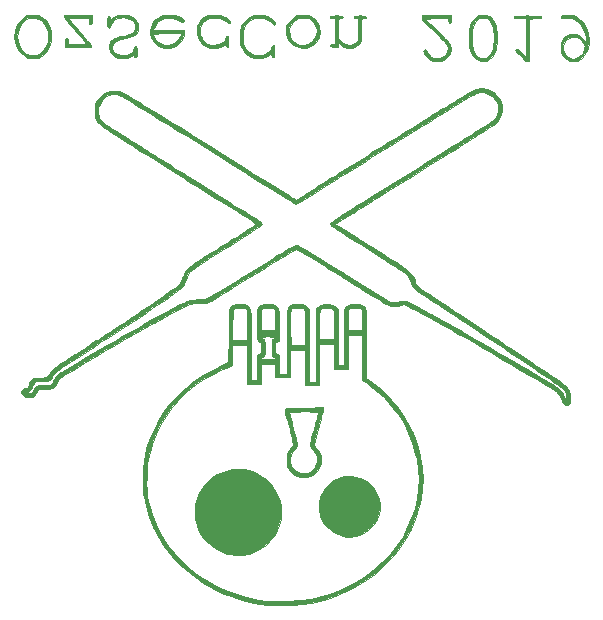
<source format=gbo>
G04 #@! TF.FileFunction,Legend,Bot*
%FSLAX46Y46*%
G04 Gerber Fmt 4.6, Leading zero omitted, Abs format (unit mm)*
G04 Created by KiCad (PCBNEW 4.0.7-e2-6376~58~ubuntu16.04.1) date Thu May  2 13:28:59 2019*
%MOMM*%
%LPD*%
G01*
G04 APERTURE LIST*
%ADD10C,0.100000*%
%ADD11C,0.010000*%
%ADD12C,0.150000*%
%ADD13R,2.100000X2.100000*%
%ADD14O,2.100000X2.100000*%
%ADD15C,1.850000*%
%ADD16O,2.300000X1.600000*%
%ADD17C,1.924000*%
G04 APERTURE END LIST*
D10*
D11*
G36*
X170290044Y-45016385D02*
X170432678Y-45000587D01*
X170555568Y-44965748D01*
X170691042Y-44905663D01*
X170693272Y-44904569D01*
X170965084Y-44726639D01*
X171206023Y-44481538D01*
X171405530Y-44184290D01*
X171553047Y-43849916D01*
X171623817Y-43580602D01*
X171652536Y-43308538D01*
X171648419Y-43006658D01*
X171614042Y-42709663D01*
X171551978Y-42452252D01*
X171536964Y-42409878D01*
X171384185Y-42099805D01*
X171178700Y-41822120D01*
X170935107Y-41592182D01*
X170668003Y-41425347D01*
X170557738Y-41379683D01*
X170374282Y-41339368D01*
X170144912Y-41323212D01*
X169904771Y-41330912D01*
X169689001Y-41362166D01*
X169597211Y-41387939D01*
X169448004Y-41465068D01*
X169273385Y-41591960D01*
X169096101Y-41748745D01*
X168938900Y-41915552D01*
X168837042Y-42051984D01*
X168673995Y-42385669D01*
X168574737Y-42757828D01*
X168539874Y-43150576D01*
X168543714Y-43200973D01*
X168788971Y-43200973D01*
X168818323Y-42841956D01*
X168915951Y-42491074D01*
X169082298Y-42160546D01*
X169253323Y-41932332D01*
X169467045Y-41750076D01*
X169724041Y-41628946D01*
X170005537Y-41572460D01*
X170292759Y-41584136D01*
X170566935Y-41667492D01*
X170594921Y-41680904D01*
X170852082Y-41854577D01*
X171066329Y-42090819D01*
X171232619Y-42376474D01*
X171345906Y-42698385D01*
X171401147Y-43043396D01*
X171393296Y-43398350D01*
X171347834Y-43644623D01*
X171229230Y-43976969D01*
X171062657Y-44257053D01*
X170857121Y-44481146D01*
X170621627Y-44645518D01*
X170365179Y-44746439D01*
X170096784Y-44780178D01*
X169825446Y-44743006D01*
X169560171Y-44631192D01*
X169345466Y-44474036D01*
X169106143Y-44204658D01*
X168933324Y-43894543D01*
X168827452Y-43555909D01*
X168788971Y-43200973D01*
X168543714Y-43200973D01*
X168570011Y-43546027D01*
X168665755Y-43926295D01*
X168765594Y-44161088D01*
X168905697Y-44378441D01*
X169096105Y-44593841D01*
X169310713Y-44781331D01*
X169523419Y-44914951D01*
X169523834Y-44915151D01*
X169657846Y-44970497D01*
X169794857Y-45002484D01*
X169966279Y-45016838D01*
X170095334Y-45019350D01*
X170290044Y-45016385D01*
X170290044Y-45016385D01*
G37*
X170290044Y-45016385D02*
X170432678Y-45000587D01*
X170555568Y-44965748D01*
X170691042Y-44905663D01*
X170693272Y-44904569D01*
X170965084Y-44726639D01*
X171206023Y-44481538D01*
X171405530Y-44184290D01*
X171553047Y-43849916D01*
X171623817Y-43580602D01*
X171652536Y-43308538D01*
X171648419Y-43006658D01*
X171614042Y-42709663D01*
X171551978Y-42452252D01*
X171536964Y-42409878D01*
X171384185Y-42099805D01*
X171178700Y-41822120D01*
X170935107Y-41592182D01*
X170668003Y-41425347D01*
X170557738Y-41379683D01*
X170374282Y-41339368D01*
X170144912Y-41323212D01*
X169904771Y-41330912D01*
X169689001Y-41362166D01*
X169597211Y-41387939D01*
X169448004Y-41465068D01*
X169273385Y-41591960D01*
X169096101Y-41748745D01*
X168938900Y-41915552D01*
X168837042Y-42051984D01*
X168673995Y-42385669D01*
X168574737Y-42757828D01*
X168539874Y-43150576D01*
X168543714Y-43200973D01*
X168788971Y-43200973D01*
X168818323Y-42841956D01*
X168915951Y-42491074D01*
X169082298Y-42160546D01*
X169253323Y-41932332D01*
X169467045Y-41750076D01*
X169724041Y-41628946D01*
X170005537Y-41572460D01*
X170292759Y-41584136D01*
X170566935Y-41667492D01*
X170594921Y-41680904D01*
X170852082Y-41854577D01*
X171066329Y-42090819D01*
X171232619Y-42376474D01*
X171345906Y-42698385D01*
X171401147Y-43043396D01*
X171393296Y-43398350D01*
X171347834Y-43644623D01*
X171229230Y-43976969D01*
X171062657Y-44257053D01*
X170857121Y-44481146D01*
X170621627Y-44645518D01*
X170365179Y-44746439D01*
X170096784Y-44780178D01*
X169825446Y-44743006D01*
X169560171Y-44631192D01*
X169345466Y-44474036D01*
X169106143Y-44204658D01*
X168933324Y-43894543D01*
X168827452Y-43555909D01*
X168788971Y-43200973D01*
X168543714Y-43200973D01*
X168570011Y-43546027D01*
X168665755Y-43926295D01*
X168765594Y-44161088D01*
X168905697Y-44378441D01*
X169096105Y-44593841D01*
X169310713Y-44781331D01*
X169523419Y-44914951D01*
X169523834Y-44915151D01*
X169657846Y-44970497D01*
X169794857Y-45002484D01*
X169966279Y-45016838D01*
X170095334Y-45019350D01*
X170290044Y-45016385D01*
G36*
X178036094Y-44993228D02*
X178334027Y-44880808D01*
X178450761Y-44810769D01*
X178561742Y-44737745D01*
X178620190Y-44710985D01*
X178642900Y-44728152D01*
X178646667Y-44783484D01*
X178678394Y-44878505D01*
X178753469Y-44939306D01*
X178838068Y-44942346D01*
X178867391Y-44917907D01*
X178885473Y-44862031D01*
X178893947Y-44760025D01*
X178894447Y-44597198D01*
X178891524Y-44461360D01*
X178885603Y-44260620D01*
X178877997Y-44129632D01*
X178864898Y-44053507D01*
X178842501Y-44017357D01*
X178807002Y-44006292D01*
X178775006Y-44005500D01*
X178705977Y-44017960D01*
X178665116Y-44070154D01*
X178635151Y-44184307D01*
X178634838Y-44185890D01*
X178555684Y-44384032D01*
X178413130Y-44546350D01*
X178222067Y-44669253D01*
X177997385Y-44749150D01*
X177753974Y-44782451D01*
X177506725Y-44765566D01*
X177270527Y-44694905D01*
X177060272Y-44566877D01*
X177059017Y-44565844D01*
X176895614Y-44388725D01*
X176805991Y-44193844D01*
X176793016Y-43992983D01*
X176859557Y-43797925D01*
X176868438Y-43782864D01*
X176976575Y-43649702D01*
X177127201Y-43546256D01*
X177335499Y-43464139D01*
X177542059Y-43410758D01*
X177900274Y-43325105D01*
X178209976Y-43238076D01*
X178461476Y-43152843D01*
X178645085Y-43072580D01*
X178725006Y-43023385D01*
X178886860Y-42850226D01*
X178986576Y-42636064D01*
X179024100Y-42397461D01*
X178999377Y-42150983D01*
X178912354Y-41913193D01*
X178762975Y-41700655D01*
X178729460Y-41666358D01*
X178547072Y-41516312D01*
X178350140Y-41415641D01*
X178117176Y-41356583D01*
X177826691Y-41331375D01*
X177800000Y-41330579D01*
X177611541Y-41329474D01*
X177444786Y-41335430D01*
X177325113Y-41347247D01*
X177292000Y-41354599D01*
X177118027Y-41425275D01*
X176946286Y-41517571D01*
X176808517Y-41613390D01*
X176762834Y-41656358D01*
X176678167Y-41750391D01*
X176657000Y-41612330D01*
X176619453Y-41497949D01*
X176558505Y-41425111D01*
X176491659Y-41407669D01*
X176444777Y-41444334D01*
X176427561Y-41511888D01*
X176413846Y-41642598D01*
X176405427Y-41814971D01*
X176403648Y-41936567D01*
X176406469Y-42147671D01*
X176416956Y-42288851D01*
X176437007Y-42374653D01*
X176466500Y-42418000D01*
X176545344Y-42441137D01*
X176616677Y-42399124D01*
X176655363Y-42309627D01*
X176657000Y-42284131D01*
X176686910Y-42154980D01*
X176763961Y-42004915D01*
X176869139Y-41865856D01*
X176950680Y-41791149D01*
X177200978Y-41655231D01*
X177497428Y-41583991D01*
X177715334Y-41571334D01*
X178026474Y-41600266D01*
X178292641Y-41683098D01*
X178506581Y-41813885D01*
X178661039Y-41986684D01*
X178748763Y-42195549D01*
X178762959Y-42429882D01*
X178739492Y-42573282D01*
X178689315Y-42678284D01*
X178592005Y-42785305D01*
X178575542Y-42800808D01*
X178505262Y-42861773D01*
X178432104Y-42910531D01*
X178340605Y-42952942D01*
X178215301Y-42994865D01*
X178040728Y-43042163D01*
X177801422Y-43100695D01*
X177755162Y-43111715D01*
X177516343Y-43171949D01*
X177293588Y-43234435D01*
X177106024Y-43293352D01*
X176972779Y-43342879D01*
X176933419Y-43361783D01*
X176736245Y-43515029D01*
X176605438Y-43706043D01*
X176539676Y-43921736D01*
X176537633Y-44149018D01*
X176597988Y-44374803D01*
X176719415Y-44586000D01*
X176900592Y-44769521D01*
X177087716Y-44887641D01*
X177395844Y-44997609D01*
X177717668Y-45032483D01*
X178036094Y-44993228D01*
X178036094Y-44993228D01*
G37*
X178036094Y-44993228D02*
X178334027Y-44880808D01*
X178450761Y-44810769D01*
X178561742Y-44737745D01*
X178620190Y-44710985D01*
X178642900Y-44728152D01*
X178646667Y-44783484D01*
X178678394Y-44878505D01*
X178753469Y-44939306D01*
X178838068Y-44942346D01*
X178867391Y-44917907D01*
X178885473Y-44862031D01*
X178893947Y-44760025D01*
X178894447Y-44597198D01*
X178891524Y-44461360D01*
X178885603Y-44260620D01*
X178877997Y-44129632D01*
X178864898Y-44053507D01*
X178842501Y-44017357D01*
X178807002Y-44006292D01*
X178775006Y-44005500D01*
X178705977Y-44017960D01*
X178665116Y-44070154D01*
X178635151Y-44184307D01*
X178634838Y-44185890D01*
X178555684Y-44384032D01*
X178413130Y-44546350D01*
X178222067Y-44669253D01*
X177997385Y-44749150D01*
X177753974Y-44782451D01*
X177506725Y-44765566D01*
X177270527Y-44694905D01*
X177060272Y-44566877D01*
X177059017Y-44565844D01*
X176895614Y-44388725D01*
X176805991Y-44193844D01*
X176793016Y-43992983D01*
X176859557Y-43797925D01*
X176868438Y-43782864D01*
X176976575Y-43649702D01*
X177127201Y-43546256D01*
X177335499Y-43464139D01*
X177542059Y-43410758D01*
X177900274Y-43325105D01*
X178209976Y-43238076D01*
X178461476Y-43152843D01*
X178645085Y-43072580D01*
X178725006Y-43023385D01*
X178886860Y-42850226D01*
X178986576Y-42636064D01*
X179024100Y-42397461D01*
X178999377Y-42150983D01*
X178912354Y-41913193D01*
X178762975Y-41700655D01*
X178729460Y-41666358D01*
X178547072Y-41516312D01*
X178350140Y-41415641D01*
X178117176Y-41356583D01*
X177826691Y-41331375D01*
X177800000Y-41330579D01*
X177611541Y-41329474D01*
X177444786Y-41335430D01*
X177325113Y-41347247D01*
X177292000Y-41354599D01*
X177118027Y-41425275D01*
X176946286Y-41517571D01*
X176808517Y-41613390D01*
X176762834Y-41656358D01*
X176678167Y-41750391D01*
X176657000Y-41612330D01*
X176619453Y-41497949D01*
X176558505Y-41425111D01*
X176491659Y-41407669D01*
X176444777Y-41444334D01*
X176427561Y-41511888D01*
X176413846Y-41642598D01*
X176405427Y-41814971D01*
X176403648Y-41936567D01*
X176406469Y-42147671D01*
X176416956Y-42288851D01*
X176437007Y-42374653D01*
X176466500Y-42418000D01*
X176545344Y-42441137D01*
X176616677Y-42399124D01*
X176655363Y-42309627D01*
X176657000Y-42284131D01*
X176686910Y-42154980D01*
X176763961Y-42004915D01*
X176869139Y-41865856D01*
X176950680Y-41791149D01*
X177200978Y-41655231D01*
X177497428Y-41583991D01*
X177715334Y-41571334D01*
X178026474Y-41600266D01*
X178292641Y-41683098D01*
X178506581Y-41813885D01*
X178661039Y-41986684D01*
X178748763Y-42195549D01*
X178762959Y-42429882D01*
X178739492Y-42573282D01*
X178689315Y-42678284D01*
X178592005Y-42785305D01*
X178575542Y-42800808D01*
X178505262Y-42861773D01*
X178432104Y-42910531D01*
X178340605Y-42952942D01*
X178215301Y-42994865D01*
X178040728Y-43042163D01*
X177801422Y-43100695D01*
X177755162Y-43111715D01*
X177516343Y-43171949D01*
X177293588Y-43234435D01*
X177106024Y-43293352D01*
X176972779Y-43342879D01*
X176933419Y-43361783D01*
X176736245Y-43515029D01*
X176605438Y-43706043D01*
X176539676Y-43921736D01*
X176537633Y-44149018D01*
X176597988Y-44374803D01*
X176719415Y-44586000D01*
X176900592Y-44769521D01*
X177087716Y-44887641D01*
X177395844Y-44997609D01*
X177717668Y-45032483D01*
X178036094Y-44993228D01*
G36*
X181751494Y-44115472D02*
X182005190Y-44061529D01*
X182223520Y-43960596D01*
X182428249Y-43804537D01*
X182502387Y-43733720D01*
X182676656Y-43531015D01*
X182796256Y-43316667D01*
X182873720Y-43063987D01*
X182906533Y-42873084D01*
X182933842Y-42672000D01*
X180297667Y-42672000D01*
X180298080Y-42576750D01*
X180326739Y-42436722D01*
X180401676Y-42265678D01*
X180507842Y-42090970D01*
X180630184Y-41939951D01*
X180669495Y-41901812D01*
X180845976Y-41757683D01*
X181010302Y-41664473D01*
X181192485Y-41610181D01*
X181422540Y-41582808D01*
X181475432Y-41579589D01*
X181878147Y-41592852D01*
X182243615Y-41677318D01*
X182565395Y-41831494D01*
X182566338Y-41832092D01*
X182720816Y-41913682D01*
X182823082Y-41929127D01*
X182873783Y-41878422D01*
X182880000Y-41828817D01*
X182840448Y-41737362D01*
X182729219Y-41636421D01*
X182557456Y-41534099D01*
X182350834Y-41443924D01*
X182170207Y-41388710D01*
X181963461Y-41353254D01*
X181703922Y-41333248D01*
X181652334Y-41331062D01*
X181441490Y-41325236D01*
X181289898Y-41328940D01*
X181172391Y-41345230D01*
X181063803Y-41377164D01*
X180971878Y-41413725D01*
X180653687Y-41586941D01*
X180397386Y-41813491D01*
X180296251Y-41939691D01*
X180159865Y-42169015D01*
X180079004Y-42411160D01*
X180045630Y-42693424D01*
X180043667Y-42797561D01*
X180049089Y-42986630D01*
X180055392Y-43027763D01*
X180296811Y-43027763D01*
X180315763Y-42986722D01*
X180372210Y-42958427D01*
X180474056Y-42940530D01*
X180629206Y-42930686D01*
X180845564Y-42926547D01*
X181131036Y-42925767D01*
X181480045Y-42926000D01*
X182662423Y-42926000D01*
X182624977Y-43056568D01*
X182504717Y-43332909D01*
X182322902Y-43560494D01*
X182090884Y-43733619D01*
X181820011Y-43846578D01*
X181521634Y-43893666D01*
X181207103Y-43869180D01*
X181073533Y-43836363D01*
X180852835Y-43735209D01*
X180640836Y-43575915D01*
X180465952Y-43382679D01*
X180385879Y-43250825D01*
X180339774Y-43157468D01*
X180307450Y-43083896D01*
X180296811Y-43027763D01*
X180055392Y-43027763D01*
X180071061Y-43130016D01*
X180118146Y-43266326D01*
X180173864Y-43384691D01*
X180356072Y-43659878D01*
X180602209Y-43881792D01*
X180872539Y-44034624D01*
X181015823Y-44087894D01*
X181171692Y-44117842D01*
X181371361Y-44129738D01*
X181440667Y-44130558D01*
X181751494Y-44115472D01*
X181751494Y-44115472D01*
G37*
X181751494Y-44115472D02*
X182005190Y-44061529D01*
X182223520Y-43960596D01*
X182428249Y-43804537D01*
X182502387Y-43733720D01*
X182676656Y-43531015D01*
X182796256Y-43316667D01*
X182873720Y-43063987D01*
X182906533Y-42873084D01*
X182933842Y-42672000D01*
X180297667Y-42672000D01*
X180298080Y-42576750D01*
X180326739Y-42436722D01*
X180401676Y-42265678D01*
X180507842Y-42090970D01*
X180630184Y-41939951D01*
X180669495Y-41901812D01*
X180845976Y-41757683D01*
X181010302Y-41664473D01*
X181192485Y-41610181D01*
X181422540Y-41582808D01*
X181475432Y-41579589D01*
X181878147Y-41592852D01*
X182243615Y-41677318D01*
X182565395Y-41831494D01*
X182566338Y-41832092D01*
X182720816Y-41913682D01*
X182823082Y-41929127D01*
X182873783Y-41878422D01*
X182880000Y-41828817D01*
X182840448Y-41737362D01*
X182729219Y-41636421D01*
X182557456Y-41534099D01*
X182350834Y-41443924D01*
X182170207Y-41388710D01*
X181963461Y-41353254D01*
X181703922Y-41333248D01*
X181652334Y-41331062D01*
X181441490Y-41325236D01*
X181289898Y-41328940D01*
X181172391Y-41345230D01*
X181063803Y-41377164D01*
X180971878Y-41413725D01*
X180653687Y-41586941D01*
X180397386Y-41813491D01*
X180296251Y-41939691D01*
X180159865Y-42169015D01*
X180079004Y-42411160D01*
X180045630Y-42693424D01*
X180043667Y-42797561D01*
X180049089Y-42986630D01*
X180055392Y-43027763D01*
X180296811Y-43027763D01*
X180315763Y-42986722D01*
X180372210Y-42958427D01*
X180474056Y-42940530D01*
X180629206Y-42930686D01*
X180845564Y-42926547D01*
X181131036Y-42925767D01*
X181480045Y-42926000D01*
X182662423Y-42926000D01*
X182624977Y-43056568D01*
X182504717Y-43332909D01*
X182322902Y-43560494D01*
X182090884Y-43733619D01*
X181820011Y-43846578D01*
X181521634Y-43893666D01*
X181207103Y-43869180D01*
X181073533Y-43836363D01*
X180852835Y-43735209D01*
X180640836Y-43575915D01*
X180465952Y-43382679D01*
X180385879Y-43250825D01*
X180339774Y-43157468D01*
X180307450Y-43083896D01*
X180296811Y-43027763D01*
X180055392Y-43027763D01*
X180071061Y-43130016D01*
X180118146Y-43266326D01*
X180173864Y-43384691D01*
X180356072Y-43659878D01*
X180602209Y-43881792D01*
X180872539Y-44034624D01*
X181015823Y-44087894D01*
X181171692Y-44117842D01*
X181371361Y-44129738D01*
X181440667Y-44130558D01*
X181751494Y-44115472D01*
G36*
X185696764Y-44115812D02*
X185940318Y-44065394D01*
X186154157Y-43971369D01*
X186274809Y-43893869D01*
X186354659Y-43839857D01*
X186387178Y-43835063D01*
X186393632Y-43879082D01*
X186393667Y-43891601D01*
X186424992Y-43988315D01*
X186499506Y-44050056D01*
X186585117Y-44053327D01*
X186615055Y-44028296D01*
X186633201Y-43971130D01*
X186641303Y-43866793D01*
X186641108Y-43700252D01*
X186638573Y-43593508D01*
X186632041Y-43397670D01*
X186623080Y-43270815D01*
X186608016Y-43197268D01*
X186583176Y-43161352D01*
X186544884Y-43147394D01*
X186533592Y-43145613D01*
X186467692Y-43152246D01*
X186424620Y-43208994D01*
X186397058Y-43293780D01*
X186327526Y-43478246D01*
X186222036Y-43614152D01*
X186059099Y-43726895D01*
X186007592Y-43754072D01*
X185734623Y-43852550D01*
X185441600Y-43889732D01*
X185149717Y-43867224D01*
X184880170Y-43786636D01*
X184656577Y-43651590D01*
X184550729Y-43542406D01*
X184440661Y-43396146D01*
X184382076Y-43300886D01*
X184318817Y-43176310D01*
X184281375Y-43066531D01*
X184263302Y-42941041D01*
X184258152Y-42769331D01*
X184258131Y-42714334D01*
X184274076Y-42446086D01*
X184327258Y-42233732D01*
X184428153Y-42052840D01*
X184587233Y-41878981D01*
X184634638Y-41836110D01*
X184823344Y-41699906D01*
X185030013Y-41615850D01*
X185275281Y-41578012D01*
X185533285Y-41577941D01*
X185744859Y-41596354D01*
X185916257Y-41635302D01*
X186091422Y-41705725D01*
X186139667Y-41728900D01*
X186299513Y-41813583D01*
X186447307Y-41902349D01*
X186544868Y-41971271D01*
X186635768Y-42037587D01*
X186696861Y-42050721D01*
X186750978Y-42022913D01*
X186802052Y-41966728D01*
X186784247Y-41899293D01*
X186775165Y-41884196D01*
X186675939Y-41773360D01*
X186519959Y-41652412D01*
X186331207Y-41536745D01*
X186133662Y-41441754D01*
X186024125Y-41402080D01*
X185802469Y-41352379D01*
X185549118Y-41324882D01*
X185293128Y-41320276D01*
X185063557Y-41339243D01*
X184907017Y-41375778D01*
X184595679Y-41528004D01*
X184344677Y-41738377D01*
X184157487Y-42002314D01*
X184037584Y-42315230D01*
X183993820Y-42580306D01*
X184003098Y-42931904D01*
X184087440Y-43259303D01*
X184240994Y-43552216D01*
X184457910Y-43800355D01*
X184732336Y-43993434D01*
X184822976Y-44038171D01*
X184959890Y-44087331D01*
X185118541Y-44115885D01*
X185326133Y-44128135D01*
X185398834Y-44129248D01*
X185696764Y-44115812D01*
X185696764Y-44115812D01*
G37*
X185696764Y-44115812D02*
X185940318Y-44065394D01*
X186154157Y-43971369D01*
X186274809Y-43893869D01*
X186354659Y-43839857D01*
X186387178Y-43835063D01*
X186393632Y-43879082D01*
X186393667Y-43891601D01*
X186424992Y-43988315D01*
X186499506Y-44050056D01*
X186585117Y-44053327D01*
X186615055Y-44028296D01*
X186633201Y-43971130D01*
X186641303Y-43866793D01*
X186641108Y-43700252D01*
X186638573Y-43593508D01*
X186632041Y-43397670D01*
X186623080Y-43270815D01*
X186608016Y-43197268D01*
X186583176Y-43161352D01*
X186544884Y-43147394D01*
X186533592Y-43145613D01*
X186467692Y-43152246D01*
X186424620Y-43208994D01*
X186397058Y-43293780D01*
X186327526Y-43478246D01*
X186222036Y-43614152D01*
X186059099Y-43726895D01*
X186007592Y-43754072D01*
X185734623Y-43852550D01*
X185441600Y-43889732D01*
X185149717Y-43867224D01*
X184880170Y-43786636D01*
X184656577Y-43651590D01*
X184550729Y-43542406D01*
X184440661Y-43396146D01*
X184382076Y-43300886D01*
X184318817Y-43176310D01*
X184281375Y-43066531D01*
X184263302Y-42941041D01*
X184258152Y-42769331D01*
X184258131Y-42714334D01*
X184274076Y-42446086D01*
X184327258Y-42233732D01*
X184428153Y-42052840D01*
X184587233Y-41878981D01*
X184634638Y-41836110D01*
X184823344Y-41699906D01*
X185030013Y-41615850D01*
X185275281Y-41578012D01*
X185533285Y-41577941D01*
X185744859Y-41596354D01*
X185916257Y-41635302D01*
X186091422Y-41705725D01*
X186139667Y-41728900D01*
X186299513Y-41813583D01*
X186447307Y-41902349D01*
X186544868Y-41971271D01*
X186635768Y-42037587D01*
X186696861Y-42050721D01*
X186750978Y-42022913D01*
X186802052Y-41966728D01*
X186784247Y-41899293D01*
X186775165Y-41884196D01*
X186675939Y-41773360D01*
X186519959Y-41652412D01*
X186331207Y-41536745D01*
X186133662Y-41441754D01*
X186024125Y-41402080D01*
X185802469Y-41352379D01*
X185549118Y-41324882D01*
X185293128Y-41320276D01*
X185063557Y-41339243D01*
X184907017Y-41375778D01*
X184595679Y-41528004D01*
X184344677Y-41738377D01*
X184157487Y-42002314D01*
X184037584Y-42315230D01*
X183993820Y-42580306D01*
X184003098Y-42931904D01*
X184087440Y-43259303D01*
X184240994Y-43552216D01*
X184457910Y-43800355D01*
X184732336Y-43993434D01*
X184822976Y-44038171D01*
X184959890Y-44087331D01*
X185118541Y-44115885D01*
X185326133Y-44128135D01*
X185398834Y-44129248D01*
X185696764Y-44115812D01*
G36*
X189165610Y-45018873D02*
X189500396Y-44994911D01*
X189781728Y-44923917D01*
X190030356Y-44799625D01*
X190135170Y-44726109D01*
X190288334Y-44609285D01*
X190288334Y-44736126D01*
X190313885Y-44856770D01*
X190378891Y-44933375D01*
X190465875Y-44946918D01*
X190478294Y-44942899D01*
X190509587Y-44890560D01*
X190531709Y-44775125D01*
X190544650Y-44617666D01*
X190548398Y-44439258D01*
X190542943Y-44260974D01*
X190528271Y-44103886D01*
X190504373Y-43989069D01*
X190478834Y-43942000D01*
X190400059Y-43918323D01*
X190329664Y-43960996D01*
X190290458Y-44052939D01*
X190288175Y-44084767D01*
X190248508Y-44238251D01*
X190139784Y-44392369D01*
X189976637Y-44534926D01*
X189773698Y-44653724D01*
X189545600Y-44736565D01*
X189491001Y-44749275D01*
X189154331Y-44779329D01*
X188836879Y-44729486D01*
X188546548Y-44603754D01*
X188291242Y-44406144D01*
X188078866Y-44140664D01*
X187994392Y-43990096D01*
X187954943Y-43902819D01*
X187927768Y-43815625D01*
X187910631Y-43710395D01*
X187901295Y-43569008D01*
X187897522Y-43373344D01*
X187896992Y-43201167D01*
X187898239Y-42958951D01*
X187903495Y-42783188D01*
X187915034Y-42655686D01*
X187935129Y-42558250D01*
X187966053Y-42472684D01*
X187995989Y-42408842D01*
X188177383Y-42123815D01*
X188411881Y-41879813D01*
X188643455Y-41718074D01*
X188755791Y-41659668D01*
X188854011Y-41622796D01*
X188963414Y-41602570D01*
X189109296Y-41594104D01*
X189293500Y-41592500D01*
X189522948Y-41597250D01*
X189697468Y-41618109D01*
X189841772Y-41664992D01*
X189980573Y-41747816D01*
X190138584Y-41876494D01*
X190248265Y-41975582D01*
X190410650Y-42109891D01*
X190527943Y-42172842D01*
X190600035Y-42164405D01*
X190626816Y-42084553D01*
X190627000Y-42073859D01*
X190592458Y-41977368D01*
X190499488Y-41855722D01*
X190364074Y-41724154D01*
X190202202Y-41597898D01*
X190029856Y-41492186D01*
X190001496Y-41477763D01*
X189849753Y-41408659D01*
X189717056Y-41365975D01*
X189570606Y-41342337D01*
X189377603Y-41330367D01*
X189340140Y-41329040D01*
X189073010Y-41330271D01*
X188874154Y-41353314D01*
X188800071Y-41373916D01*
X188471817Y-41537299D01*
X188174839Y-41764703D01*
X187926789Y-42040062D01*
X187755956Y-42324102D01*
X187711175Y-42424796D01*
X187680015Y-42515578D01*
X187660022Y-42614963D01*
X187648743Y-42741465D01*
X187643723Y-42913600D01*
X187642507Y-43149881D01*
X187642500Y-43180000D01*
X187642500Y-43793834D01*
X187795182Y-44113532D01*
X187937196Y-44379049D01*
X188084347Y-44579878D01*
X188254163Y-44735087D01*
X188464169Y-44863745D01*
X188502482Y-44883047D01*
X188648351Y-44950937D01*
X188767734Y-44991937D01*
X188891987Y-45012468D01*
X189052464Y-45018953D01*
X189165610Y-45018873D01*
X189165610Y-45018873D01*
G37*
X189165610Y-45018873D02*
X189500396Y-44994911D01*
X189781728Y-44923917D01*
X190030356Y-44799625D01*
X190135170Y-44726109D01*
X190288334Y-44609285D01*
X190288334Y-44736126D01*
X190313885Y-44856770D01*
X190378891Y-44933375D01*
X190465875Y-44946918D01*
X190478294Y-44942899D01*
X190509587Y-44890560D01*
X190531709Y-44775125D01*
X190544650Y-44617666D01*
X190548398Y-44439258D01*
X190542943Y-44260974D01*
X190528271Y-44103886D01*
X190504373Y-43989069D01*
X190478834Y-43942000D01*
X190400059Y-43918323D01*
X190329664Y-43960996D01*
X190290458Y-44052939D01*
X190288175Y-44084767D01*
X190248508Y-44238251D01*
X190139784Y-44392369D01*
X189976637Y-44534926D01*
X189773698Y-44653724D01*
X189545600Y-44736565D01*
X189491001Y-44749275D01*
X189154331Y-44779329D01*
X188836879Y-44729486D01*
X188546548Y-44603754D01*
X188291242Y-44406144D01*
X188078866Y-44140664D01*
X187994392Y-43990096D01*
X187954943Y-43902819D01*
X187927768Y-43815625D01*
X187910631Y-43710395D01*
X187901295Y-43569008D01*
X187897522Y-43373344D01*
X187896992Y-43201167D01*
X187898239Y-42958951D01*
X187903495Y-42783188D01*
X187915034Y-42655686D01*
X187935129Y-42558250D01*
X187966053Y-42472684D01*
X187995989Y-42408842D01*
X188177383Y-42123815D01*
X188411881Y-41879813D01*
X188643455Y-41718074D01*
X188755791Y-41659668D01*
X188854011Y-41622796D01*
X188963414Y-41602570D01*
X189109296Y-41594104D01*
X189293500Y-41592500D01*
X189522948Y-41597250D01*
X189697468Y-41618109D01*
X189841772Y-41664992D01*
X189980573Y-41747816D01*
X190138584Y-41876494D01*
X190248265Y-41975582D01*
X190410650Y-42109891D01*
X190527943Y-42172842D01*
X190600035Y-42164405D01*
X190626816Y-42084553D01*
X190627000Y-42073859D01*
X190592458Y-41977368D01*
X190499488Y-41855722D01*
X190364074Y-41724154D01*
X190202202Y-41597898D01*
X190029856Y-41492186D01*
X190001496Y-41477763D01*
X189849753Y-41408659D01*
X189717056Y-41365975D01*
X189570606Y-41342337D01*
X189377603Y-41330367D01*
X189340140Y-41329040D01*
X189073010Y-41330271D01*
X188874154Y-41353314D01*
X188800071Y-41373916D01*
X188471817Y-41537299D01*
X188174839Y-41764703D01*
X187926789Y-42040062D01*
X187755956Y-42324102D01*
X187711175Y-42424796D01*
X187680015Y-42515578D01*
X187660022Y-42614963D01*
X187648743Y-42741465D01*
X187643723Y-42913600D01*
X187642507Y-43149881D01*
X187642500Y-43180000D01*
X187642500Y-43793834D01*
X187795182Y-44113532D01*
X187937196Y-44379049D01*
X188084347Y-44579878D01*
X188254163Y-44735087D01*
X188464169Y-44863745D01*
X188502482Y-44883047D01*
X188648351Y-44950937D01*
X188767734Y-44991937D01*
X188891987Y-45012468D01*
X189052464Y-45018953D01*
X189165610Y-45018873D01*
G36*
X193241930Y-44115730D02*
X193517471Y-44036878D01*
X193549932Y-44022387D01*
X193820975Y-43866645D01*
X194031642Y-43674716D01*
X194204978Y-43424863D01*
X194228360Y-43382575D01*
X194298287Y-43245839D01*
X194340939Y-43133907D01*
X194363018Y-43016655D01*
X194371224Y-42863957D01*
X194372288Y-42735500D01*
X194352539Y-42422648D01*
X194287088Y-42165574D01*
X194168034Y-41944297D01*
X193987480Y-41738839D01*
X193972793Y-41724962D01*
X193765066Y-41549367D01*
X193570661Y-41433731D01*
X193360569Y-41366051D01*
X193105787Y-41334318D01*
X193018834Y-41330105D01*
X192753606Y-41330635D01*
X192556488Y-41353325D01*
X192484683Y-41373361D01*
X192180990Y-41528186D01*
X191917005Y-41745217D01*
X191709204Y-42009323D01*
X191629464Y-42158819D01*
X191559087Y-42393504D01*
X191532418Y-42668362D01*
X191537436Y-42754168D01*
X191778129Y-42754168D01*
X191806968Y-42453980D01*
X191915766Y-42177237D01*
X192102632Y-41929423D01*
X192278000Y-41776751D01*
X192433972Y-41675904D01*
X192588249Y-41614956D01*
X192768185Y-41586894D01*
X193001136Y-41584704D01*
X193024027Y-41585477D01*
X193207619Y-41595879D01*
X193337985Y-41616798D01*
X193446541Y-41656771D01*
X193564706Y-41724333D01*
X193586739Y-41738360D01*
X193825000Y-41937909D01*
X194007923Y-42188389D01*
X194097518Y-42392375D01*
X194131305Y-42586844D01*
X194128274Y-42818383D01*
X194091703Y-43049491D01*
X194024870Y-43242667D01*
X194022859Y-43246648D01*
X193856877Y-43483776D01*
X193631628Y-43678362D01*
X193366834Y-43818339D01*
X193082218Y-43891644D01*
X192955334Y-43899667D01*
X192666915Y-43860292D01*
X192395822Y-43749762D01*
X192157540Y-43579474D01*
X191967552Y-43360823D01*
X191841344Y-43105205D01*
X191831141Y-43072318D01*
X191778129Y-42754168D01*
X191537436Y-42754168D01*
X191548969Y-42951350D01*
X191608250Y-43210427D01*
X191646993Y-43307000D01*
X191817681Y-43579498D01*
X192048364Y-43817639D01*
X192316067Y-43998490D01*
X192362667Y-44021450D01*
X192633699Y-44107991D01*
X192937063Y-44139426D01*
X193241930Y-44115730D01*
X193241930Y-44115730D01*
G37*
X193241930Y-44115730D02*
X193517471Y-44036878D01*
X193549932Y-44022387D01*
X193820975Y-43866645D01*
X194031642Y-43674716D01*
X194204978Y-43424863D01*
X194228360Y-43382575D01*
X194298287Y-43245839D01*
X194340939Y-43133907D01*
X194363018Y-43016655D01*
X194371224Y-42863957D01*
X194372288Y-42735500D01*
X194352539Y-42422648D01*
X194287088Y-42165574D01*
X194168034Y-41944297D01*
X193987480Y-41738839D01*
X193972793Y-41724962D01*
X193765066Y-41549367D01*
X193570661Y-41433731D01*
X193360569Y-41366051D01*
X193105787Y-41334318D01*
X193018834Y-41330105D01*
X192753606Y-41330635D01*
X192556488Y-41353325D01*
X192484683Y-41373361D01*
X192180990Y-41528186D01*
X191917005Y-41745217D01*
X191709204Y-42009323D01*
X191629464Y-42158819D01*
X191559087Y-42393504D01*
X191532418Y-42668362D01*
X191537436Y-42754168D01*
X191778129Y-42754168D01*
X191806968Y-42453980D01*
X191915766Y-42177237D01*
X192102632Y-41929423D01*
X192278000Y-41776751D01*
X192433972Y-41675904D01*
X192588249Y-41614956D01*
X192768185Y-41586894D01*
X193001136Y-41584704D01*
X193024027Y-41585477D01*
X193207619Y-41595879D01*
X193337985Y-41616798D01*
X193446541Y-41656771D01*
X193564706Y-41724333D01*
X193586739Y-41738360D01*
X193825000Y-41937909D01*
X194007923Y-42188389D01*
X194097518Y-42392375D01*
X194131305Y-42586844D01*
X194128274Y-42818383D01*
X194091703Y-43049491D01*
X194024870Y-43242667D01*
X194022859Y-43246648D01*
X193856877Y-43483776D01*
X193631628Y-43678362D01*
X193366834Y-43818339D01*
X193082218Y-43891644D01*
X192955334Y-43899667D01*
X192666915Y-43860292D01*
X192395822Y-43749762D01*
X192157540Y-43579474D01*
X191967552Y-43360823D01*
X191841344Y-43105205D01*
X191831141Y-43072318D01*
X191778129Y-42754168D01*
X191537436Y-42754168D01*
X191548969Y-42951350D01*
X191608250Y-43210427D01*
X191646993Y-43307000D01*
X191817681Y-43579498D01*
X192048364Y-43817639D01*
X192316067Y-43998490D01*
X192362667Y-44021450D01*
X192633699Y-44107991D01*
X192937063Y-44139426D01*
X193241930Y-44115730D01*
G36*
X208523626Y-45236683D02*
X208760342Y-45111031D01*
X208970366Y-44920257D01*
X209142768Y-44667323D01*
X209185465Y-44579885D01*
X209259964Y-44394018D01*
X209314125Y-44205814D01*
X209350102Y-43998568D01*
X209370054Y-43755574D01*
X209376136Y-43460126D01*
X209371589Y-43137868D01*
X209358949Y-42803778D01*
X209336710Y-42537115D01*
X209300796Y-42320818D01*
X209247134Y-42137827D01*
X209171648Y-41971082D01*
X209070265Y-41803525D01*
X209043451Y-41763943D01*
X208871929Y-41557174D01*
X208682938Y-41422397D01*
X208456125Y-41348509D01*
X208240762Y-41326035D01*
X208067188Y-41322770D01*
X207945092Y-41334022D01*
X207841613Y-41366839D01*
X207723893Y-41428268D01*
X207700296Y-41441949D01*
X207493502Y-41591354D01*
X207328878Y-41777836D01*
X207202941Y-42010000D01*
X207112205Y-42296448D01*
X207053186Y-42645785D01*
X207022399Y-43066614D01*
X207020500Y-43120321D01*
X207019894Y-43264667D01*
X207286976Y-43264667D01*
X207288624Y-42989037D01*
X207293089Y-42781978D01*
X207301956Y-42627404D01*
X207316812Y-42509230D01*
X207339242Y-42411370D01*
X207370834Y-42317737D01*
X207383601Y-42284870D01*
X207511891Y-42018268D01*
X207659730Y-41808715D01*
X207818055Y-41668363D01*
X207861759Y-41643745D01*
X208044209Y-41587562D01*
X208251150Y-41574598D01*
X208446622Y-41604400D01*
X208560847Y-41652555D01*
X208746599Y-41812116D01*
X208906939Y-42045584D01*
X209011328Y-42275991D01*
X209045298Y-42374493D01*
X209069940Y-42472143D01*
X209086728Y-42584859D01*
X209097139Y-42728563D01*
X209102648Y-42919175D01*
X209104732Y-43172614D01*
X209104930Y-43285834D01*
X209102306Y-43615072D01*
X209091769Y-43875594D01*
X209070145Y-44083217D01*
X209034263Y-44253756D01*
X208980951Y-44403030D01*
X208907036Y-44546856D01*
X208826154Y-44675862D01*
X208655719Y-44866799D01*
X208454174Y-44986252D01*
X208235686Y-45034284D01*
X208014420Y-45010956D01*
X207804541Y-44916329D01*
X207620216Y-44750466D01*
X207560871Y-44670365D01*
X207467219Y-44515871D01*
X207396840Y-44362991D01*
X207346705Y-44196183D01*
X207313787Y-43999910D01*
X207295059Y-43758629D01*
X207287491Y-43456803D01*
X207286976Y-43264667D01*
X207019894Y-43264667D01*
X207018564Y-43581281D01*
X207046336Y-43971278D01*
X207106265Y-44299503D01*
X207200794Y-44575150D01*
X207332371Y-44807412D01*
X207503443Y-45005481D01*
X207528353Y-45028870D01*
X207762578Y-45193308D01*
X208013817Y-45280783D01*
X208271141Y-45294254D01*
X208523626Y-45236683D01*
X208523626Y-45236683D01*
G37*
X208523626Y-45236683D02*
X208760342Y-45111031D01*
X208970366Y-44920257D01*
X209142768Y-44667323D01*
X209185465Y-44579885D01*
X209259964Y-44394018D01*
X209314125Y-44205814D01*
X209350102Y-43998568D01*
X209370054Y-43755574D01*
X209376136Y-43460126D01*
X209371589Y-43137868D01*
X209358949Y-42803778D01*
X209336710Y-42537115D01*
X209300796Y-42320818D01*
X209247134Y-42137827D01*
X209171648Y-41971082D01*
X209070265Y-41803525D01*
X209043451Y-41763943D01*
X208871929Y-41557174D01*
X208682938Y-41422397D01*
X208456125Y-41348509D01*
X208240762Y-41326035D01*
X208067188Y-41322770D01*
X207945092Y-41334022D01*
X207841613Y-41366839D01*
X207723893Y-41428268D01*
X207700296Y-41441949D01*
X207493502Y-41591354D01*
X207328878Y-41777836D01*
X207202941Y-42010000D01*
X207112205Y-42296448D01*
X207053186Y-42645785D01*
X207022399Y-43066614D01*
X207020500Y-43120321D01*
X207019894Y-43264667D01*
X207286976Y-43264667D01*
X207288624Y-42989037D01*
X207293089Y-42781978D01*
X207301956Y-42627404D01*
X207316812Y-42509230D01*
X207339242Y-42411370D01*
X207370834Y-42317737D01*
X207383601Y-42284870D01*
X207511891Y-42018268D01*
X207659730Y-41808715D01*
X207818055Y-41668363D01*
X207861759Y-41643745D01*
X208044209Y-41587562D01*
X208251150Y-41574598D01*
X208446622Y-41604400D01*
X208560847Y-41652555D01*
X208746599Y-41812116D01*
X208906939Y-42045584D01*
X209011328Y-42275991D01*
X209045298Y-42374493D01*
X209069940Y-42472143D01*
X209086728Y-42584859D01*
X209097139Y-42728563D01*
X209102648Y-42919175D01*
X209104732Y-43172614D01*
X209104930Y-43285834D01*
X209102306Y-43615072D01*
X209091769Y-43875594D01*
X209070145Y-44083217D01*
X209034263Y-44253756D01*
X208980951Y-44403030D01*
X208907036Y-44546856D01*
X208826154Y-44675862D01*
X208655719Y-44866799D01*
X208454174Y-44986252D01*
X208235686Y-45034284D01*
X208014420Y-45010956D01*
X207804541Y-44916329D01*
X207620216Y-44750466D01*
X207560871Y-44670365D01*
X207467219Y-44515871D01*
X207396840Y-44362991D01*
X207346705Y-44196183D01*
X207313787Y-43999910D01*
X207295059Y-43758629D01*
X207287491Y-43456803D01*
X207286976Y-43264667D01*
X207019894Y-43264667D01*
X207018564Y-43581281D01*
X207046336Y-43971278D01*
X207106265Y-44299503D01*
X207200794Y-44575150D01*
X207332371Y-44807412D01*
X207503443Y-45005481D01*
X207528353Y-45028870D01*
X207762578Y-45193308D01*
X208013817Y-45280783D01*
X208271141Y-45294254D01*
X208523626Y-45236683D01*
G36*
X215984260Y-45272412D02*
X216191073Y-45243209D01*
X216340411Y-45193512D01*
X216586016Y-45025747D01*
X216794760Y-44789415D01*
X216962000Y-44494244D01*
X217083093Y-44149965D01*
X217153396Y-43766307D01*
X217170000Y-43455167D01*
X217135369Y-43011266D01*
X217034235Y-42603867D01*
X216870738Y-42239523D01*
X216649016Y-41924788D01*
X216373208Y-41666212D01*
X216047453Y-41470350D01*
X215871490Y-41399474D01*
X215684478Y-41352587D01*
X215469818Y-41325423D01*
X215254550Y-41318769D01*
X215065712Y-41333412D01*
X214930344Y-41370142D01*
X214926708Y-41371938D01*
X214839856Y-41443285D01*
X214804022Y-41528866D01*
X214828015Y-41602082D01*
X214845804Y-41616224D01*
X214923907Y-41625529D01*
X214982326Y-41606357D01*
X215064353Y-41586485D01*
X215201266Y-41576243D01*
X215363610Y-41577815D01*
X215365607Y-41577916D01*
X215706276Y-41635348D01*
X216018354Y-41766351D01*
X216294905Y-41962647D01*
X216528990Y-42215956D01*
X216713672Y-42517999D01*
X216842014Y-42860496D01*
X216907076Y-43235168D01*
X216913780Y-43425501D01*
X216911466Y-43560007D01*
X216903566Y-43621347D01*
X216883810Y-43621018D01*
X216845929Y-43570518D01*
X216839696Y-43561381D01*
X216615530Y-43287403D01*
X216370632Y-43089145D01*
X216110218Y-42968561D01*
X215839504Y-42927605D01*
X215563705Y-42968232D01*
X215411437Y-43026198D01*
X215191351Y-43163786D01*
X215007365Y-43359819D01*
X214872126Y-43577237D01*
X214806848Y-43766513D01*
X214779108Y-43981957D01*
X215021830Y-43981957D01*
X215091854Y-43724972D01*
X215234161Y-43493468D01*
X215257234Y-43466924D01*
X215462355Y-43291200D01*
X215684973Y-43196092D01*
X215919711Y-43183003D01*
X216129518Y-43239387D01*
X216305011Y-43342654D01*
X216490403Y-43501930D01*
X216662243Y-43695402D01*
X216744173Y-43811114D01*
X216874637Y-44014425D01*
X216778902Y-44281486D01*
X216646149Y-44559765D01*
X216474705Y-44778559D01*
X216274613Y-44934874D01*
X216055916Y-45025715D01*
X215828656Y-45048087D01*
X215602875Y-44998994D01*
X215388615Y-44875443D01*
X215246838Y-44738370D01*
X215099185Y-44505399D01*
X215024229Y-44247680D01*
X215021830Y-43981957D01*
X214779108Y-43981957D01*
X214776529Y-44001986D01*
X214781272Y-44252692D01*
X214821181Y-44487670D01*
X214868662Y-44623118D01*
X214998518Y-44834953D01*
X215176821Y-45032175D01*
X215373942Y-45182842D01*
X215403254Y-45199427D01*
X215558809Y-45250720D01*
X215762992Y-45274983D01*
X215984260Y-45272412D01*
X215984260Y-45272412D01*
G37*
X215984260Y-45272412D02*
X216191073Y-45243209D01*
X216340411Y-45193512D01*
X216586016Y-45025747D01*
X216794760Y-44789415D01*
X216962000Y-44494244D01*
X217083093Y-44149965D01*
X217153396Y-43766307D01*
X217170000Y-43455167D01*
X217135369Y-43011266D01*
X217034235Y-42603867D01*
X216870738Y-42239523D01*
X216649016Y-41924788D01*
X216373208Y-41666212D01*
X216047453Y-41470350D01*
X215871490Y-41399474D01*
X215684478Y-41352587D01*
X215469818Y-41325423D01*
X215254550Y-41318769D01*
X215065712Y-41333412D01*
X214930344Y-41370142D01*
X214926708Y-41371938D01*
X214839856Y-41443285D01*
X214804022Y-41528866D01*
X214828015Y-41602082D01*
X214845804Y-41616224D01*
X214923907Y-41625529D01*
X214982326Y-41606357D01*
X215064353Y-41586485D01*
X215201266Y-41576243D01*
X215363610Y-41577815D01*
X215365607Y-41577916D01*
X215706276Y-41635348D01*
X216018354Y-41766351D01*
X216294905Y-41962647D01*
X216528990Y-42215956D01*
X216713672Y-42517999D01*
X216842014Y-42860496D01*
X216907076Y-43235168D01*
X216913780Y-43425501D01*
X216911466Y-43560007D01*
X216903566Y-43621347D01*
X216883810Y-43621018D01*
X216845929Y-43570518D01*
X216839696Y-43561381D01*
X216615530Y-43287403D01*
X216370632Y-43089145D01*
X216110218Y-42968561D01*
X215839504Y-42927605D01*
X215563705Y-42968232D01*
X215411437Y-43026198D01*
X215191351Y-43163786D01*
X215007365Y-43359819D01*
X214872126Y-43577237D01*
X214806848Y-43766513D01*
X214779108Y-43981957D01*
X215021830Y-43981957D01*
X215091854Y-43724972D01*
X215234161Y-43493468D01*
X215257234Y-43466924D01*
X215462355Y-43291200D01*
X215684973Y-43196092D01*
X215919711Y-43183003D01*
X216129518Y-43239387D01*
X216305011Y-43342654D01*
X216490403Y-43501930D01*
X216662243Y-43695402D01*
X216744173Y-43811114D01*
X216874637Y-44014425D01*
X216778902Y-44281486D01*
X216646149Y-44559765D01*
X216474705Y-44778559D01*
X216274613Y-44934874D01*
X216055916Y-45025715D01*
X215828656Y-45048087D01*
X215602875Y-44998994D01*
X215388615Y-44875443D01*
X215246838Y-44738370D01*
X215099185Y-44505399D01*
X215024229Y-44247680D01*
X215021830Y-43981957D01*
X214779108Y-43981957D01*
X214776529Y-44001986D01*
X214781272Y-44252692D01*
X214821181Y-44487670D01*
X214868662Y-44623118D01*
X214998518Y-44834953D01*
X215176821Y-45032175D01*
X215373942Y-45182842D01*
X215403254Y-45199427D01*
X215558809Y-45250720D01*
X215762992Y-45274983D01*
X215984260Y-45272412D01*
G36*
X175005295Y-43952584D02*
X174990509Y-43893288D01*
X174942899Y-43807407D01*
X174856706Y-43687178D01*
X174726170Y-43524836D01*
X174545529Y-43312617D01*
X174444378Y-43196515D01*
X174238205Y-42961117D01*
X174018471Y-42710255D01*
X173803507Y-42464856D01*
X173611646Y-42245848D01*
X173489497Y-42106431D01*
X173094827Y-41656000D01*
X174836667Y-41656000D01*
X174837315Y-41857084D01*
X174849809Y-42029504D01*
X174888537Y-42127959D01*
X174957422Y-42160161D01*
X174989906Y-42157106D01*
X175028938Y-42139787D01*
X175054089Y-42094782D01*
X175069346Y-42005372D01*
X175078694Y-41854840D01*
X175081732Y-41771941D01*
X175093963Y-41402000D01*
X172762334Y-41402000D01*
X172763503Y-41518417D01*
X172776952Y-41569342D01*
X172819725Y-41646682D01*
X172896661Y-41756718D01*
X173012597Y-41905730D01*
X173172371Y-42099999D01*
X173380822Y-42345805D01*
X173570638Y-42566167D01*
X173783604Y-42812639D01*
X173984479Y-43045834D01*
X174164838Y-43255914D01*
X174316255Y-43433044D01*
X174430304Y-43567384D01*
X174498560Y-43649100D01*
X174504360Y-43656250D01*
X174632115Y-43815000D01*
X173062892Y-43815000D01*
X173050196Y-43571995D01*
X173037685Y-43429150D01*
X173014417Y-43351025D01*
X172973290Y-43317756D01*
X172957906Y-43313830D01*
X172889075Y-43317514D01*
X172843538Y-43367204D01*
X172817288Y-43474114D01*
X172806320Y-43649455D01*
X172805315Y-43740917D01*
X172804667Y-44069000D01*
X175006000Y-44069000D01*
X175005295Y-43952584D01*
X175005295Y-43952584D01*
G37*
X175005295Y-43952584D02*
X174990509Y-43893288D01*
X174942899Y-43807407D01*
X174856706Y-43687178D01*
X174726170Y-43524836D01*
X174545529Y-43312617D01*
X174444378Y-43196515D01*
X174238205Y-42961117D01*
X174018471Y-42710255D01*
X173803507Y-42464856D01*
X173611646Y-42245848D01*
X173489497Y-42106431D01*
X173094827Y-41656000D01*
X174836667Y-41656000D01*
X174837315Y-41857084D01*
X174849809Y-42029504D01*
X174888537Y-42127959D01*
X174957422Y-42160161D01*
X174989906Y-42157106D01*
X175028938Y-42139787D01*
X175054089Y-42094782D01*
X175069346Y-42005372D01*
X175078694Y-41854840D01*
X175081732Y-41771941D01*
X175093963Y-41402000D01*
X172762334Y-41402000D01*
X172763503Y-41518417D01*
X172776952Y-41569342D01*
X172819725Y-41646682D01*
X172896661Y-41756718D01*
X173012597Y-41905730D01*
X173172371Y-42099999D01*
X173380822Y-42345805D01*
X173570638Y-42566167D01*
X173783604Y-42812639D01*
X173984479Y-43045834D01*
X174164838Y-43255914D01*
X174316255Y-43433044D01*
X174430304Y-43567384D01*
X174498560Y-43649100D01*
X174504360Y-43656250D01*
X174632115Y-43815000D01*
X173062892Y-43815000D01*
X173050196Y-43571995D01*
X173037685Y-43429150D01*
X173014417Y-43351025D01*
X172973290Y-43317756D01*
X172957906Y-43313830D01*
X172889075Y-43317514D01*
X172843538Y-43367204D01*
X172817288Y-43474114D01*
X172806320Y-43649455D01*
X172805315Y-43740917D01*
X172804667Y-44069000D01*
X175006000Y-44069000D01*
X175005295Y-43952584D01*
G36*
X197093037Y-44135955D02*
X197357259Y-44061450D01*
X197566382Y-43939514D01*
X197669383Y-43858753D01*
X197749360Y-43775977D01*
X197809198Y-43679488D01*
X197851785Y-43557588D01*
X197880009Y-43398582D01*
X197896756Y-43190771D01*
X197904916Y-42922459D01*
X197907374Y-42581949D01*
X197907404Y-42558018D01*
X197908334Y-41660869D01*
X198087885Y-41647851D01*
X198211064Y-41628641D01*
X198270325Y-41588150D01*
X198282550Y-41555240D01*
X198280881Y-41491342D01*
X198239791Y-41447551D01*
X198147931Y-41420448D01*
X197993954Y-41406617D01*
X197775934Y-41402649D01*
X197568860Y-41405857D01*
X197431730Y-41417575D01*
X197350077Y-41439762D01*
X197316114Y-41464961D01*
X197277107Y-41552438D01*
X197314389Y-41617675D01*
X197420753Y-41652453D01*
X197483672Y-41656000D01*
X197654334Y-41656000D01*
X197654334Y-42538740D01*
X197653927Y-42834903D01*
X197651928Y-43058951D01*
X197647169Y-43223436D01*
X197638480Y-43340909D01*
X197624693Y-43423921D01*
X197604639Y-43485022D01*
X197577149Y-43536765D01*
X197558742Y-43565323D01*
X197397817Y-43734276D01*
X197186902Y-43844827D01*
X196944185Y-43888776D01*
X196846936Y-43886269D01*
X196564347Y-43828037D01*
X196317422Y-43699299D01*
X196093156Y-43493310D01*
X195918667Y-43295080D01*
X195918667Y-41660639D01*
X196119369Y-41647737D01*
X196249006Y-41631578D01*
X196314809Y-41598900D01*
X196335201Y-41555240D01*
X196334302Y-41493525D01*
X196296679Y-41450563D01*
X196211078Y-41423226D01*
X196066247Y-41408387D01*
X195850932Y-41402917D01*
X195786267Y-41402649D01*
X195569824Y-41405249D01*
X195423735Y-41414960D01*
X195333854Y-41433536D01*
X195286039Y-41462732D01*
X195284114Y-41464961D01*
X195243837Y-41552328D01*
X195280877Y-41616205D01*
X195389821Y-41651114D01*
X195472838Y-41656000D01*
X195664667Y-41656000D01*
X195664667Y-43815000D01*
X195494005Y-43815000D01*
X195361013Y-43834679D01*
X195294103Y-43888237D01*
X195300482Y-43967456D01*
X195326448Y-44006040D01*
X195400079Y-44046651D01*
X195541620Y-44066373D01*
X195648684Y-44069000D01*
X195918667Y-44069000D01*
X195918667Y-43634884D01*
X196104326Y-43806018D01*
X196293618Y-43962782D01*
X196468689Y-44062065D01*
X196659839Y-44118397D01*
X196796022Y-44137748D01*
X197093037Y-44135955D01*
X197093037Y-44135955D01*
G37*
X197093037Y-44135955D02*
X197357259Y-44061450D01*
X197566382Y-43939514D01*
X197669383Y-43858753D01*
X197749360Y-43775977D01*
X197809198Y-43679488D01*
X197851785Y-43557588D01*
X197880009Y-43398582D01*
X197896756Y-43190771D01*
X197904916Y-42922459D01*
X197907374Y-42581949D01*
X197907404Y-42558018D01*
X197908334Y-41660869D01*
X198087885Y-41647851D01*
X198211064Y-41628641D01*
X198270325Y-41588150D01*
X198282550Y-41555240D01*
X198280881Y-41491342D01*
X198239791Y-41447551D01*
X198147931Y-41420448D01*
X197993954Y-41406617D01*
X197775934Y-41402649D01*
X197568860Y-41405857D01*
X197431730Y-41417575D01*
X197350077Y-41439762D01*
X197316114Y-41464961D01*
X197277107Y-41552438D01*
X197314389Y-41617675D01*
X197420753Y-41652453D01*
X197483672Y-41656000D01*
X197654334Y-41656000D01*
X197654334Y-42538740D01*
X197653927Y-42834903D01*
X197651928Y-43058951D01*
X197647169Y-43223436D01*
X197638480Y-43340909D01*
X197624693Y-43423921D01*
X197604639Y-43485022D01*
X197577149Y-43536765D01*
X197558742Y-43565323D01*
X197397817Y-43734276D01*
X197186902Y-43844827D01*
X196944185Y-43888776D01*
X196846936Y-43886269D01*
X196564347Y-43828037D01*
X196317422Y-43699299D01*
X196093156Y-43493310D01*
X195918667Y-43295080D01*
X195918667Y-41660639D01*
X196119369Y-41647737D01*
X196249006Y-41631578D01*
X196314809Y-41598900D01*
X196335201Y-41555240D01*
X196334302Y-41493525D01*
X196296679Y-41450563D01*
X196211078Y-41423226D01*
X196066247Y-41408387D01*
X195850932Y-41402917D01*
X195786267Y-41402649D01*
X195569824Y-41405249D01*
X195423735Y-41414960D01*
X195333854Y-41433536D01*
X195286039Y-41462732D01*
X195284114Y-41464961D01*
X195243837Y-41552328D01*
X195280877Y-41616205D01*
X195389821Y-41651114D01*
X195472838Y-41656000D01*
X195664667Y-41656000D01*
X195664667Y-43815000D01*
X195494005Y-43815000D01*
X195361013Y-43834679D01*
X195294103Y-43888237D01*
X195300482Y-43967456D01*
X195326448Y-44006040D01*
X195400079Y-44046651D01*
X195541620Y-44066373D01*
X195648684Y-44069000D01*
X195918667Y-44069000D01*
X195918667Y-43634884D01*
X196104326Y-43806018D01*
X196293618Y-43962782D01*
X196468689Y-44062065D01*
X196659839Y-44118397D01*
X196796022Y-44137748D01*
X197093037Y-44135955D01*
G36*
X204643527Y-45252804D02*
X204924531Y-45136954D01*
X205119257Y-44997572D01*
X205317966Y-44779584D01*
X205437953Y-44540235D01*
X205484586Y-44268053D01*
X205485603Y-44214385D01*
X205483628Y-44119273D01*
X205475054Y-44031354D01*
X205455427Y-43945392D01*
X205420293Y-43856155D01*
X205365200Y-43758410D01*
X205285695Y-43646922D01*
X205177325Y-43516458D01*
X205035636Y-43361785D01*
X204856176Y-43177669D01*
X204634491Y-42958877D01*
X204366129Y-42700175D01*
X204046635Y-42396329D01*
X203671558Y-42042107D01*
X203498557Y-41879104D01*
X203263500Y-41657707D01*
X204266483Y-41656854D01*
X205269465Y-41656000D01*
X205282483Y-41835917D01*
X205296471Y-41949743D01*
X205326552Y-42001973D01*
X205387966Y-42015675D01*
X205401334Y-42015834D01*
X205456085Y-42011170D01*
X205488762Y-41985110D01*
X205506341Y-41919548D01*
X205515798Y-41796381D01*
X205519605Y-41708917D01*
X205532043Y-41402000D01*
X203073000Y-41402000D01*
X203073000Y-41768919D01*
X204021343Y-42685873D01*
X204263529Y-42922327D01*
X204491765Y-43149469D01*
X204697191Y-43358153D01*
X204870949Y-43539230D01*
X205004181Y-43683552D01*
X205088026Y-43781970D01*
X205104256Y-43804164D01*
X205180581Y-43928388D01*
X205218407Y-44031127D01*
X205227852Y-44151606D01*
X205223147Y-44265002D01*
X205180721Y-44502812D01*
X205079436Y-44691799D01*
X204909935Y-44845420D01*
X204759205Y-44932457D01*
X204486584Y-45026661D01*
X204219285Y-45036809D01*
X203961794Y-44963508D01*
X203718596Y-44807363D01*
X203697097Y-44788858D01*
X203577784Y-44664627D01*
X203478066Y-44527588D01*
X203438050Y-44450692D01*
X203371055Y-44327092D01*
X203297874Y-44281270D01*
X203287508Y-44280667D01*
X203198578Y-44308033D01*
X203164339Y-44382216D01*
X203178454Y-44491348D01*
X203234590Y-44623556D01*
X203326410Y-44766972D01*
X203447579Y-44909724D01*
X203591761Y-45039943D01*
X203747845Y-45143178D01*
X204040826Y-45257441D01*
X204344173Y-45293475D01*
X204643527Y-45252804D01*
X204643527Y-45252804D01*
G37*
X204643527Y-45252804D02*
X204924531Y-45136954D01*
X205119257Y-44997572D01*
X205317966Y-44779584D01*
X205437953Y-44540235D01*
X205484586Y-44268053D01*
X205485603Y-44214385D01*
X205483628Y-44119273D01*
X205475054Y-44031354D01*
X205455427Y-43945392D01*
X205420293Y-43856155D01*
X205365200Y-43758410D01*
X205285695Y-43646922D01*
X205177325Y-43516458D01*
X205035636Y-43361785D01*
X204856176Y-43177669D01*
X204634491Y-42958877D01*
X204366129Y-42700175D01*
X204046635Y-42396329D01*
X203671558Y-42042107D01*
X203498557Y-41879104D01*
X203263500Y-41657707D01*
X204266483Y-41656854D01*
X205269465Y-41656000D01*
X205282483Y-41835917D01*
X205296471Y-41949743D01*
X205326552Y-42001973D01*
X205387966Y-42015675D01*
X205401334Y-42015834D01*
X205456085Y-42011170D01*
X205488762Y-41985110D01*
X205506341Y-41919548D01*
X205515798Y-41796381D01*
X205519605Y-41708917D01*
X205532043Y-41402000D01*
X203073000Y-41402000D01*
X203073000Y-41768919D01*
X204021343Y-42685873D01*
X204263529Y-42922327D01*
X204491765Y-43149469D01*
X204697191Y-43358153D01*
X204870949Y-43539230D01*
X205004181Y-43683552D01*
X205088026Y-43781970D01*
X205104256Y-43804164D01*
X205180581Y-43928388D01*
X205218407Y-44031127D01*
X205227852Y-44151606D01*
X205223147Y-44265002D01*
X205180721Y-44502812D01*
X205079436Y-44691799D01*
X204909935Y-44845420D01*
X204759205Y-44932457D01*
X204486584Y-45026661D01*
X204219285Y-45036809D01*
X203961794Y-44963508D01*
X203718596Y-44807363D01*
X203697097Y-44788858D01*
X203577784Y-44664627D01*
X203478066Y-44527588D01*
X203438050Y-44450692D01*
X203371055Y-44327092D01*
X203297874Y-44281270D01*
X203287508Y-44280667D01*
X203198578Y-44308033D01*
X203164339Y-44382216D01*
X203178454Y-44491348D01*
X203234590Y-44623556D01*
X203326410Y-44766972D01*
X203447579Y-44909724D01*
X203591761Y-45039943D01*
X203747845Y-45143178D01*
X204040826Y-45257441D01*
X204344173Y-45293475D01*
X204643527Y-45252804D01*
G36*
X212132334Y-41658687D02*
X212629239Y-41646761D01*
X212842556Y-41640426D01*
X212985681Y-41631856D01*
X213073087Y-41618464D01*
X213119247Y-41597663D01*
X213138635Y-41566867D01*
X213141404Y-41555240D01*
X213127983Y-41471711D01*
X213099582Y-41439471D01*
X213043003Y-41429526D01*
X212913889Y-41420574D01*
X212724367Y-41413015D01*
X212486569Y-41407246D01*
X212212622Y-41403666D01*
X211978767Y-41402649D01*
X211642550Y-41403147D01*
X211381372Y-41405461D01*
X211185615Y-41410127D01*
X211045662Y-41417682D01*
X210951894Y-41428662D01*
X210894695Y-41443606D01*
X210864446Y-41463050D01*
X210862781Y-41464961D01*
X210830101Y-41548056D01*
X210835102Y-41591961D01*
X210860449Y-41619881D01*
X210920089Y-41638622D01*
X211027461Y-41649798D01*
X211196006Y-41655021D01*
X211369005Y-41656000D01*
X211878334Y-41656000D01*
X211878216Y-43317584D01*
X211878099Y-44979167D01*
X211514932Y-44587584D01*
X211332920Y-44398928D01*
X211194674Y-44274915D01*
X211093771Y-44212003D01*
X211023785Y-44206649D01*
X210978293Y-44255309D01*
X210966710Y-44285257D01*
X210958758Y-44319137D01*
X210962405Y-44354637D01*
X210984625Y-44400548D01*
X211032394Y-44465662D01*
X211112686Y-44558769D01*
X211232477Y-44688662D01*
X211398741Y-44864131D01*
X211559236Y-45032084D01*
X211688832Y-45163073D01*
X211782566Y-45242415D01*
X211859888Y-45282566D01*
X211940246Y-45295982D01*
X211972361Y-45296667D01*
X212132334Y-45296667D01*
X212132334Y-41658687D01*
X212132334Y-41658687D01*
G37*
X212132334Y-41658687D02*
X212629239Y-41646761D01*
X212842556Y-41640426D01*
X212985681Y-41631856D01*
X213073087Y-41618464D01*
X213119247Y-41597663D01*
X213138635Y-41566867D01*
X213141404Y-41555240D01*
X213127983Y-41471711D01*
X213099582Y-41439471D01*
X213043003Y-41429526D01*
X212913889Y-41420574D01*
X212724367Y-41413015D01*
X212486569Y-41407246D01*
X212212622Y-41403666D01*
X211978767Y-41402649D01*
X211642550Y-41403147D01*
X211381372Y-41405461D01*
X211185615Y-41410127D01*
X211045662Y-41417682D01*
X210951894Y-41428662D01*
X210894695Y-41443606D01*
X210864446Y-41463050D01*
X210862781Y-41464961D01*
X210830101Y-41548056D01*
X210835102Y-41591961D01*
X210860449Y-41619881D01*
X210920089Y-41638622D01*
X211027461Y-41649798D01*
X211196006Y-41655021D01*
X211369005Y-41656000D01*
X211878334Y-41656000D01*
X211878216Y-43317584D01*
X211878099Y-44979167D01*
X211514932Y-44587584D01*
X211332920Y-44398928D01*
X211194674Y-44274915D01*
X211093771Y-44212003D01*
X211023785Y-44206649D01*
X210978293Y-44255309D01*
X210966710Y-44285257D01*
X210958758Y-44319137D01*
X210962405Y-44354637D01*
X210984625Y-44400548D01*
X211032394Y-44465662D01*
X211112686Y-44558769D01*
X211232477Y-44688662D01*
X211398741Y-44864131D01*
X211559236Y-45032084D01*
X211688832Y-45163073D01*
X211782566Y-45242415D01*
X211859888Y-45282566D01*
X211940246Y-45295982D01*
X211972361Y-45296667D01*
X212132334Y-45296667D01*
X212132334Y-41658687D01*
G36*
X215452028Y-74321504D02*
X215538745Y-74200415D01*
X215587712Y-74009026D01*
X215597204Y-73749954D01*
X215594912Y-73701840D01*
X215564702Y-73448315D01*
X215500295Y-73222550D01*
X215393979Y-73014045D01*
X215238041Y-72812298D01*
X215024769Y-72606810D01*
X214746449Y-72387080D01*
X214503000Y-72215217D01*
X214329102Y-72097203D01*
X214094523Y-71939024D01*
X213804484Y-71744150D01*
X213464201Y-71516051D01*
X213078892Y-71258197D01*
X212653776Y-70974058D01*
X212194071Y-70667104D01*
X211704994Y-70340806D01*
X211191764Y-69998633D01*
X210659599Y-69644057D01*
X210113717Y-69280546D01*
X209559335Y-68911571D01*
X209001672Y-68540603D01*
X208445946Y-68171110D01*
X207897375Y-67806565D01*
X207361177Y-67450436D01*
X206842570Y-67106194D01*
X206346772Y-66777309D01*
X205879000Y-66467251D01*
X205444474Y-66179490D01*
X205048411Y-65917496D01*
X204696029Y-65684741D01*
X204392546Y-65484693D01*
X204143180Y-65320823D01*
X203953149Y-65196600D01*
X203827672Y-65115496D01*
X203816950Y-65108667D01*
X203475286Y-64890364D01*
X203198733Y-64710179D01*
X202980018Y-64562310D01*
X202811867Y-64440955D01*
X202687008Y-64340314D01*
X202598167Y-64254584D01*
X202538070Y-64177963D01*
X202499446Y-64104649D01*
X202478086Y-64040685D01*
X202417297Y-63831031D01*
X202351111Y-63648431D01*
X202272009Y-63485107D01*
X202172475Y-63333280D01*
X202044991Y-63185172D01*
X201882040Y-63033005D01*
X201676105Y-62868999D01*
X201419667Y-62685377D01*
X201105209Y-62474358D01*
X200728372Y-62230192D01*
X200533051Y-62105456D01*
X200279412Y-61944350D01*
X199980932Y-61755386D01*
X199651085Y-61547076D01*
X199303347Y-61327931D01*
X198951193Y-61106462D01*
X198654038Y-60919975D01*
X198169566Y-60616031D01*
X197743561Y-60348220D01*
X197362558Y-60108021D01*
X197013092Y-59886909D01*
X196681698Y-59676362D01*
X196354912Y-59467857D01*
X196019268Y-59252870D01*
X195947492Y-59206805D01*
X195701150Y-59048657D01*
X196307325Y-58665549D01*
X196527129Y-58526454D01*
X196739047Y-58392031D01*
X196925336Y-58273557D01*
X197068255Y-58182309D01*
X197125167Y-58145734D01*
X197195267Y-58101263D01*
X197335041Y-58013369D01*
X197542310Y-57883412D01*
X197814897Y-57712754D01*
X198150621Y-57502754D01*
X198547305Y-57254774D01*
X199002769Y-56970174D01*
X199514836Y-56650315D01*
X200081325Y-56296557D01*
X200700059Y-55910261D01*
X201368859Y-55492787D01*
X202085545Y-55045497D01*
X202847940Y-54569751D01*
X203653864Y-54066910D01*
X204501139Y-53538333D01*
X205387586Y-52985383D01*
X205888167Y-52673155D01*
X206252372Y-52445913D01*
X206598733Y-52229645D01*
X206919843Y-52028988D01*
X207208295Y-51848578D01*
X207456680Y-51693050D01*
X207657593Y-51567042D01*
X207803626Y-51475187D01*
X207887371Y-51422124D01*
X207899000Y-51414620D01*
X207985483Y-51359068D01*
X208127639Y-51268791D01*
X208309367Y-51153971D01*
X208514564Y-51024792D01*
X208639834Y-50946143D01*
X208902551Y-50779727D01*
X209103801Y-50646731D01*
X209254885Y-50537299D01*
X209367105Y-50441574D01*
X209451765Y-50349699D01*
X209520166Y-50251817D01*
X209583612Y-50138073D01*
X209597484Y-50111012D01*
X209754244Y-49730417D01*
X209828402Y-49368080D01*
X209819860Y-49023244D01*
X209728519Y-48695150D01*
X209554281Y-48383040D01*
X209340227Y-48129037D01*
X209112278Y-47920660D01*
X208887258Y-47772146D01*
X208634355Y-47666413D01*
X208385834Y-47599938D01*
X208206636Y-47563407D01*
X208073151Y-47549256D01*
X207949438Y-47557486D01*
X207799552Y-47588101D01*
X207750834Y-47599982D01*
X207577456Y-47654128D01*
X207399239Y-47726274D01*
X207348834Y-47750723D01*
X207274690Y-47792340D01*
X207136310Y-47873313D01*
X206941678Y-47988809D01*
X206698777Y-48133997D01*
X206415594Y-48304043D01*
X206100111Y-48494117D01*
X205760314Y-48699384D01*
X205404187Y-48915014D01*
X205039714Y-49136174D01*
X204674880Y-49358032D01*
X204317668Y-49575756D01*
X203976065Y-49784513D01*
X203658053Y-49979471D01*
X203371618Y-50155797D01*
X203221167Y-50248824D01*
X202973856Y-50402047D01*
X202713306Y-50563468D01*
X202463832Y-50718023D01*
X202249745Y-50850650D01*
X202162834Y-50904490D01*
X201995425Y-51008226D01*
X201829861Y-51110895D01*
X201660028Y-51216307D01*
X201479809Y-51328268D01*
X201283091Y-51450585D01*
X201063757Y-51587068D01*
X200815693Y-51741522D01*
X200532784Y-51917755D01*
X200208914Y-52119576D01*
X199837968Y-52350791D01*
X199413831Y-52615208D01*
X198930389Y-52916635D01*
X198381526Y-53258880D01*
X198352834Y-53276771D01*
X197689907Y-53690145D01*
X197093653Y-54061925D01*
X196558910Y-54395329D01*
X196080514Y-54693573D01*
X195653301Y-54959874D01*
X195272109Y-55197449D01*
X194931774Y-55409514D01*
X194627133Y-55599287D01*
X194353022Y-55769983D01*
X194104279Y-55924820D01*
X193875739Y-56067013D01*
X193662241Y-56199781D01*
X193458619Y-56326339D01*
X193259712Y-56449905D01*
X193189118Y-56493746D01*
X192385737Y-56992631D01*
X192215452Y-56894690D01*
X192164937Y-56864768D01*
X192079787Y-56813098D01*
X191957130Y-56737899D01*
X191794098Y-56637386D01*
X191587821Y-56509778D01*
X191335428Y-56353289D01*
X191034050Y-56166139D01*
X190680817Y-55946542D01*
X190272859Y-55692717D01*
X189807307Y-55402879D01*
X189281290Y-55075246D01*
X188691938Y-54708035D01*
X188036383Y-54299463D01*
X187346167Y-53869200D01*
X186707393Y-53471104D01*
X186003881Y-53032906D01*
X185242861Y-52559108D01*
X184431562Y-52054209D01*
X183577215Y-51522707D01*
X182687048Y-50969102D01*
X182075667Y-50588977D01*
X181318189Y-50118781D01*
X180630987Y-49693726D01*
X180013080Y-49313221D01*
X179463489Y-48976678D01*
X178981234Y-48683507D01*
X178565334Y-48433120D01*
X178214811Y-48224928D01*
X177928683Y-48058341D01*
X177705971Y-47932772D01*
X177545695Y-47847630D01*
X177446875Y-47802327D01*
X177429390Y-47796506D01*
X177181649Y-47757308D01*
X176898438Y-47759397D01*
X176617232Y-47801077D01*
X176479259Y-47839500D01*
X176150319Y-47985589D01*
X175871992Y-48188663D01*
X175634986Y-48457068D01*
X175445904Y-48768000D01*
X175392003Y-48879087D01*
X175357002Y-48977787D01*
X175336819Y-49087586D01*
X175327371Y-49231975D01*
X175324575Y-49434441D01*
X175324486Y-49466500D01*
X175333667Y-49755361D01*
X175367407Y-49985929D01*
X175432934Y-50182786D01*
X175537474Y-50370513D01*
X175627079Y-50495763D01*
X175674280Y-50545546D01*
X175755832Y-50615038D01*
X175874286Y-50705893D01*
X176032196Y-50819769D01*
X176232113Y-50958321D01*
X176476589Y-51123207D01*
X176768178Y-51316083D01*
X177109433Y-51538604D01*
X177502904Y-51792429D01*
X177951145Y-52079213D01*
X178456708Y-52400612D01*
X179022147Y-52758283D01*
X179650012Y-53153882D01*
X180342857Y-53589067D01*
X181103233Y-54065493D01*
X181779334Y-54488353D01*
X182090349Y-54682721D01*
X182462460Y-54915239D01*
X182884951Y-55179212D01*
X183347103Y-55467944D01*
X183838199Y-55774741D01*
X184347521Y-56092906D01*
X184864351Y-56415744D01*
X185377972Y-56736559D01*
X185877666Y-57048657D01*
X186099821Y-57187404D01*
X186538861Y-57461765D01*
X186958628Y-57724402D01*
X187353341Y-57971677D01*
X187717220Y-58199955D01*
X188044483Y-58405598D01*
X188329349Y-58584971D01*
X188566037Y-58734435D01*
X188748765Y-58850356D01*
X188871752Y-58929096D01*
X188929218Y-58967019D01*
X188931041Y-58968353D01*
X189029273Y-59042450D01*
X188674553Y-59275252D01*
X188320764Y-59506746D01*
X187996002Y-59717565D01*
X187680880Y-59920089D01*
X187356005Y-60126700D01*
X187001989Y-60349778D01*
X186599441Y-60601705D01*
X186499500Y-60664065D01*
X186047290Y-60946883D01*
X185587696Y-61235773D01*
X185134229Y-61522161D01*
X184700402Y-61797477D01*
X184299726Y-62053148D01*
X183945712Y-62280601D01*
X183682534Y-62451247D01*
X183507502Y-62572674D01*
X183341317Y-62700522D01*
X183209524Y-62814634D01*
X183165192Y-62859478D01*
X183005375Y-63073307D01*
X182856007Y-63340939D01*
X182733290Y-63631708D01*
X182694397Y-63750638D01*
X182643774Y-63899242D01*
X182588648Y-64028840D01*
X182559610Y-64081853D01*
X182485282Y-64162527D01*
X182339051Y-64287502D01*
X182121093Y-64456653D01*
X181831580Y-64669857D01*
X181470686Y-64926990D01*
X181038585Y-65227928D01*
X180535451Y-65572547D01*
X179961457Y-65960724D01*
X179345167Y-66373406D01*
X178879806Y-66683631D01*
X178473443Y-66954228D01*
X178114717Y-67192664D01*
X177792263Y-67406406D01*
X177494721Y-67602920D01*
X177210728Y-67789673D01*
X176928922Y-67974132D01*
X176637941Y-68163763D01*
X176326422Y-68366033D01*
X175983003Y-68588410D01*
X175596322Y-68838358D01*
X175471667Y-68918877D01*
X175222155Y-69080048D01*
X174971895Y-69241739D01*
X174738738Y-69392415D01*
X174540534Y-69520539D01*
X174395134Y-69614577D01*
X174392167Y-69616497D01*
X174207762Y-69735310D01*
X173985412Y-69877808D01*
X173758756Y-70022462D01*
X173630167Y-70104203D01*
X173193351Y-70382203D01*
X172822650Y-70620569D01*
X172512011Y-70823943D01*
X172255382Y-70996968D01*
X172046710Y-71144285D01*
X171879943Y-71270538D01*
X171749028Y-71380368D01*
X171647915Y-71478418D01*
X171570549Y-71569330D01*
X171510879Y-71657747D01*
X171462852Y-71748310D01*
X171449804Y-71776605D01*
X171329463Y-72044822D01*
X170730203Y-72058661D01*
X170130944Y-72072500D01*
X169991883Y-72224361D01*
X169895904Y-72359287D01*
X169804981Y-72538155D01*
X169760182Y-72654604D01*
X169697539Y-72821009D01*
X169635811Y-72920436D01*
X169559392Y-72968946D01*
X169452676Y-72982599D01*
X169441414Y-72982667D01*
X169302451Y-73020055D01*
X169189290Y-73115917D01*
X169126894Y-73245800D01*
X169121667Y-73295860D01*
X169134008Y-73344827D01*
X169486169Y-73344827D01*
X169488586Y-73326268D01*
X169560776Y-73300610D01*
X169615993Y-73284796D01*
X169737527Y-73230071D01*
X169859054Y-73143596D01*
X169957058Y-73045995D01*
X170008022Y-72957891D01*
X170010667Y-72938674D01*
X170024545Y-72881220D01*
X170060406Y-72771753D01*
X170096659Y-72671342D01*
X170162142Y-72526549D01*
X170241171Y-72430100D01*
X170349930Y-72374893D01*
X170504602Y-72353826D01*
X170721369Y-72359797D01*
X170794138Y-72365245D01*
X170981089Y-72375563D01*
X171154766Y-72376800D01*
X171283275Y-72368913D01*
X171302545Y-72365907D01*
X171476546Y-72292941D01*
X171624267Y-72154417D01*
X171726771Y-71969124D01*
X171738682Y-71933178D01*
X171816660Y-71775492D01*
X171940943Y-71629802D01*
X171947940Y-71623548D01*
X172039025Y-71552230D01*
X172194642Y-71440809D01*
X172407553Y-71294099D01*
X172670521Y-71116912D01*
X172976307Y-70914064D01*
X173317674Y-70690369D01*
X173687384Y-70450639D01*
X174078200Y-70199689D01*
X174328667Y-70040108D01*
X174575192Y-69883161D01*
X174831611Y-69719307D01*
X175075457Y-69562943D01*
X175284266Y-69428464D01*
X175387000Y-69361923D01*
X175583900Y-69234028D01*
X175821733Y-69079662D01*
X176070366Y-68918379D01*
X176297167Y-68771350D01*
X177058566Y-68276507D01*
X177787944Y-67799587D01*
X178481667Y-67343051D01*
X179136100Y-66909358D01*
X179747609Y-66500968D01*
X180312561Y-66120341D01*
X180827321Y-65769937D01*
X181288255Y-65452216D01*
X181691728Y-65169637D01*
X182034107Y-64924661D01*
X182311758Y-64719748D01*
X182511952Y-64564677D01*
X182669833Y-64432421D01*
X182781002Y-64319165D01*
X182862625Y-64199766D01*
X182931866Y-64049079D01*
X183005891Y-63841961D01*
X183006434Y-63840348D01*
X183132774Y-63515190D01*
X183270741Y-63250916D01*
X183412688Y-63060967D01*
X183453766Y-63021170D01*
X183510164Y-62973470D01*
X183586311Y-62914989D01*
X183686634Y-62842849D01*
X183815562Y-62754173D01*
X183977524Y-62646084D01*
X184176948Y-62515704D01*
X184418262Y-62360156D01*
X184705895Y-62176562D01*
X185044275Y-61962044D01*
X185437830Y-61713727D01*
X185890989Y-61428731D01*
X186408181Y-61104180D01*
X186859334Y-60821442D01*
X187393341Y-60485374D01*
X187870506Y-60181875D01*
X188288703Y-59912361D01*
X188645807Y-59678250D01*
X188939693Y-59480959D01*
X189168237Y-59321905D01*
X189329313Y-59202505D01*
X189420797Y-59124176D01*
X189440028Y-59100396D01*
X189465604Y-59027477D01*
X189450812Y-58959799D01*
X189386260Y-58885020D01*
X189262558Y-58790799D01*
X189144975Y-58712629D01*
X189074893Y-58668093D01*
X188938960Y-58582471D01*
X188743154Y-58459499D01*
X188493451Y-58302913D01*
X188195830Y-58116451D01*
X187856269Y-57903848D01*
X187480743Y-57668841D01*
X187075232Y-57415166D01*
X186645713Y-57146560D01*
X186198164Y-56866760D01*
X185738561Y-56579501D01*
X185272883Y-56288521D01*
X184807106Y-55997555D01*
X184347210Y-55710341D01*
X183899171Y-55430614D01*
X183468966Y-55162111D01*
X183062574Y-54908569D01*
X182685971Y-54673724D01*
X182345136Y-54461312D01*
X182046046Y-54275070D01*
X181991000Y-54240816D01*
X181768700Y-54102113D01*
X181495720Y-53931180D01*
X181192899Y-53741102D01*
X180881076Y-53544966D01*
X180581090Y-53355855D01*
X180488167Y-53297171D01*
X180226327Y-53131884D01*
X179973265Y-52972426D01*
X179742611Y-52827363D01*
X179547991Y-52705260D01*
X179403035Y-52614684D01*
X179345167Y-52578786D01*
X179153428Y-52459279D01*
X178904750Y-52302407D01*
X178613066Y-52117120D01*
X178292313Y-51912368D01*
X177956424Y-51697102D01*
X177619336Y-51480274D01*
X177294982Y-51270832D01*
X176997299Y-51077729D01*
X176740220Y-50909915D01*
X176537681Y-50776340D01*
X176502739Y-50753048D01*
X176220123Y-50556889D01*
X176004444Y-50386263D01*
X175847097Y-50228472D01*
X175739478Y-50070813D01*
X175672983Y-49900584D01*
X175639009Y-49705086D01*
X175628949Y-49471617D01*
X175628926Y-49463173D01*
X175632464Y-49278568D01*
X175649210Y-49143794D01*
X175687143Y-49024178D01*
X175754246Y-48885047D01*
X175767962Y-48859147D01*
X175968916Y-48561931D01*
X176216344Y-48331953D01*
X176504024Y-48173105D01*
X176825731Y-48089279D01*
X177019365Y-48076556D01*
X177185732Y-48081054D01*
X177312736Y-48100994D01*
X177435747Y-48146047D01*
X177590139Y-48225882D01*
X177613982Y-48239109D01*
X177703831Y-48291240D01*
X177857369Y-48382716D01*
X178066229Y-48508424D01*
X178322044Y-48663251D01*
X178616446Y-48842084D01*
X178941071Y-49039812D01*
X179287550Y-49251320D01*
X179647517Y-49471496D01*
X180012606Y-49695228D01*
X180374449Y-49917402D01*
X180724680Y-50132906D01*
X181054932Y-50336626D01*
X181356838Y-50523451D01*
X181622032Y-50688267D01*
X181631167Y-50693961D01*
X181786105Y-50790475D01*
X181997503Y-50922047D01*
X182249900Y-51079061D01*
X182527836Y-51251900D01*
X182815851Y-51430948D01*
X183028167Y-51562897D01*
X183956965Y-52140247D01*
X184902354Y-52728331D01*
X185872910Y-53332489D01*
X186877205Y-53958065D01*
X187923814Y-54610399D01*
X189021311Y-55294832D01*
X190178270Y-56016707D01*
X190690500Y-56336410D01*
X191017476Y-56540168D01*
X191324606Y-56730910D01*
X191603932Y-56903742D01*
X191847499Y-57053768D01*
X192047347Y-57176095D01*
X192195520Y-57265829D01*
X192284061Y-57318074D01*
X192303957Y-57328830D01*
X192343441Y-57336449D01*
X192400766Y-57325161D01*
X192485220Y-57290200D01*
X192606092Y-57226799D01*
X192772671Y-57130190D01*
X192994245Y-56995607D01*
X193192957Y-56872571D01*
X193792755Y-56499408D01*
X194330553Y-56164773D01*
X194816257Y-55862495D01*
X195259772Y-55586403D01*
X195671005Y-55330326D01*
X196059862Y-55088094D01*
X196436248Y-54853535D01*
X196810071Y-54620480D01*
X197191234Y-54382756D01*
X197589646Y-54134195D01*
X198014167Y-53869275D01*
X198739246Y-53416820D01*
X199413316Y-52996340D01*
X200034194Y-52609196D01*
X200599698Y-52256745D01*
X201107646Y-51940347D01*
X201555853Y-51661361D01*
X201942138Y-51421145D01*
X202264317Y-51221059D01*
X202520208Y-51062461D01*
X202707628Y-50946711D01*
X202776667Y-50904295D01*
X202916597Y-50818436D01*
X203113220Y-50697599D01*
X203351162Y-50551242D01*
X203615046Y-50388825D01*
X203889499Y-50219806D01*
X204046667Y-50122969D01*
X204680871Y-49732711D01*
X205246417Y-49385946D01*
X205746223Y-49080943D01*
X206183205Y-48815966D01*
X206560280Y-48589283D01*
X206880365Y-48399160D01*
X207146376Y-48243863D01*
X207361231Y-48121660D01*
X207527846Y-48030815D01*
X207649139Y-47969597D01*
X207723064Y-47938002D01*
X207990580Y-47885429D01*
X208287830Y-47909211D01*
X208503586Y-47967283D01*
X208816356Y-48104514D01*
X209067056Y-48290446D01*
X209268695Y-48536693D01*
X209392080Y-48760565D01*
X209461480Y-48919424D01*
X209496479Y-49045543D01*
X209504892Y-49179572D01*
X209498237Y-49312790D01*
X209459149Y-49556015D01*
X209382477Y-49801996D01*
X209279141Y-50023559D01*
X209160060Y-50193532D01*
X209133344Y-50220821D01*
X209080122Y-50262885D01*
X208977066Y-50335013D01*
X208821882Y-50438666D01*
X208612273Y-50575307D01*
X208345946Y-50746397D01*
X208020605Y-50953398D01*
X207633955Y-51197772D01*
X207183701Y-51480980D01*
X206667549Y-51804485D01*
X206083204Y-52169748D01*
X205613000Y-52463131D01*
X204566755Y-53115569D01*
X203590192Y-53724676D01*
X202681102Y-54291845D01*
X201837274Y-54818464D01*
X201056497Y-55305924D01*
X200336561Y-55755614D01*
X199675256Y-56168925D01*
X199070371Y-56547246D01*
X198519696Y-56891967D01*
X198021020Y-57204479D01*
X197572134Y-57486170D01*
X197170825Y-57738432D01*
X196814885Y-57962654D01*
X196502102Y-58160226D01*
X196230267Y-58332538D01*
X195997168Y-58480980D01*
X195800596Y-58606942D01*
X195638339Y-58711814D01*
X195508188Y-58796985D01*
X195407932Y-58863846D01*
X195335361Y-58913786D01*
X195288264Y-58948196D01*
X195264430Y-58968466D01*
X195261191Y-58972452D01*
X195247305Y-58997387D01*
X195240285Y-59022596D01*
X195244324Y-59050973D01*
X195263615Y-59085412D01*
X195302352Y-59128807D01*
X195364726Y-59184052D01*
X195454931Y-59254040D01*
X195577159Y-59341665D01*
X195735604Y-59449820D01*
X195934458Y-59581401D01*
X196177915Y-59739300D01*
X196470166Y-59926411D01*
X196815406Y-60145628D01*
X197217826Y-60399845D01*
X197681620Y-60691955D01*
X198210981Y-61024853D01*
X198479834Y-61193846D01*
X199023353Y-61535753D01*
X199499900Y-61836222D01*
X199914422Y-62098499D01*
X200271865Y-62325825D01*
X200577176Y-62521443D01*
X200835301Y-62688597D01*
X201051186Y-62830529D01*
X201229778Y-62950482D01*
X201376022Y-63051699D01*
X201494866Y-63137423D01*
X201591256Y-63210898D01*
X201670138Y-63275365D01*
X201716396Y-63315798D01*
X201847873Y-63457856D01*
X201969846Y-63631125D01*
X202068248Y-63811042D01*
X202129012Y-63973047D01*
X202141667Y-64058355D01*
X202177659Y-64201763D01*
X202278162Y-64368152D01*
X202431962Y-64542625D01*
X202627850Y-64710288D01*
X202638087Y-64717885D01*
X202780989Y-64819312D01*
X202973297Y-64950338D01*
X203192498Y-65095887D01*
X203416080Y-65240879D01*
X203475167Y-65278540D01*
X203655338Y-65393077D01*
X203832598Y-65506223D01*
X204011183Y-65620776D01*
X204195327Y-65739537D01*
X204389263Y-65865306D01*
X204597225Y-66000883D01*
X204823449Y-66149067D01*
X205072168Y-66312659D01*
X205347616Y-66494458D01*
X205654027Y-66697266D01*
X205995637Y-66923880D01*
X206376678Y-67177102D01*
X206801384Y-67459732D01*
X207273992Y-67774569D01*
X207798733Y-68124414D01*
X208379843Y-68512066D01*
X209021556Y-68940325D01*
X209728106Y-69411992D01*
X209959637Y-69566574D01*
X210536206Y-69951953D01*
X211095616Y-70326681D01*
X211633573Y-70687843D01*
X212145783Y-71032521D01*
X212627952Y-71357800D01*
X213075788Y-71660764D01*
X213484996Y-71938495D01*
X213851283Y-72188078D01*
X214170354Y-72406595D01*
X214437917Y-72591132D01*
X214649677Y-72738771D01*
X214801340Y-72846595D01*
X214888614Y-72911690D01*
X214905120Y-72925667D01*
X215094791Y-73143825D01*
X215209995Y-73371627D01*
X215260133Y-73630313D01*
X215264070Y-73736582D01*
X215259064Y-73873259D01*
X215244830Y-73959771D01*
X215226262Y-73979723D01*
X215192984Y-73930759D01*
X215141724Y-73824326D01*
X215083101Y-73682642D01*
X215078357Y-73670308D01*
X214982791Y-73454064D01*
X214866477Y-73262184D01*
X214719278Y-73085111D01*
X214531057Y-72913292D01*
X214291679Y-72737169D01*
X213991008Y-72547187D01*
X213721463Y-72391143D01*
X213557462Y-72297813D01*
X213332765Y-72168609D01*
X213059619Y-72010644D01*
X212750274Y-71831027D01*
X212416975Y-71636871D01*
X212071971Y-71435287D01*
X211731796Y-71235902D01*
X210926330Y-70763200D01*
X210188769Y-70330791D01*
X209514174Y-69935822D01*
X208897601Y-69575441D01*
X208334109Y-69246794D01*
X207818756Y-68947029D01*
X207346601Y-68673292D01*
X206912700Y-68422732D01*
X206512114Y-68192494D01*
X206139899Y-67979726D01*
X205791114Y-67781575D01*
X205460818Y-67595188D01*
X205144067Y-67417713D01*
X204835921Y-67246296D01*
X204531438Y-67078085D01*
X204491167Y-67055919D01*
X204243026Y-66919250D01*
X203997793Y-66783922D01*
X203773856Y-66660103D01*
X203589606Y-66557958D01*
X203475167Y-66494224D01*
X203342009Y-66422038D01*
X203151011Y-66321581D01*
X202920193Y-66202177D01*
X202667575Y-66073149D01*
X202416834Y-65946654D01*
X201654834Y-65564830D01*
X201379667Y-65599592D01*
X201203086Y-65616265D01*
X200983579Y-65629069D01*
X200762869Y-65635698D01*
X200719227Y-65636094D01*
X200333953Y-65637834D01*
X199428060Y-65092061D01*
X199203695Y-64956777D01*
X198997842Y-64832351D01*
X198801622Y-64713323D01*
X198606154Y-64594233D01*
X198402559Y-64469621D01*
X198181956Y-64334027D01*
X197935466Y-64181991D01*
X197654209Y-64008053D01*
X197329304Y-63806753D01*
X196951873Y-63572631D01*
X196513034Y-63300227D01*
X196426667Y-63246602D01*
X196145974Y-63072351D01*
X195814632Y-62866716D01*
X195453954Y-62642918D01*
X195085252Y-62414183D01*
X194729840Y-62193732D01*
X194479334Y-62038382D01*
X194045879Y-61769385D01*
X193678789Y-61541391D01*
X193372205Y-61351218D01*
X193120269Y-61195682D01*
X192917123Y-61071599D01*
X192756909Y-60975787D01*
X192633771Y-60905061D01*
X192541849Y-60856240D01*
X192475287Y-60826138D01*
X192428226Y-60811573D01*
X192394809Y-60809362D01*
X192369178Y-60816321D01*
X192345475Y-60829266D01*
X192317842Y-60845015D01*
X192299167Y-60853588D01*
X192197938Y-60901790D01*
X192039315Y-60987257D01*
X191822014Y-61110770D01*
X191544747Y-61273107D01*
X191206231Y-61475049D01*
X190805180Y-61717376D01*
X190340308Y-62000867D01*
X189810330Y-62326303D01*
X189213961Y-62694462D01*
X188549916Y-63106125D01*
X187816909Y-63562071D01*
X187176834Y-63961204D01*
X186640091Y-64294822D01*
X186173090Y-64582078D01*
X185775035Y-64823442D01*
X185445133Y-65019385D01*
X185182589Y-65170374D01*
X184986608Y-65276882D01*
X184856396Y-65339376D01*
X184827334Y-65350555D01*
X184684356Y-65393980D01*
X184541450Y-65422301D01*
X184374262Y-65438448D01*
X184158438Y-65445353D01*
X184032248Y-65446241D01*
X183803529Y-65449700D01*
X183610323Y-65462348D01*
X183436096Y-65489179D01*
X183264318Y-65535187D01*
X183078455Y-65605368D01*
X182861975Y-65704715D01*
X182598345Y-65838223D01*
X182413643Y-65935224D01*
X181924362Y-66196189D01*
X181391963Y-66484085D01*
X180823253Y-66795010D01*
X180225042Y-67125066D01*
X179604137Y-67470353D01*
X178967348Y-67826971D01*
X178321482Y-68191021D01*
X177673348Y-68558603D01*
X177029755Y-68925817D01*
X176397510Y-69288765D01*
X175783423Y-69643545D01*
X175194301Y-69986260D01*
X174636953Y-70313009D01*
X174118188Y-70619892D01*
X173644813Y-70903011D01*
X173223638Y-71158465D01*
X172861471Y-71382355D01*
X172565119Y-71570781D01*
X172499042Y-71613907D01*
X172258511Y-71780854D01*
X172082702Y-71926374D01*
X171959069Y-72063659D01*
X171875067Y-72205896D01*
X171833829Y-72313272D01*
X171776264Y-72449877D01*
X171703955Y-72570762D01*
X171698518Y-72577855D01*
X171660374Y-72622349D01*
X171617987Y-72652637D01*
X171555517Y-72671448D01*
X171457122Y-72681515D01*
X171306961Y-72685566D01*
X171089195Y-72686333D01*
X171069176Y-72686334D01*
X170844499Y-72687117D01*
X170687338Y-72691351D01*
X170580544Y-72701862D01*
X170506969Y-72721477D01*
X170449464Y-72753024D01*
X170392633Y-72797851D01*
X170299127Y-72892109D01*
X170186861Y-73027188D01*
X170091474Y-73157684D01*
X169997329Y-73289687D01*
X169927441Y-73364187D01*
X169862772Y-73396439D01*
X169786839Y-73401781D01*
X169652379Y-73388440D01*
X169545000Y-73366042D01*
X169486169Y-73344827D01*
X169134008Y-73344827D01*
X169160649Y-73450533D01*
X169271048Y-73574874D01*
X169443045Y-73662402D01*
X169666819Y-73706638D01*
X169750201Y-73710629D01*
X169928751Y-73703855D01*
X170061262Y-73668460D01*
X170171716Y-73590750D01*
X170284094Y-73457028D01*
X170343993Y-73371531D01*
X170444734Y-73225664D01*
X170527128Y-73124592D01*
X170609810Y-73060100D01*
X170711415Y-73023973D01*
X170850578Y-73007994D01*
X171045936Y-73003949D01*
X171178023Y-73003834D01*
X171434388Y-73000279D01*
X171623614Y-72983228D01*
X171763138Y-72943098D01*
X171870399Y-72870308D01*
X171962832Y-72755276D01*
X172057877Y-72588422D01*
X172106167Y-72493833D01*
X172153569Y-72401217D01*
X172199806Y-72319590D01*
X172251356Y-72244188D01*
X172314701Y-72170250D01*
X172396320Y-72093013D01*
X172502693Y-72007713D01*
X172640300Y-71909590D01*
X172815621Y-71793880D01*
X173035136Y-71655820D01*
X173305325Y-71490648D01*
X173632667Y-71293602D01*
X174023643Y-71059919D01*
X174201667Y-70953711D01*
X174493533Y-70779858D01*
X174770974Y-70615196D01*
X175042375Y-70454852D01*
X175316117Y-70293956D01*
X175600584Y-70127635D01*
X175904158Y-69951017D01*
X176235223Y-69759232D01*
X176602160Y-69547408D01*
X177013353Y-69310672D01*
X177477186Y-69044155D01*
X178002039Y-68742983D01*
X178286834Y-68579677D01*
X178490080Y-68463804D01*
X178737240Y-68323878D01*
X178998184Y-68176909D01*
X179242782Y-68039905D01*
X179260500Y-68030019D01*
X179520905Y-67884765D01*
X179817843Y-67719115D01*
X180113915Y-67553935D01*
X180361167Y-67415979D01*
X180958869Y-67084547D01*
X181501641Y-66787864D01*
X181987109Y-66527151D01*
X182412903Y-66303627D01*
X182776651Y-66118512D01*
X183075983Y-65973025D01*
X183308525Y-65868386D01*
X183471908Y-65805815D01*
X183517101Y-65792902D01*
X183639577Y-65774044D01*
X183819819Y-65759235D01*
X184030956Y-65750242D01*
X184194434Y-65748380D01*
X184498285Y-65740802D01*
X184744805Y-65712296D01*
X184959848Y-65657707D01*
X185169268Y-65571881D01*
X185229500Y-65542020D01*
X185262367Y-65523841D01*
X185319794Y-65490107D01*
X185405205Y-65438694D01*
X185522020Y-65367479D01*
X185673661Y-65274340D01*
X185863552Y-65157155D01*
X186095114Y-65013800D01*
X186371768Y-64842153D01*
X186696937Y-64640090D01*
X187074043Y-64405489D01*
X187506509Y-64136228D01*
X187997755Y-63830183D01*
X188551204Y-63485232D01*
X189170278Y-63099252D01*
X189719129Y-62756980D01*
X189866909Y-62665889D01*
X190073678Y-62539936D01*
X190325591Y-62387428D01*
X190608801Y-62216670D01*
X190909463Y-62035968D01*
X191213730Y-61853628D01*
X191507756Y-61677955D01*
X191777696Y-61517257D01*
X192009704Y-61379838D01*
X192189932Y-61274004D01*
X192232889Y-61249044D01*
X192420611Y-61140375D01*
X192846722Y-61404643D01*
X193010223Y-61506130D01*
X193228236Y-61641580D01*
X193483401Y-61800200D01*
X193758360Y-61971199D01*
X194035752Y-62143784D01*
X194140667Y-62209080D01*
X194423214Y-62384867D01*
X194718372Y-62568362D01*
X195006538Y-62747387D01*
X195268108Y-62909765D01*
X195483480Y-63043318D01*
X195537667Y-63076880D01*
X195789745Y-63232972D01*
X196077162Y-63410974D01*
X196363288Y-63588199D01*
X196596000Y-63732364D01*
X197188543Y-64099244D01*
X197713657Y-64423796D01*
X198175688Y-64708598D01*
X198578983Y-64956227D01*
X198927891Y-65169261D01*
X199226758Y-65350278D01*
X199479931Y-65501854D01*
X199691758Y-65626569D01*
X199866586Y-65726999D01*
X200008761Y-65805722D01*
X200122632Y-65865316D01*
X200212546Y-65908358D01*
X200282849Y-65937426D01*
X200337890Y-65955098D01*
X200349552Y-65957986D01*
X200623187Y-65992371D01*
X200935205Y-65983294D01*
X201251927Y-65931738D01*
X201252481Y-65931607D01*
X201527462Y-65866799D01*
X202082465Y-66139477D01*
X202279436Y-66238393D01*
X202532248Y-66368615D01*
X202822614Y-66520536D01*
X203132248Y-66684551D01*
X203442864Y-66851054D01*
X203627817Y-66951266D01*
X203917623Y-67109325D01*
X204198497Y-67263215D01*
X204475019Y-67415570D01*
X204751770Y-67569026D01*
X205033330Y-67726218D01*
X205324280Y-67889780D01*
X205629200Y-68062349D01*
X205952671Y-68246558D01*
X206299273Y-68445044D01*
X206673586Y-68660440D01*
X207080191Y-68895383D01*
X207523669Y-69152507D01*
X208008599Y-69434448D01*
X208539563Y-69743840D01*
X209121140Y-70083319D01*
X209757912Y-70455520D01*
X210454459Y-70863077D01*
X211215360Y-71308626D01*
X211941834Y-71734233D01*
X212268338Y-71925220D01*
X212588120Y-72111655D01*
X212889861Y-72286984D01*
X213162245Y-72444654D01*
X213393952Y-72578111D01*
X213573666Y-72680803D01*
X213677500Y-72739235D01*
X214003268Y-72929396D01*
X214259073Y-73102723D01*
X214455261Y-73269191D01*
X214602178Y-73438774D01*
X214710172Y-73621447D01*
X214782335Y-73804356D01*
X214875280Y-74024104D01*
X214992800Y-74200931D01*
X215122251Y-74317392D01*
X215172258Y-74342311D01*
X215329290Y-74369675D01*
X215452028Y-74321504D01*
X215452028Y-74321504D01*
G37*
X215452028Y-74321504D02*
X215538745Y-74200415D01*
X215587712Y-74009026D01*
X215597204Y-73749954D01*
X215594912Y-73701840D01*
X215564702Y-73448315D01*
X215500295Y-73222550D01*
X215393979Y-73014045D01*
X215238041Y-72812298D01*
X215024769Y-72606810D01*
X214746449Y-72387080D01*
X214503000Y-72215217D01*
X214329102Y-72097203D01*
X214094523Y-71939024D01*
X213804484Y-71744150D01*
X213464201Y-71516051D01*
X213078892Y-71258197D01*
X212653776Y-70974058D01*
X212194071Y-70667104D01*
X211704994Y-70340806D01*
X211191764Y-69998633D01*
X210659599Y-69644057D01*
X210113717Y-69280546D01*
X209559335Y-68911571D01*
X209001672Y-68540603D01*
X208445946Y-68171110D01*
X207897375Y-67806565D01*
X207361177Y-67450436D01*
X206842570Y-67106194D01*
X206346772Y-66777309D01*
X205879000Y-66467251D01*
X205444474Y-66179490D01*
X205048411Y-65917496D01*
X204696029Y-65684741D01*
X204392546Y-65484693D01*
X204143180Y-65320823D01*
X203953149Y-65196600D01*
X203827672Y-65115496D01*
X203816950Y-65108667D01*
X203475286Y-64890364D01*
X203198733Y-64710179D01*
X202980018Y-64562310D01*
X202811867Y-64440955D01*
X202687008Y-64340314D01*
X202598167Y-64254584D01*
X202538070Y-64177963D01*
X202499446Y-64104649D01*
X202478086Y-64040685D01*
X202417297Y-63831031D01*
X202351111Y-63648431D01*
X202272009Y-63485107D01*
X202172475Y-63333280D01*
X202044991Y-63185172D01*
X201882040Y-63033005D01*
X201676105Y-62868999D01*
X201419667Y-62685377D01*
X201105209Y-62474358D01*
X200728372Y-62230192D01*
X200533051Y-62105456D01*
X200279412Y-61944350D01*
X199980932Y-61755386D01*
X199651085Y-61547076D01*
X199303347Y-61327931D01*
X198951193Y-61106462D01*
X198654038Y-60919975D01*
X198169566Y-60616031D01*
X197743561Y-60348220D01*
X197362558Y-60108021D01*
X197013092Y-59886909D01*
X196681698Y-59676362D01*
X196354912Y-59467857D01*
X196019268Y-59252870D01*
X195947492Y-59206805D01*
X195701150Y-59048657D01*
X196307325Y-58665549D01*
X196527129Y-58526454D01*
X196739047Y-58392031D01*
X196925336Y-58273557D01*
X197068255Y-58182309D01*
X197125167Y-58145734D01*
X197195267Y-58101263D01*
X197335041Y-58013369D01*
X197542310Y-57883412D01*
X197814897Y-57712754D01*
X198150621Y-57502754D01*
X198547305Y-57254774D01*
X199002769Y-56970174D01*
X199514836Y-56650315D01*
X200081325Y-56296557D01*
X200700059Y-55910261D01*
X201368859Y-55492787D01*
X202085545Y-55045497D01*
X202847940Y-54569751D01*
X203653864Y-54066910D01*
X204501139Y-53538333D01*
X205387586Y-52985383D01*
X205888167Y-52673155D01*
X206252372Y-52445913D01*
X206598733Y-52229645D01*
X206919843Y-52028988D01*
X207208295Y-51848578D01*
X207456680Y-51693050D01*
X207657593Y-51567042D01*
X207803626Y-51475187D01*
X207887371Y-51422124D01*
X207899000Y-51414620D01*
X207985483Y-51359068D01*
X208127639Y-51268791D01*
X208309367Y-51153971D01*
X208514564Y-51024792D01*
X208639834Y-50946143D01*
X208902551Y-50779727D01*
X209103801Y-50646731D01*
X209254885Y-50537299D01*
X209367105Y-50441574D01*
X209451765Y-50349699D01*
X209520166Y-50251817D01*
X209583612Y-50138073D01*
X209597484Y-50111012D01*
X209754244Y-49730417D01*
X209828402Y-49368080D01*
X209819860Y-49023244D01*
X209728519Y-48695150D01*
X209554281Y-48383040D01*
X209340227Y-48129037D01*
X209112278Y-47920660D01*
X208887258Y-47772146D01*
X208634355Y-47666413D01*
X208385834Y-47599938D01*
X208206636Y-47563407D01*
X208073151Y-47549256D01*
X207949438Y-47557486D01*
X207799552Y-47588101D01*
X207750834Y-47599982D01*
X207577456Y-47654128D01*
X207399239Y-47726274D01*
X207348834Y-47750723D01*
X207274690Y-47792340D01*
X207136310Y-47873313D01*
X206941678Y-47988809D01*
X206698777Y-48133997D01*
X206415594Y-48304043D01*
X206100111Y-48494117D01*
X205760314Y-48699384D01*
X205404187Y-48915014D01*
X205039714Y-49136174D01*
X204674880Y-49358032D01*
X204317668Y-49575756D01*
X203976065Y-49784513D01*
X203658053Y-49979471D01*
X203371618Y-50155797D01*
X203221167Y-50248824D01*
X202973856Y-50402047D01*
X202713306Y-50563468D01*
X202463832Y-50718023D01*
X202249745Y-50850650D01*
X202162834Y-50904490D01*
X201995425Y-51008226D01*
X201829861Y-51110895D01*
X201660028Y-51216307D01*
X201479809Y-51328268D01*
X201283091Y-51450585D01*
X201063757Y-51587068D01*
X200815693Y-51741522D01*
X200532784Y-51917755D01*
X200208914Y-52119576D01*
X199837968Y-52350791D01*
X199413831Y-52615208D01*
X198930389Y-52916635D01*
X198381526Y-53258880D01*
X198352834Y-53276771D01*
X197689907Y-53690145D01*
X197093653Y-54061925D01*
X196558910Y-54395329D01*
X196080514Y-54693573D01*
X195653301Y-54959874D01*
X195272109Y-55197449D01*
X194931774Y-55409514D01*
X194627133Y-55599287D01*
X194353022Y-55769983D01*
X194104279Y-55924820D01*
X193875739Y-56067013D01*
X193662241Y-56199781D01*
X193458619Y-56326339D01*
X193259712Y-56449905D01*
X193189118Y-56493746D01*
X192385737Y-56992631D01*
X192215452Y-56894690D01*
X192164937Y-56864768D01*
X192079787Y-56813098D01*
X191957130Y-56737899D01*
X191794098Y-56637386D01*
X191587821Y-56509778D01*
X191335428Y-56353289D01*
X191034050Y-56166139D01*
X190680817Y-55946542D01*
X190272859Y-55692717D01*
X189807307Y-55402879D01*
X189281290Y-55075246D01*
X188691938Y-54708035D01*
X188036383Y-54299463D01*
X187346167Y-53869200D01*
X186707393Y-53471104D01*
X186003881Y-53032906D01*
X185242861Y-52559108D01*
X184431562Y-52054209D01*
X183577215Y-51522707D01*
X182687048Y-50969102D01*
X182075667Y-50588977D01*
X181318189Y-50118781D01*
X180630987Y-49693726D01*
X180013080Y-49313221D01*
X179463489Y-48976678D01*
X178981234Y-48683507D01*
X178565334Y-48433120D01*
X178214811Y-48224928D01*
X177928683Y-48058341D01*
X177705971Y-47932772D01*
X177545695Y-47847630D01*
X177446875Y-47802327D01*
X177429390Y-47796506D01*
X177181649Y-47757308D01*
X176898438Y-47759397D01*
X176617232Y-47801077D01*
X176479259Y-47839500D01*
X176150319Y-47985589D01*
X175871992Y-48188663D01*
X175634986Y-48457068D01*
X175445904Y-48768000D01*
X175392003Y-48879087D01*
X175357002Y-48977787D01*
X175336819Y-49087586D01*
X175327371Y-49231975D01*
X175324575Y-49434441D01*
X175324486Y-49466500D01*
X175333667Y-49755361D01*
X175367407Y-49985929D01*
X175432934Y-50182786D01*
X175537474Y-50370513D01*
X175627079Y-50495763D01*
X175674280Y-50545546D01*
X175755832Y-50615038D01*
X175874286Y-50705893D01*
X176032196Y-50819769D01*
X176232113Y-50958321D01*
X176476589Y-51123207D01*
X176768178Y-51316083D01*
X177109433Y-51538604D01*
X177502904Y-51792429D01*
X177951145Y-52079213D01*
X178456708Y-52400612D01*
X179022147Y-52758283D01*
X179650012Y-53153882D01*
X180342857Y-53589067D01*
X181103233Y-54065493D01*
X181779334Y-54488353D01*
X182090349Y-54682721D01*
X182462460Y-54915239D01*
X182884951Y-55179212D01*
X183347103Y-55467944D01*
X183838199Y-55774741D01*
X184347521Y-56092906D01*
X184864351Y-56415744D01*
X185377972Y-56736559D01*
X185877666Y-57048657D01*
X186099821Y-57187404D01*
X186538861Y-57461765D01*
X186958628Y-57724402D01*
X187353341Y-57971677D01*
X187717220Y-58199955D01*
X188044483Y-58405598D01*
X188329349Y-58584971D01*
X188566037Y-58734435D01*
X188748765Y-58850356D01*
X188871752Y-58929096D01*
X188929218Y-58967019D01*
X188931041Y-58968353D01*
X189029273Y-59042450D01*
X188674553Y-59275252D01*
X188320764Y-59506746D01*
X187996002Y-59717565D01*
X187680880Y-59920089D01*
X187356005Y-60126700D01*
X187001989Y-60349778D01*
X186599441Y-60601705D01*
X186499500Y-60664065D01*
X186047290Y-60946883D01*
X185587696Y-61235773D01*
X185134229Y-61522161D01*
X184700402Y-61797477D01*
X184299726Y-62053148D01*
X183945712Y-62280601D01*
X183682534Y-62451247D01*
X183507502Y-62572674D01*
X183341317Y-62700522D01*
X183209524Y-62814634D01*
X183165192Y-62859478D01*
X183005375Y-63073307D01*
X182856007Y-63340939D01*
X182733290Y-63631708D01*
X182694397Y-63750638D01*
X182643774Y-63899242D01*
X182588648Y-64028840D01*
X182559610Y-64081853D01*
X182485282Y-64162527D01*
X182339051Y-64287502D01*
X182121093Y-64456653D01*
X181831580Y-64669857D01*
X181470686Y-64926990D01*
X181038585Y-65227928D01*
X180535451Y-65572547D01*
X179961457Y-65960724D01*
X179345167Y-66373406D01*
X178879806Y-66683631D01*
X178473443Y-66954228D01*
X178114717Y-67192664D01*
X177792263Y-67406406D01*
X177494721Y-67602920D01*
X177210728Y-67789673D01*
X176928922Y-67974132D01*
X176637941Y-68163763D01*
X176326422Y-68366033D01*
X175983003Y-68588410D01*
X175596322Y-68838358D01*
X175471667Y-68918877D01*
X175222155Y-69080048D01*
X174971895Y-69241739D01*
X174738738Y-69392415D01*
X174540534Y-69520539D01*
X174395134Y-69614577D01*
X174392167Y-69616497D01*
X174207762Y-69735310D01*
X173985412Y-69877808D01*
X173758756Y-70022462D01*
X173630167Y-70104203D01*
X173193351Y-70382203D01*
X172822650Y-70620569D01*
X172512011Y-70823943D01*
X172255382Y-70996968D01*
X172046710Y-71144285D01*
X171879943Y-71270538D01*
X171749028Y-71380368D01*
X171647915Y-71478418D01*
X171570549Y-71569330D01*
X171510879Y-71657747D01*
X171462852Y-71748310D01*
X171449804Y-71776605D01*
X171329463Y-72044822D01*
X170730203Y-72058661D01*
X170130944Y-72072500D01*
X169991883Y-72224361D01*
X169895904Y-72359287D01*
X169804981Y-72538155D01*
X169760182Y-72654604D01*
X169697539Y-72821009D01*
X169635811Y-72920436D01*
X169559392Y-72968946D01*
X169452676Y-72982599D01*
X169441414Y-72982667D01*
X169302451Y-73020055D01*
X169189290Y-73115917D01*
X169126894Y-73245800D01*
X169121667Y-73295860D01*
X169134008Y-73344827D01*
X169486169Y-73344827D01*
X169488586Y-73326268D01*
X169560776Y-73300610D01*
X169615993Y-73284796D01*
X169737527Y-73230071D01*
X169859054Y-73143596D01*
X169957058Y-73045995D01*
X170008022Y-72957891D01*
X170010667Y-72938674D01*
X170024545Y-72881220D01*
X170060406Y-72771753D01*
X170096659Y-72671342D01*
X170162142Y-72526549D01*
X170241171Y-72430100D01*
X170349930Y-72374893D01*
X170504602Y-72353826D01*
X170721369Y-72359797D01*
X170794138Y-72365245D01*
X170981089Y-72375563D01*
X171154766Y-72376800D01*
X171283275Y-72368913D01*
X171302545Y-72365907D01*
X171476546Y-72292941D01*
X171624267Y-72154417D01*
X171726771Y-71969124D01*
X171738682Y-71933178D01*
X171816660Y-71775492D01*
X171940943Y-71629802D01*
X171947940Y-71623548D01*
X172039025Y-71552230D01*
X172194642Y-71440809D01*
X172407553Y-71294099D01*
X172670521Y-71116912D01*
X172976307Y-70914064D01*
X173317674Y-70690369D01*
X173687384Y-70450639D01*
X174078200Y-70199689D01*
X174328667Y-70040108D01*
X174575192Y-69883161D01*
X174831611Y-69719307D01*
X175075457Y-69562943D01*
X175284266Y-69428464D01*
X175387000Y-69361923D01*
X175583900Y-69234028D01*
X175821733Y-69079662D01*
X176070366Y-68918379D01*
X176297167Y-68771350D01*
X177058566Y-68276507D01*
X177787944Y-67799587D01*
X178481667Y-67343051D01*
X179136100Y-66909358D01*
X179747609Y-66500968D01*
X180312561Y-66120341D01*
X180827321Y-65769937D01*
X181288255Y-65452216D01*
X181691728Y-65169637D01*
X182034107Y-64924661D01*
X182311758Y-64719748D01*
X182511952Y-64564677D01*
X182669833Y-64432421D01*
X182781002Y-64319165D01*
X182862625Y-64199766D01*
X182931866Y-64049079D01*
X183005891Y-63841961D01*
X183006434Y-63840348D01*
X183132774Y-63515190D01*
X183270741Y-63250916D01*
X183412688Y-63060967D01*
X183453766Y-63021170D01*
X183510164Y-62973470D01*
X183586311Y-62914989D01*
X183686634Y-62842849D01*
X183815562Y-62754173D01*
X183977524Y-62646084D01*
X184176948Y-62515704D01*
X184418262Y-62360156D01*
X184705895Y-62176562D01*
X185044275Y-61962044D01*
X185437830Y-61713727D01*
X185890989Y-61428731D01*
X186408181Y-61104180D01*
X186859334Y-60821442D01*
X187393341Y-60485374D01*
X187870506Y-60181875D01*
X188288703Y-59912361D01*
X188645807Y-59678250D01*
X188939693Y-59480959D01*
X189168237Y-59321905D01*
X189329313Y-59202505D01*
X189420797Y-59124176D01*
X189440028Y-59100396D01*
X189465604Y-59027477D01*
X189450812Y-58959799D01*
X189386260Y-58885020D01*
X189262558Y-58790799D01*
X189144975Y-58712629D01*
X189074893Y-58668093D01*
X188938960Y-58582471D01*
X188743154Y-58459499D01*
X188493451Y-58302913D01*
X188195830Y-58116451D01*
X187856269Y-57903848D01*
X187480743Y-57668841D01*
X187075232Y-57415166D01*
X186645713Y-57146560D01*
X186198164Y-56866760D01*
X185738561Y-56579501D01*
X185272883Y-56288521D01*
X184807106Y-55997555D01*
X184347210Y-55710341D01*
X183899171Y-55430614D01*
X183468966Y-55162111D01*
X183062574Y-54908569D01*
X182685971Y-54673724D01*
X182345136Y-54461312D01*
X182046046Y-54275070D01*
X181991000Y-54240816D01*
X181768700Y-54102113D01*
X181495720Y-53931180D01*
X181192899Y-53741102D01*
X180881076Y-53544966D01*
X180581090Y-53355855D01*
X180488167Y-53297171D01*
X180226327Y-53131884D01*
X179973265Y-52972426D01*
X179742611Y-52827363D01*
X179547991Y-52705260D01*
X179403035Y-52614684D01*
X179345167Y-52578786D01*
X179153428Y-52459279D01*
X178904750Y-52302407D01*
X178613066Y-52117120D01*
X178292313Y-51912368D01*
X177956424Y-51697102D01*
X177619336Y-51480274D01*
X177294982Y-51270832D01*
X176997299Y-51077729D01*
X176740220Y-50909915D01*
X176537681Y-50776340D01*
X176502739Y-50753048D01*
X176220123Y-50556889D01*
X176004444Y-50386263D01*
X175847097Y-50228472D01*
X175739478Y-50070813D01*
X175672983Y-49900584D01*
X175639009Y-49705086D01*
X175628949Y-49471617D01*
X175628926Y-49463173D01*
X175632464Y-49278568D01*
X175649210Y-49143794D01*
X175687143Y-49024178D01*
X175754246Y-48885047D01*
X175767962Y-48859147D01*
X175968916Y-48561931D01*
X176216344Y-48331953D01*
X176504024Y-48173105D01*
X176825731Y-48089279D01*
X177019365Y-48076556D01*
X177185732Y-48081054D01*
X177312736Y-48100994D01*
X177435747Y-48146047D01*
X177590139Y-48225882D01*
X177613982Y-48239109D01*
X177703831Y-48291240D01*
X177857369Y-48382716D01*
X178066229Y-48508424D01*
X178322044Y-48663251D01*
X178616446Y-48842084D01*
X178941071Y-49039812D01*
X179287550Y-49251320D01*
X179647517Y-49471496D01*
X180012606Y-49695228D01*
X180374449Y-49917402D01*
X180724680Y-50132906D01*
X181054932Y-50336626D01*
X181356838Y-50523451D01*
X181622032Y-50688267D01*
X181631167Y-50693961D01*
X181786105Y-50790475D01*
X181997503Y-50922047D01*
X182249900Y-51079061D01*
X182527836Y-51251900D01*
X182815851Y-51430948D01*
X183028167Y-51562897D01*
X183956965Y-52140247D01*
X184902354Y-52728331D01*
X185872910Y-53332489D01*
X186877205Y-53958065D01*
X187923814Y-54610399D01*
X189021311Y-55294832D01*
X190178270Y-56016707D01*
X190690500Y-56336410D01*
X191017476Y-56540168D01*
X191324606Y-56730910D01*
X191603932Y-56903742D01*
X191847499Y-57053768D01*
X192047347Y-57176095D01*
X192195520Y-57265829D01*
X192284061Y-57318074D01*
X192303957Y-57328830D01*
X192343441Y-57336449D01*
X192400766Y-57325161D01*
X192485220Y-57290200D01*
X192606092Y-57226799D01*
X192772671Y-57130190D01*
X192994245Y-56995607D01*
X193192957Y-56872571D01*
X193792755Y-56499408D01*
X194330553Y-56164773D01*
X194816257Y-55862495D01*
X195259772Y-55586403D01*
X195671005Y-55330326D01*
X196059862Y-55088094D01*
X196436248Y-54853535D01*
X196810071Y-54620480D01*
X197191234Y-54382756D01*
X197589646Y-54134195D01*
X198014167Y-53869275D01*
X198739246Y-53416820D01*
X199413316Y-52996340D01*
X200034194Y-52609196D01*
X200599698Y-52256745D01*
X201107646Y-51940347D01*
X201555853Y-51661361D01*
X201942138Y-51421145D01*
X202264317Y-51221059D01*
X202520208Y-51062461D01*
X202707628Y-50946711D01*
X202776667Y-50904295D01*
X202916597Y-50818436D01*
X203113220Y-50697599D01*
X203351162Y-50551242D01*
X203615046Y-50388825D01*
X203889499Y-50219806D01*
X204046667Y-50122969D01*
X204680871Y-49732711D01*
X205246417Y-49385946D01*
X205746223Y-49080943D01*
X206183205Y-48815966D01*
X206560280Y-48589283D01*
X206880365Y-48399160D01*
X207146376Y-48243863D01*
X207361231Y-48121660D01*
X207527846Y-48030815D01*
X207649139Y-47969597D01*
X207723064Y-47938002D01*
X207990580Y-47885429D01*
X208287830Y-47909211D01*
X208503586Y-47967283D01*
X208816356Y-48104514D01*
X209067056Y-48290446D01*
X209268695Y-48536693D01*
X209392080Y-48760565D01*
X209461480Y-48919424D01*
X209496479Y-49045543D01*
X209504892Y-49179572D01*
X209498237Y-49312790D01*
X209459149Y-49556015D01*
X209382477Y-49801996D01*
X209279141Y-50023559D01*
X209160060Y-50193532D01*
X209133344Y-50220821D01*
X209080122Y-50262885D01*
X208977066Y-50335013D01*
X208821882Y-50438666D01*
X208612273Y-50575307D01*
X208345946Y-50746397D01*
X208020605Y-50953398D01*
X207633955Y-51197772D01*
X207183701Y-51480980D01*
X206667549Y-51804485D01*
X206083204Y-52169748D01*
X205613000Y-52463131D01*
X204566755Y-53115569D01*
X203590192Y-53724676D01*
X202681102Y-54291845D01*
X201837274Y-54818464D01*
X201056497Y-55305924D01*
X200336561Y-55755614D01*
X199675256Y-56168925D01*
X199070371Y-56547246D01*
X198519696Y-56891967D01*
X198021020Y-57204479D01*
X197572134Y-57486170D01*
X197170825Y-57738432D01*
X196814885Y-57962654D01*
X196502102Y-58160226D01*
X196230267Y-58332538D01*
X195997168Y-58480980D01*
X195800596Y-58606942D01*
X195638339Y-58711814D01*
X195508188Y-58796985D01*
X195407932Y-58863846D01*
X195335361Y-58913786D01*
X195288264Y-58948196D01*
X195264430Y-58968466D01*
X195261191Y-58972452D01*
X195247305Y-58997387D01*
X195240285Y-59022596D01*
X195244324Y-59050973D01*
X195263615Y-59085412D01*
X195302352Y-59128807D01*
X195364726Y-59184052D01*
X195454931Y-59254040D01*
X195577159Y-59341665D01*
X195735604Y-59449820D01*
X195934458Y-59581401D01*
X196177915Y-59739300D01*
X196470166Y-59926411D01*
X196815406Y-60145628D01*
X197217826Y-60399845D01*
X197681620Y-60691955D01*
X198210981Y-61024853D01*
X198479834Y-61193846D01*
X199023353Y-61535753D01*
X199499900Y-61836222D01*
X199914422Y-62098499D01*
X200271865Y-62325825D01*
X200577176Y-62521443D01*
X200835301Y-62688597D01*
X201051186Y-62830529D01*
X201229778Y-62950482D01*
X201376022Y-63051699D01*
X201494866Y-63137423D01*
X201591256Y-63210898D01*
X201670138Y-63275365D01*
X201716396Y-63315798D01*
X201847873Y-63457856D01*
X201969846Y-63631125D01*
X202068248Y-63811042D01*
X202129012Y-63973047D01*
X202141667Y-64058355D01*
X202177659Y-64201763D01*
X202278162Y-64368152D01*
X202431962Y-64542625D01*
X202627850Y-64710288D01*
X202638087Y-64717885D01*
X202780989Y-64819312D01*
X202973297Y-64950338D01*
X203192498Y-65095887D01*
X203416080Y-65240879D01*
X203475167Y-65278540D01*
X203655338Y-65393077D01*
X203832598Y-65506223D01*
X204011183Y-65620776D01*
X204195327Y-65739537D01*
X204389263Y-65865306D01*
X204597225Y-66000883D01*
X204823449Y-66149067D01*
X205072168Y-66312659D01*
X205347616Y-66494458D01*
X205654027Y-66697266D01*
X205995637Y-66923880D01*
X206376678Y-67177102D01*
X206801384Y-67459732D01*
X207273992Y-67774569D01*
X207798733Y-68124414D01*
X208379843Y-68512066D01*
X209021556Y-68940325D01*
X209728106Y-69411992D01*
X209959637Y-69566574D01*
X210536206Y-69951953D01*
X211095616Y-70326681D01*
X211633573Y-70687843D01*
X212145783Y-71032521D01*
X212627952Y-71357800D01*
X213075788Y-71660764D01*
X213484996Y-71938495D01*
X213851283Y-72188078D01*
X214170354Y-72406595D01*
X214437917Y-72591132D01*
X214649677Y-72738771D01*
X214801340Y-72846595D01*
X214888614Y-72911690D01*
X214905120Y-72925667D01*
X215094791Y-73143825D01*
X215209995Y-73371627D01*
X215260133Y-73630313D01*
X215264070Y-73736582D01*
X215259064Y-73873259D01*
X215244830Y-73959771D01*
X215226262Y-73979723D01*
X215192984Y-73930759D01*
X215141724Y-73824326D01*
X215083101Y-73682642D01*
X215078357Y-73670308D01*
X214982791Y-73454064D01*
X214866477Y-73262184D01*
X214719278Y-73085111D01*
X214531057Y-72913292D01*
X214291679Y-72737169D01*
X213991008Y-72547187D01*
X213721463Y-72391143D01*
X213557462Y-72297813D01*
X213332765Y-72168609D01*
X213059619Y-72010644D01*
X212750274Y-71831027D01*
X212416975Y-71636871D01*
X212071971Y-71435287D01*
X211731796Y-71235902D01*
X210926330Y-70763200D01*
X210188769Y-70330791D01*
X209514174Y-69935822D01*
X208897601Y-69575441D01*
X208334109Y-69246794D01*
X207818756Y-68947029D01*
X207346601Y-68673292D01*
X206912700Y-68422732D01*
X206512114Y-68192494D01*
X206139899Y-67979726D01*
X205791114Y-67781575D01*
X205460818Y-67595188D01*
X205144067Y-67417713D01*
X204835921Y-67246296D01*
X204531438Y-67078085D01*
X204491167Y-67055919D01*
X204243026Y-66919250D01*
X203997793Y-66783922D01*
X203773856Y-66660103D01*
X203589606Y-66557958D01*
X203475167Y-66494224D01*
X203342009Y-66422038D01*
X203151011Y-66321581D01*
X202920193Y-66202177D01*
X202667575Y-66073149D01*
X202416834Y-65946654D01*
X201654834Y-65564830D01*
X201379667Y-65599592D01*
X201203086Y-65616265D01*
X200983579Y-65629069D01*
X200762869Y-65635698D01*
X200719227Y-65636094D01*
X200333953Y-65637834D01*
X199428060Y-65092061D01*
X199203695Y-64956777D01*
X198997842Y-64832351D01*
X198801622Y-64713323D01*
X198606154Y-64594233D01*
X198402559Y-64469621D01*
X198181956Y-64334027D01*
X197935466Y-64181991D01*
X197654209Y-64008053D01*
X197329304Y-63806753D01*
X196951873Y-63572631D01*
X196513034Y-63300227D01*
X196426667Y-63246602D01*
X196145974Y-63072351D01*
X195814632Y-62866716D01*
X195453954Y-62642918D01*
X195085252Y-62414183D01*
X194729840Y-62193732D01*
X194479334Y-62038382D01*
X194045879Y-61769385D01*
X193678789Y-61541391D01*
X193372205Y-61351218D01*
X193120269Y-61195682D01*
X192917123Y-61071599D01*
X192756909Y-60975787D01*
X192633771Y-60905061D01*
X192541849Y-60856240D01*
X192475287Y-60826138D01*
X192428226Y-60811573D01*
X192394809Y-60809362D01*
X192369178Y-60816321D01*
X192345475Y-60829266D01*
X192317842Y-60845015D01*
X192299167Y-60853588D01*
X192197938Y-60901790D01*
X192039315Y-60987257D01*
X191822014Y-61110770D01*
X191544747Y-61273107D01*
X191206231Y-61475049D01*
X190805180Y-61717376D01*
X190340308Y-62000867D01*
X189810330Y-62326303D01*
X189213961Y-62694462D01*
X188549916Y-63106125D01*
X187816909Y-63562071D01*
X187176834Y-63961204D01*
X186640091Y-64294822D01*
X186173090Y-64582078D01*
X185775035Y-64823442D01*
X185445133Y-65019385D01*
X185182589Y-65170374D01*
X184986608Y-65276882D01*
X184856396Y-65339376D01*
X184827334Y-65350555D01*
X184684356Y-65393980D01*
X184541450Y-65422301D01*
X184374262Y-65438448D01*
X184158438Y-65445353D01*
X184032248Y-65446241D01*
X183803529Y-65449700D01*
X183610323Y-65462348D01*
X183436096Y-65489179D01*
X183264318Y-65535187D01*
X183078455Y-65605368D01*
X182861975Y-65704715D01*
X182598345Y-65838223D01*
X182413643Y-65935224D01*
X181924362Y-66196189D01*
X181391963Y-66484085D01*
X180823253Y-66795010D01*
X180225042Y-67125066D01*
X179604137Y-67470353D01*
X178967348Y-67826971D01*
X178321482Y-68191021D01*
X177673348Y-68558603D01*
X177029755Y-68925817D01*
X176397510Y-69288765D01*
X175783423Y-69643545D01*
X175194301Y-69986260D01*
X174636953Y-70313009D01*
X174118188Y-70619892D01*
X173644813Y-70903011D01*
X173223638Y-71158465D01*
X172861471Y-71382355D01*
X172565119Y-71570781D01*
X172499042Y-71613907D01*
X172258511Y-71780854D01*
X172082702Y-71926374D01*
X171959069Y-72063659D01*
X171875067Y-72205896D01*
X171833829Y-72313272D01*
X171776264Y-72449877D01*
X171703955Y-72570762D01*
X171698518Y-72577855D01*
X171660374Y-72622349D01*
X171617987Y-72652637D01*
X171555517Y-72671448D01*
X171457122Y-72681515D01*
X171306961Y-72685566D01*
X171089195Y-72686333D01*
X171069176Y-72686334D01*
X170844499Y-72687117D01*
X170687338Y-72691351D01*
X170580544Y-72701862D01*
X170506969Y-72721477D01*
X170449464Y-72753024D01*
X170392633Y-72797851D01*
X170299127Y-72892109D01*
X170186861Y-73027188D01*
X170091474Y-73157684D01*
X169997329Y-73289687D01*
X169927441Y-73364187D01*
X169862772Y-73396439D01*
X169786839Y-73401781D01*
X169652379Y-73388440D01*
X169545000Y-73366042D01*
X169486169Y-73344827D01*
X169134008Y-73344827D01*
X169160649Y-73450533D01*
X169271048Y-73574874D01*
X169443045Y-73662402D01*
X169666819Y-73706638D01*
X169750201Y-73710629D01*
X169928751Y-73703855D01*
X170061262Y-73668460D01*
X170171716Y-73590750D01*
X170284094Y-73457028D01*
X170343993Y-73371531D01*
X170444734Y-73225664D01*
X170527128Y-73124592D01*
X170609810Y-73060100D01*
X170711415Y-73023973D01*
X170850578Y-73007994D01*
X171045936Y-73003949D01*
X171178023Y-73003834D01*
X171434388Y-73000279D01*
X171623614Y-72983228D01*
X171763138Y-72943098D01*
X171870399Y-72870308D01*
X171962832Y-72755276D01*
X172057877Y-72588422D01*
X172106167Y-72493833D01*
X172153569Y-72401217D01*
X172199806Y-72319590D01*
X172251356Y-72244188D01*
X172314701Y-72170250D01*
X172396320Y-72093013D01*
X172502693Y-72007713D01*
X172640300Y-71909590D01*
X172815621Y-71793880D01*
X173035136Y-71655820D01*
X173305325Y-71490648D01*
X173632667Y-71293602D01*
X174023643Y-71059919D01*
X174201667Y-70953711D01*
X174493533Y-70779858D01*
X174770974Y-70615196D01*
X175042375Y-70454852D01*
X175316117Y-70293956D01*
X175600584Y-70127635D01*
X175904158Y-69951017D01*
X176235223Y-69759232D01*
X176602160Y-69547408D01*
X177013353Y-69310672D01*
X177477186Y-69044155D01*
X178002039Y-68742983D01*
X178286834Y-68579677D01*
X178490080Y-68463804D01*
X178737240Y-68323878D01*
X178998184Y-68176909D01*
X179242782Y-68039905D01*
X179260500Y-68030019D01*
X179520905Y-67884765D01*
X179817843Y-67719115D01*
X180113915Y-67553935D01*
X180361167Y-67415979D01*
X180958869Y-67084547D01*
X181501641Y-66787864D01*
X181987109Y-66527151D01*
X182412903Y-66303627D01*
X182776651Y-66118512D01*
X183075983Y-65973025D01*
X183308525Y-65868386D01*
X183471908Y-65805815D01*
X183517101Y-65792902D01*
X183639577Y-65774044D01*
X183819819Y-65759235D01*
X184030956Y-65750242D01*
X184194434Y-65748380D01*
X184498285Y-65740802D01*
X184744805Y-65712296D01*
X184959848Y-65657707D01*
X185169268Y-65571881D01*
X185229500Y-65542020D01*
X185262367Y-65523841D01*
X185319794Y-65490107D01*
X185405205Y-65438694D01*
X185522020Y-65367479D01*
X185673661Y-65274340D01*
X185863552Y-65157155D01*
X186095114Y-65013800D01*
X186371768Y-64842153D01*
X186696937Y-64640090D01*
X187074043Y-64405489D01*
X187506509Y-64136228D01*
X187997755Y-63830183D01*
X188551204Y-63485232D01*
X189170278Y-63099252D01*
X189719129Y-62756980D01*
X189866909Y-62665889D01*
X190073678Y-62539936D01*
X190325591Y-62387428D01*
X190608801Y-62216670D01*
X190909463Y-62035968D01*
X191213730Y-61853628D01*
X191507756Y-61677955D01*
X191777696Y-61517257D01*
X192009704Y-61379838D01*
X192189932Y-61274004D01*
X192232889Y-61249044D01*
X192420611Y-61140375D01*
X192846722Y-61404643D01*
X193010223Y-61506130D01*
X193228236Y-61641580D01*
X193483401Y-61800200D01*
X193758360Y-61971199D01*
X194035752Y-62143784D01*
X194140667Y-62209080D01*
X194423214Y-62384867D01*
X194718372Y-62568362D01*
X195006538Y-62747387D01*
X195268108Y-62909765D01*
X195483480Y-63043318D01*
X195537667Y-63076880D01*
X195789745Y-63232972D01*
X196077162Y-63410974D01*
X196363288Y-63588199D01*
X196596000Y-63732364D01*
X197188543Y-64099244D01*
X197713657Y-64423796D01*
X198175688Y-64708598D01*
X198578983Y-64956227D01*
X198927891Y-65169261D01*
X199226758Y-65350278D01*
X199479931Y-65501854D01*
X199691758Y-65626569D01*
X199866586Y-65726999D01*
X200008761Y-65805722D01*
X200122632Y-65865316D01*
X200212546Y-65908358D01*
X200282849Y-65937426D01*
X200337890Y-65955098D01*
X200349552Y-65957986D01*
X200623187Y-65992371D01*
X200935205Y-65983294D01*
X201251927Y-65931738D01*
X201252481Y-65931607D01*
X201527462Y-65866799D01*
X202082465Y-66139477D01*
X202279436Y-66238393D01*
X202532248Y-66368615D01*
X202822614Y-66520536D01*
X203132248Y-66684551D01*
X203442864Y-66851054D01*
X203627817Y-66951266D01*
X203917623Y-67109325D01*
X204198497Y-67263215D01*
X204475019Y-67415570D01*
X204751770Y-67569026D01*
X205033330Y-67726218D01*
X205324280Y-67889780D01*
X205629200Y-68062349D01*
X205952671Y-68246558D01*
X206299273Y-68445044D01*
X206673586Y-68660440D01*
X207080191Y-68895383D01*
X207523669Y-69152507D01*
X208008599Y-69434448D01*
X208539563Y-69743840D01*
X209121140Y-70083319D01*
X209757912Y-70455520D01*
X210454459Y-70863077D01*
X211215360Y-71308626D01*
X211941834Y-71734233D01*
X212268338Y-71925220D01*
X212588120Y-72111655D01*
X212889861Y-72286984D01*
X213162245Y-72444654D01*
X213393952Y-72578111D01*
X213573666Y-72680803D01*
X213677500Y-72739235D01*
X214003268Y-72929396D01*
X214259073Y-73102723D01*
X214455261Y-73269191D01*
X214602178Y-73438774D01*
X214710172Y-73621447D01*
X214782335Y-73804356D01*
X214875280Y-74024104D01*
X214992800Y-74200931D01*
X215122251Y-74317392D01*
X215172258Y-74342311D01*
X215329290Y-74369675D01*
X215452028Y-74321504D01*
G36*
X192107424Y-91304297D02*
X192905855Y-91233571D01*
X193679362Y-91111816D01*
X194450012Y-90935098D01*
X195239874Y-90699483D01*
X195716753Y-90533832D01*
X196614136Y-90165186D01*
X197474146Y-89727279D01*
X198291520Y-89224397D01*
X199060992Y-88660822D01*
X199777299Y-88040839D01*
X200435178Y-87368732D01*
X201029364Y-86648785D01*
X201554593Y-85885282D01*
X201677863Y-85682438D01*
X202108952Y-84876351D01*
X202463374Y-84046990D01*
X202740041Y-83199716D01*
X202937865Y-82339890D01*
X203055757Y-81472872D01*
X203092629Y-80604023D01*
X203047393Y-79738704D01*
X202984278Y-79248000D01*
X202891495Y-78762554D01*
X202761416Y-78234434D01*
X202602348Y-77692303D01*
X202422602Y-77164822D01*
X202260163Y-76750334D01*
X201892757Y-75982561D01*
X201442712Y-75230745D01*
X200910759Y-74496075D01*
X200765831Y-74316167D01*
X200513122Y-74025358D01*
X200213037Y-73706945D01*
X199883956Y-73378582D01*
X199544263Y-73057923D01*
X199212337Y-72762623D01*
X198906561Y-72510337D01*
X198802622Y-72430598D01*
X198331667Y-72078275D01*
X198331422Y-69387221D01*
X198330718Y-68873645D01*
X198328768Y-68390293D01*
X198325670Y-67944110D01*
X198321523Y-67542043D01*
X198316424Y-67191039D01*
X198310472Y-66898044D01*
X198303765Y-66670006D01*
X198296401Y-66513871D01*
X198289803Y-66443504D01*
X198252981Y-66277452D01*
X198195638Y-66156442D01*
X198098335Y-66040856D01*
X198086237Y-66028649D01*
X197975591Y-65930536D01*
X197867406Y-65873188D01*
X197724052Y-65838829D01*
X197665538Y-65829918D01*
X197359316Y-65809673D01*
X197077718Y-65835184D01*
X196833998Y-65902616D01*
X196641410Y-66008134D01*
X196513210Y-66147902D01*
X196503077Y-66166225D01*
X196490492Y-66208255D01*
X196479598Y-66286105D01*
X196470239Y-66405467D01*
X196462261Y-66572033D01*
X196455509Y-66791495D01*
X196449827Y-67069545D01*
X196445060Y-67411876D01*
X196441054Y-67824178D01*
X196439327Y-68072000D01*
X196765334Y-68072000D01*
X196765334Y-67203753D01*
X196765783Y-66910524D01*
X196767843Y-66690224D01*
X196772576Y-66531120D01*
X196781046Y-66421476D01*
X196794319Y-66349558D01*
X196813458Y-66303630D01*
X196839528Y-66271958D01*
X196850757Y-66261836D01*
X196983924Y-66190200D01*
X197170117Y-66144559D01*
X197381065Y-66127264D01*
X197588496Y-66140663D01*
X197761796Y-66186120D01*
X197882352Y-66263893D01*
X197950936Y-66358209D01*
X197964250Y-66434623D01*
X197975830Y-66580167D01*
X197984958Y-66779313D01*
X197990920Y-67016529D01*
X197993000Y-67270423D01*
X197993000Y-68072000D01*
X196765334Y-68072000D01*
X196439327Y-68072000D01*
X196437653Y-68312145D01*
X196435893Y-68632917D01*
X196423952Y-70993000D01*
X195920729Y-70993000D01*
X195909115Y-68632917D01*
X195897500Y-66272834D01*
X195795855Y-66130317D01*
X195645404Y-65979812D01*
X195442927Y-65882478D01*
X195180649Y-65835262D01*
X195029667Y-65829500D01*
X194756342Y-65840923D01*
X194544582Y-65880446D01*
X194374263Y-65953907D01*
X194231920Y-66060994D01*
X194077167Y-66202801D01*
X194059226Y-68834000D01*
X194352334Y-68834000D01*
X194352982Y-67616917D01*
X194354193Y-67303013D01*
X194357297Y-67016033D01*
X194362014Y-66767070D01*
X194368064Y-66567220D01*
X194375169Y-66427577D01*
X194383050Y-66359236D01*
X194384732Y-66355047D01*
X194473226Y-66264021D01*
X194597979Y-66205658D01*
X194774999Y-66175000D01*
X194992063Y-66167000D01*
X195188180Y-66171073D01*
X195319930Y-66185481D01*
X195407318Y-66213512D01*
X195452340Y-66242620D01*
X195498875Y-66291185D01*
X195536116Y-66359481D01*
X195565062Y-66456551D01*
X195586711Y-66591441D01*
X195602063Y-66773194D01*
X195612117Y-67010854D01*
X195617871Y-67313467D01*
X195620324Y-67690074D01*
X195620490Y-67765084D01*
X195622334Y-68834000D01*
X194352334Y-68834000D01*
X194059226Y-68834000D01*
X194056000Y-69306984D01*
X194034834Y-72411167D01*
X193484500Y-72411167D01*
X193463334Y-69313015D01*
X193442167Y-66214863D01*
X193315167Y-66081319D01*
X193187848Y-65962407D01*
X193060757Y-65884461D01*
X192910985Y-65839578D01*
X192715623Y-65819858D01*
X192548230Y-65816788D01*
X192336447Y-65821342D01*
X192182260Y-65837823D01*
X192058946Y-65870461D01*
X191970218Y-65908296D01*
X191902103Y-65939030D01*
X191843466Y-65964571D01*
X191793560Y-65991091D01*
X191751634Y-66024765D01*
X191716941Y-66071768D01*
X191688731Y-66138273D01*
X191666256Y-66230455D01*
X191648766Y-66354487D01*
X191635513Y-66516544D01*
X191625747Y-66722799D01*
X191618719Y-66979428D01*
X191616592Y-67111687D01*
X191903139Y-67111687D01*
X191903780Y-66861817D01*
X191906595Y-66670537D01*
X191911924Y-66529159D01*
X191920107Y-66428993D01*
X191931484Y-66361350D01*
X191946395Y-66317539D01*
X191965179Y-66288873D01*
X191967077Y-66286733D01*
X192082872Y-66202941D01*
X192252984Y-66153586D01*
X192487978Y-66136195D01*
X192604056Y-66137684D01*
X192770344Y-66146541D01*
X192879571Y-66165922D01*
X192959321Y-66204295D01*
X193037173Y-66270126D01*
X193037972Y-66270891D01*
X193167000Y-66394508D01*
X193167000Y-69301931D01*
X192542584Y-69290216D01*
X191918167Y-69278500D01*
X191907020Y-67821957D01*
X191904332Y-67428837D01*
X191903139Y-67111687D01*
X191616592Y-67111687D01*
X191613682Y-67292603D01*
X191609885Y-67668500D01*
X191606580Y-68113292D01*
X191603018Y-68633153D01*
X191600667Y-68954842D01*
X191579500Y-71733834D01*
X191272584Y-71746272D01*
X190965667Y-71758710D01*
X190965667Y-70973688D01*
X190965075Y-70695778D01*
X190962481Y-70489911D01*
X190956656Y-70343467D01*
X190946371Y-70243827D01*
X190930399Y-70178371D01*
X190907509Y-70134479D01*
X190881000Y-70104000D01*
X190788843Y-70040575D01*
X190711667Y-70019334D01*
X190675289Y-70014171D01*
X190651144Y-69989132D01*
X190636740Y-69929894D01*
X190629586Y-69822132D01*
X190627191Y-69651522D01*
X190627000Y-69532500D01*
X190627898Y-69323328D01*
X190632253Y-69184492D01*
X190642555Y-69101669D01*
X190661296Y-69060536D01*
X190690967Y-69046767D01*
X190711667Y-69045667D01*
X190803824Y-69016936D01*
X190881000Y-68961000D01*
X190906379Y-68931765D01*
X190926079Y-68894170D01*
X190940786Y-68838037D01*
X190951189Y-68753190D01*
X190957974Y-68629454D01*
X190961827Y-68456650D01*
X190963435Y-68224604D01*
X190963486Y-67923138D01*
X190963143Y-67743917D01*
X190961618Y-67348811D01*
X190958089Y-67028686D01*
X190951210Y-66773860D01*
X190939638Y-66574649D01*
X190922026Y-66421371D01*
X190897031Y-66304343D01*
X190863307Y-66213882D01*
X190819509Y-66140306D01*
X190764292Y-66073931D01*
X190725653Y-66034065D01*
X190613040Y-65933295D01*
X190505704Y-65874713D01*
X190365548Y-65840070D01*
X190299538Y-65829918D01*
X190080669Y-65813665D01*
X189851784Y-65821065D01*
X189637377Y-65849130D01*
X189461940Y-65894872D01*
X189363515Y-65944091D01*
X189258809Y-66038377D01*
X189169116Y-66140944D01*
X189144551Y-66177189D01*
X189125082Y-66219199D01*
X189110117Y-66276598D01*
X189099067Y-66359009D01*
X189091339Y-66476055D01*
X189086343Y-66637361D01*
X189083488Y-66852548D01*
X189082184Y-67131241D01*
X189081839Y-67483063D01*
X189081834Y-67562609D01*
X189082111Y-67930804D01*
X189082686Y-68072000D01*
X189399334Y-68072000D01*
X189399334Y-67211546D01*
X189399664Y-66920720D01*
X189401458Y-66702567D01*
X189405920Y-66545095D01*
X189414253Y-66436309D01*
X189427663Y-66364217D01*
X189447351Y-66316827D01*
X189474524Y-66282144D01*
X189494584Y-66262757D01*
X189622471Y-66189961D01*
X189804032Y-66143556D01*
X190011759Y-66125880D01*
X190218148Y-66139274D01*
X190395692Y-66186076D01*
X190395796Y-66186120D01*
X190516352Y-66263893D01*
X190584936Y-66358209D01*
X190598250Y-66434623D01*
X190609830Y-66580167D01*
X190618958Y-66779313D01*
X190624920Y-67016529D01*
X190627000Y-67270423D01*
X190627000Y-68072000D01*
X189399334Y-68072000D01*
X189082686Y-68072000D01*
X189083306Y-68223740D01*
X189085962Y-68450823D01*
X189090625Y-68621460D01*
X189097837Y-68745058D01*
X189108144Y-68831023D01*
X189122090Y-68888762D01*
X189140218Y-68927681D01*
X189162478Y-68956531D01*
X189248514Y-69022838D01*
X189321228Y-69045667D01*
X189355018Y-69052472D01*
X189377405Y-69082391D01*
X189390701Y-69149682D01*
X189397212Y-69268601D01*
X189399249Y-69453406D01*
X189399334Y-69527911D01*
X189398732Y-69735665D01*
X189394818Y-69874037D01*
X189384427Y-69958314D01*
X189364395Y-70003780D01*
X189331558Y-70025721D01*
X189294036Y-70036583D01*
X189195372Y-70090570D01*
X189114119Y-70176897D01*
X189090205Y-70220700D01*
X189072347Y-70276775D01*
X189059935Y-70356407D01*
X189054265Y-70442069D01*
X189382677Y-70442069D01*
X189384165Y-70421135D01*
X189441051Y-70362085D01*
X189510824Y-70331631D01*
X189593971Y-70301132D01*
X189654358Y-70249501D01*
X189695466Y-70164495D01*
X189720775Y-70033868D01*
X189733767Y-69845376D01*
X189737922Y-69586772D01*
X189738000Y-69532500D01*
X189735093Y-69260445D01*
X189723997Y-69060625D01*
X189701147Y-68920739D01*
X189662978Y-68828483D01*
X189605926Y-68771552D01*
X189526428Y-68737644D01*
X189506154Y-68732198D01*
X189426224Y-68690922D01*
X189399334Y-68642694D01*
X189411526Y-68617747D01*
X189456004Y-68600235D01*
X189544621Y-68588946D01*
X189689230Y-68582670D01*
X189901684Y-68580197D01*
X190013167Y-68580000D01*
X190259697Y-68581417D01*
X190432943Y-68586399D01*
X190544248Y-68596042D01*
X190604958Y-68611444D01*
X190626418Y-68633703D01*
X190627000Y-68639359D01*
X190591123Y-68693314D01*
X190504506Y-68741403D01*
X190501490Y-68742471D01*
X190430229Y-68777408D01*
X190378757Y-68833325D01*
X190344011Y-68922827D01*
X190322929Y-69058516D01*
X190312448Y-69252996D01*
X190309504Y-69518870D01*
X190309500Y-69532500D01*
X190312232Y-69802212D01*
X190322426Y-69999910D01*
X190343079Y-70138126D01*
X190377187Y-70229395D01*
X190427747Y-70286251D01*
X190497755Y-70321228D01*
X190498096Y-70321347D01*
X190592750Y-70370328D01*
X190643444Y-70424459D01*
X190640681Y-70447813D01*
X190604287Y-70464446D01*
X190523270Y-70475415D01*
X190386634Y-70481774D01*
X190183386Y-70484581D01*
X190013167Y-70485000D01*
X189762966Y-70484048D01*
X189586118Y-70480426D01*
X189471321Y-70472987D01*
X189407274Y-70460584D01*
X189382677Y-70442069D01*
X189054265Y-70442069D01*
X189052357Y-70470885D01*
X189049004Y-70631494D01*
X189049263Y-70849523D01*
X189052525Y-71136259D01*
X189054597Y-71276891D01*
X189069694Y-72263000D01*
X188552667Y-72263000D01*
X188552667Y-69352304D01*
X188552060Y-68778065D01*
X188550281Y-68251504D01*
X188547394Y-67777312D01*
X188543462Y-67360182D01*
X188538549Y-67004806D01*
X188532718Y-66715873D01*
X188526033Y-66498077D01*
X188518556Y-66356109D01*
X188511344Y-66297526D01*
X188417686Y-66109184D01*
X188264967Y-65952152D01*
X188171667Y-65893464D01*
X188040184Y-65851530D01*
X187854020Y-65823302D01*
X187642391Y-65811112D01*
X187434515Y-65817291D01*
X187344530Y-65827483D01*
X187081512Y-65893894D01*
X186888055Y-66005234D01*
X186791537Y-66111920D01*
X186773198Y-66143124D01*
X186757686Y-66182987D01*
X186744648Y-66238839D01*
X186733728Y-66318010D01*
X186724572Y-66427832D01*
X186716825Y-66575634D01*
X186710133Y-66768747D01*
X186704140Y-67014502D01*
X186698494Y-67320229D01*
X186692838Y-67693258D01*
X186686818Y-68140920D01*
X186684440Y-68326000D01*
X186679034Y-68745398D01*
X186677312Y-68876334D01*
X186977176Y-68876334D01*
X186992338Y-67612837D01*
X186997689Y-67233075D01*
X187003940Y-66929918D01*
X187011535Y-66695305D01*
X187020917Y-66521178D01*
X187032529Y-66399474D01*
X187046816Y-66322134D01*
X187064222Y-66281098D01*
X187065741Y-66279168D01*
X187181069Y-66197662D01*
X187365591Y-66150357D01*
X187623389Y-66136336D01*
X187695270Y-66137779D01*
X187862814Y-66146808D01*
X187972014Y-66166052D01*
X188049155Y-66203209D01*
X188115399Y-66260823D01*
X188228758Y-66374182D01*
X188267582Y-68876334D01*
X186977176Y-68876334D01*
X186677312Y-68876334D01*
X186673793Y-69143812D01*
X186668839Y-69512274D01*
X186664300Y-69841814D01*
X186660301Y-70123463D01*
X186656967Y-70348251D01*
X186654424Y-70507209D01*
X186652796Y-70591366D01*
X186652690Y-70595297D01*
X186647667Y-70769094D01*
X186138293Y-70993606D01*
X185315293Y-71392699D01*
X184521208Y-71849715D01*
X183766347Y-72357069D01*
X183061019Y-72907178D01*
X182415531Y-73492457D01*
X181840194Y-74105323D01*
X181728179Y-74238114D01*
X181239137Y-74881798D01*
X180796804Y-75569979D01*
X180406585Y-76290538D01*
X180073883Y-77031356D01*
X179804102Y-77780316D01*
X179602645Y-78525299D01*
X179474917Y-79254185D01*
X179468774Y-79305173D01*
X179437470Y-79644487D01*
X179415889Y-80029242D01*
X179404022Y-80439475D01*
X179401858Y-80855225D01*
X179404810Y-81012550D01*
X179718638Y-81012550D01*
X179725662Y-80435956D01*
X179741550Y-80083858D01*
X179769253Y-79652107D01*
X179803482Y-79282756D01*
X179848282Y-78953574D01*
X179907699Y-78642329D01*
X179985776Y-78326792D01*
X180086560Y-77984730D01*
X180171267Y-77722186D01*
X180498831Y-76858529D01*
X180894600Y-76042649D01*
X181359545Y-75273344D01*
X181894633Y-74549411D01*
X182500835Y-73869650D01*
X183179120Y-73232856D01*
X183930457Y-72637829D01*
X184679167Y-72131204D01*
X184988802Y-71945942D01*
X185343456Y-71749187D01*
X185717778Y-71553950D01*
X186086417Y-71373241D01*
X186424021Y-71220072D01*
X186584167Y-71153524D01*
X186965167Y-71001812D01*
X186988123Y-69342000D01*
X188256334Y-69342000D01*
X188256334Y-72601667D01*
X189399334Y-72601667D01*
X189399334Y-70908334D01*
X190627000Y-70908334D01*
X190627000Y-72051334D01*
X191897000Y-72051334D01*
X191897000Y-69765334D01*
X193167000Y-69765334D01*
X193167000Y-72728667D01*
X194352334Y-72728667D01*
X194352334Y-69257334D01*
X195622334Y-69257334D01*
X195622334Y-71334125D01*
X196183250Y-71322313D01*
X196744167Y-71310500D01*
X196766475Y-68495334D01*
X197993000Y-68495334D01*
X197994185Y-70368584D01*
X197995369Y-72241834D01*
X198319103Y-72474667D01*
X199098015Y-73082417D01*
X199804523Y-73732928D01*
X200438146Y-74425468D01*
X200998401Y-75159303D01*
X201484805Y-75933699D01*
X201896875Y-76747921D01*
X202234131Y-77601238D01*
X202496088Y-78492914D01*
X202606830Y-78994000D01*
X202726188Y-79818643D01*
X202764408Y-80652811D01*
X202723560Y-81490381D01*
X202605711Y-82325229D01*
X202412933Y-83151230D01*
X202147294Y-83962261D01*
X201810863Y-84752197D01*
X201405711Y-85514915D01*
X200933907Y-86244290D01*
X200397519Y-86934199D01*
X199798618Y-87578516D01*
X199661185Y-87711165D01*
X198914674Y-88360635D01*
X198123165Y-88940986D01*
X197291572Y-89451488D01*
X196424808Y-89891411D01*
X195527789Y-90260026D01*
X194605426Y-90556603D01*
X193662636Y-90780414D01*
X192704331Y-90930728D01*
X191735425Y-91006816D01*
X190760833Y-91007949D01*
X189785468Y-90933398D01*
X188814245Y-90782432D01*
X187852077Y-90554323D01*
X186903878Y-90248341D01*
X185974563Y-89863756D01*
X185779834Y-89771764D01*
X184937369Y-89324048D01*
X184155940Y-88822924D01*
X183426097Y-88261892D01*
X182898562Y-87789975D01*
X182228064Y-87098379D01*
X181635611Y-86375427D01*
X181121529Y-85621618D01*
X180686141Y-84837451D01*
X180329771Y-84023426D01*
X180179296Y-83599205D01*
X180012312Y-83051129D01*
X179885379Y-82539501D01*
X179795872Y-82043246D01*
X179741167Y-81541288D01*
X179718638Y-81012550D01*
X179404810Y-81012550D01*
X179409388Y-81256529D01*
X179426600Y-81623424D01*
X179453486Y-81935947D01*
X179470184Y-82063167D01*
X179649191Y-82964296D01*
X179907749Y-83836893D01*
X180245310Y-84679862D01*
X180661325Y-85492106D01*
X181155248Y-86272530D01*
X181726530Y-87020035D01*
X182226396Y-87580494D01*
X182942964Y-88272565D01*
X183713036Y-88899919D01*
X184532358Y-89459745D01*
X185396675Y-89949234D01*
X186301734Y-90365575D01*
X186647667Y-90501113D01*
X187523745Y-90798568D01*
X188381103Y-91026336D01*
X189239406Y-91187942D01*
X190118319Y-91286909D01*
X191037508Y-91326760D01*
X191262000Y-91327927D01*
X192107424Y-91304297D01*
X192107424Y-91304297D01*
G37*
X192107424Y-91304297D02*
X192905855Y-91233571D01*
X193679362Y-91111816D01*
X194450012Y-90935098D01*
X195239874Y-90699483D01*
X195716753Y-90533832D01*
X196614136Y-90165186D01*
X197474146Y-89727279D01*
X198291520Y-89224397D01*
X199060992Y-88660822D01*
X199777299Y-88040839D01*
X200435178Y-87368732D01*
X201029364Y-86648785D01*
X201554593Y-85885282D01*
X201677863Y-85682438D01*
X202108952Y-84876351D01*
X202463374Y-84046990D01*
X202740041Y-83199716D01*
X202937865Y-82339890D01*
X203055757Y-81472872D01*
X203092629Y-80604023D01*
X203047393Y-79738704D01*
X202984278Y-79248000D01*
X202891495Y-78762554D01*
X202761416Y-78234434D01*
X202602348Y-77692303D01*
X202422602Y-77164822D01*
X202260163Y-76750334D01*
X201892757Y-75982561D01*
X201442712Y-75230745D01*
X200910759Y-74496075D01*
X200765831Y-74316167D01*
X200513122Y-74025358D01*
X200213037Y-73706945D01*
X199883956Y-73378582D01*
X199544263Y-73057923D01*
X199212337Y-72762623D01*
X198906561Y-72510337D01*
X198802622Y-72430598D01*
X198331667Y-72078275D01*
X198331422Y-69387221D01*
X198330718Y-68873645D01*
X198328768Y-68390293D01*
X198325670Y-67944110D01*
X198321523Y-67542043D01*
X198316424Y-67191039D01*
X198310472Y-66898044D01*
X198303765Y-66670006D01*
X198296401Y-66513871D01*
X198289803Y-66443504D01*
X198252981Y-66277452D01*
X198195638Y-66156442D01*
X198098335Y-66040856D01*
X198086237Y-66028649D01*
X197975591Y-65930536D01*
X197867406Y-65873188D01*
X197724052Y-65838829D01*
X197665538Y-65829918D01*
X197359316Y-65809673D01*
X197077718Y-65835184D01*
X196833998Y-65902616D01*
X196641410Y-66008134D01*
X196513210Y-66147902D01*
X196503077Y-66166225D01*
X196490492Y-66208255D01*
X196479598Y-66286105D01*
X196470239Y-66405467D01*
X196462261Y-66572033D01*
X196455509Y-66791495D01*
X196449827Y-67069545D01*
X196445060Y-67411876D01*
X196441054Y-67824178D01*
X196439327Y-68072000D01*
X196765334Y-68072000D01*
X196765334Y-67203753D01*
X196765783Y-66910524D01*
X196767843Y-66690224D01*
X196772576Y-66531120D01*
X196781046Y-66421476D01*
X196794319Y-66349558D01*
X196813458Y-66303630D01*
X196839528Y-66271958D01*
X196850757Y-66261836D01*
X196983924Y-66190200D01*
X197170117Y-66144559D01*
X197381065Y-66127264D01*
X197588496Y-66140663D01*
X197761796Y-66186120D01*
X197882352Y-66263893D01*
X197950936Y-66358209D01*
X197964250Y-66434623D01*
X197975830Y-66580167D01*
X197984958Y-66779313D01*
X197990920Y-67016529D01*
X197993000Y-67270423D01*
X197993000Y-68072000D01*
X196765334Y-68072000D01*
X196439327Y-68072000D01*
X196437653Y-68312145D01*
X196435893Y-68632917D01*
X196423952Y-70993000D01*
X195920729Y-70993000D01*
X195909115Y-68632917D01*
X195897500Y-66272834D01*
X195795855Y-66130317D01*
X195645404Y-65979812D01*
X195442927Y-65882478D01*
X195180649Y-65835262D01*
X195029667Y-65829500D01*
X194756342Y-65840923D01*
X194544582Y-65880446D01*
X194374263Y-65953907D01*
X194231920Y-66060994D01*
X194077167Y-66202801D01*
X194059226Y-68834000D01*
X194352334Y-68834000D01*
X194352982Y-67616917D01*
X194354193Y-67303013D01*
X194357297Y-67016033D01*
X194362014Y-66767070D01*
X194368064Y-66567220D01*
X194375169Y-66427577D01*
X194383050Y-66359236D01*
X194384732Y-66355047D01*
X194473226Y-66264021D01*
X194597979Y-66205658D01*
X194774999Y-66175000D01*
X194992063Y-66167000D01*
X195188180Y-66171073D01*
X195319930Y-66185481D01*
X195407318Y-66213512D01*
X195452340Y-66242620D01*
X195498875Y-66291185D01*
X195536116Y-66359481D01*
X195565062Y-66456551D01*
X195586711Y-66591441D01*
X195602063Y-66773194D01*
X195612117Y-67010854D01*
X195617871Y-67313467D01*
X195620324Y-67690074D01*
X195620490Y-67765084D01*
X195622334Y-68834000D01*
X194352334Y-68834000D01*
X194059226Y-68834000D01*
X194056000Y-69306984D01*
X194034834Y-72411167D01*
X193484500Y-72411167D01*
X193463334Y-69313015D01*
X193442167Y-66214863D01*
X193315167Y-66081319D01*
X193187848Y-65962407D01*
X193060757Y-65884461D01*
X192910985Y-65839578D01*
X192715623Y-65819858D01*
X192548230Y-65816788D01*
X192336447Y-65821342D01*
X192182260Y-65837823D01*
X192058946Y-65870461D01*
X191970218Y-65908296D01*
X191902103Y-65939030D01*
X191843466Y-65964571D01*
X191793560Y-65991091D01*
X191751634Y-66024765D01*
X191716941Y-66071768D01*
X191688731Y-66138273D01*
X191666256Y-66230455D01*
X191648766Y-66354487D01*
X191635513Y-66516544D01*
X191625747Y-66722799D01*
X191618719Y-66979428D01*
X191616592Y-67111687D01*
X191903139Y-67111687D01*
X191903780Y-66861817D01*
X191906595Y-66670537D01*
X191911924Y-66529159D01*
X191920107Y-66428993D01*
X191931484Y-66361350D01*
X191946395Y-66317539D01*
X191965179Y-66288873D01*
X191967077Y-66286733D01*
X192082872Y-66202941D01*
X192252984Y-66153586D01*
X192487978Y-66136195D01*
X192604056Y-66137684D01*
X192770344Y-66146541D01*
X192879571Y-66165922D01*
X192959321Y-66204295D01*
X193037173Y-66270126D01*
X193037972Y-66270891D01*
X193167000Y-66394508D01*
X193167000Y-69301931D01*
X192542584Y-69290216D01*
X191918167Y-69278500D01*
X191907020Y-67821957D01*
X191904332Y-67428837D01*
X191903139Y-67111687D01*
X191616592Y-67111687D01*
X191613682Y-67292603D01*
X191609885Y-67668500D01*
X191606580Y-68113292D01*
X191603018Y-68633153D01*
X191600667Y-68954842D01*
X191579500Y-71733834D01*
X191272584Y-71746272D01*
X190965667Y-71758710D01*
X190965667Y-70973688D01*
X190965075Y-70695778D01*
X190962481Y-70489911D01*
X190956656Y-70343467D01*
X190946371Y-70243827D01*
X190930399Y-70178371D01*
X190907509Y-70134479D01*
X190881000Y-70104000D01*
X190788843Y-70040575D01*
X190711667Y-70019334D01*
X190675289Y-70014171D01*
X190651144Y-69989132D01*
X190636740Y-69929894D01*
X190629586Y-69822132D01*
X190627191Y-69651522D01*
X190627000Y-69532500D01*
X190627898Y-69323328D01*
X190632253Y-69184492D01*
X190642555Y-69101669D01*
X190661296Y-69060536D01*
X190690967Y-69046767D01*
X190711667Y-69045667D01*
X190803824Y-69016936D01*
X190881000Y-68961000D01*
X190906379Y-68931765D01*
X190926079Y-68894170D01*
X190940786Y-68838037D01*
X190951189Y-68753190D01*
X190957974Y-68629454D01*
X190961827Y-68456650D01*
X190963435Y-68224604D01*
X190963486Y-67923138D01*
X190963143Y-67743917D01*
X190961618Y-67348811D01*
X190958089Y-67028686D01*
X190951210Y-66773860D01*
X190939638Y-66574649D01*
X190922026Y-66421371D01*
X190897031Y-66304343D01*
X190863307Y-66213882D01*
X190819509Y-66140306D01*
X190764292Y-66073931D01*
X190725653Y-66034065D01*
X190613040Y-65933295D01*
X190505704Y-65874713D01*
X190365548Y-65840070D01*
X190299538Y-65829918D01*
X190080669Y-65813665D01*
X189851784Y-65821065D01*
X189637377Y-65849130D01*
X189461940Y-65894872D01*
X189363515Y-65944091D01*
X189258809Y-66038377D01*
X189169116Y-66140944D01*
X189144551Y-66177189D01*
X189125082Y-66219199D01*
X189110117Y-66276598D01*
X189099067Y-66359009D01*
X189091339Y-66476055D01*
X189086343Y-66637361D01*
X189083488Y-66852548D01*
X189082184Y-67131241D01*
X189081839Y-67483063D01*
X189081834Y-67562609D01*
X189082111Y-67930804D01*
X189082686Y-68072000D01*
X189399334Y-68072000D01*
X189399334Y-67211546D01*
X189399664Y-66920720D01*
X189401458Y-66702567D01*
X189405920Y-66545095D01*
X189414253Y-66436309D01*
X189427663Y-66364217D01*
X189447351Y-66316827D01*
X189474524Y-66282144D01*
X189494584Y-66262757D01*
X189622471Y-66189961D01*
X189804032Y-66143556D01*
X190011759Y-66125880D01*
X190218148Y-66139274D01*
X190395692Y-66186076D01*
X190395796Y-66186120D01*
X190516352Y-66263893D01*
X190584936Y-66358209D01*
X190598250Y-66434623D01*
X190609830Y-66580167D01*
X190618958Y-66779313D01*
X190624920Y-67016529D01*
X190627000Y-67270423D01*
X190627000Y-68072000D01*
X189399334Y-68072000D01*
X189082686Y-68072000D01*
X189083306Y-68223740D01*
X189085962Y-68450823D01*
X189090625Y-68621460D01*
X189097837Y-68745058D01*
X189108144Y-68831023D01*
X189122090Y-68888762D01*
X189140218Y-68927681D01*
X189162478Y-68956531D01*
X189248514Y-69022838D01*
X189321228Y-69045667D01*
X189355018Y-69052472D01*
X189377405Y-69082391D01*
X189390701Y-69149682D01*
X189397212Y-69268601D01*
X189399249Y-69453406D01*
X189399334Y-69527911D01*
X189398732Y-69735665D01*
X189394818Y-69874037D01*
X189384427Y-69958314D01*
X189364395Y-70003780D01*
X189331558Y-70025721D01*
X189294036Y-70036583D01*
X189195372Y-70090570D01*
X189114119Y-70176897D01*
X189090205Y-70220700D01*
X189072347Y-70276775D01*
X189059935Y-70356407D01*
X189054265Y-70442069D01*
X189382677Y-70442069D01*
X189384165Y-70421135D01*
X189441051Y-70362085D01*
X189510824Y-70331631D01*
X189593971Y-70301132D01*
X189654358Y-70249501D01*
X189695466Y-70164495D01*
X189720775Y-70033868D01*
X189733767Y-69845376D01*
X189737922Y-69586772D01*
X189738000Y-69532500D01*
X189735093Y-69260445D01*
X189723997Y-69060625D01*
X189701147Y-68920739D01*
X189662978Y-68828483D01*
X189605926Y-68771552D01*
X189526428Y-68737644D01*
X189506154Y-68732198D01*
X189426224Y-68690922D01*
X189399334Y-68642694D01*
X189411526Y-68617747D01*
X189456004Y-68600235D01*
X189544621Y-68588946D01*
X189689230Y-68582670D01*
X189901684Y-68580197D01*
X190013167Y-68580000D01*
X190259697Y-68581417D01*
X190432943Y-68586399D01*
X190544248Y-68596042D01*
X190604958Y-68611444D01*
X190626418Y-68633703D01*
X190627000Y-68639359D01*
X190591123Y-68693314D01*
X190504506Y-68741403D01*
X190501490Y-68742471D01*
X190430229Y-68777408D01*
X190378757Y-68833325D01*
X190344011Y-68922827D01*
X190322929Y-69058516D01*
X190312448Y-69252996D01*
X190309504Y-69518870D01*
X190309500Y-69532500D01*
X190312232Y-69802212D01*
X190322426Y-69999910D01*
X190343079Y-70138126D01*
X190377187Y-70229395D01*
X190427747Y-70286251D01*
X190497755Y-70321228D01*
X190498096Y-70321347D01*
X190592750Y-70370328D01*
X190643444Y-70424459D01*
X190640681Y-70447813D01*
X190604287Y-70464446D01*
X190523270Y-70475415D01*
X190386634Y-70481774D01*
X190183386Y-70484581D01*
X190013167Y-70485000D01*
X189762966Y-70484048D01*
X189586118Y-70480426D01*
X189471321Y-70472987D01*
X189407274Y-70460584D01*
X189382677Y-70442069D01*
X189054265Y-70442069D01*
X189052357Y-70470885D01*
X189049004Y-70631494D01*
X189049263Y-70849523D01*
X189052525Y-71136259D01*
X189054597Y-71276891D01*
X189069694Y-72263000D01*
X188552667Y-72263000D01*
X188552667Y-69352304D01*
X188552060Y-68778065D01*
X188550281Y-68251504D01*
X188547394Y-67777312D01*
X188543462Y-67360182D01*
X188538549Y-67004806D01*
X188532718Y-66715873D01*
X188526033Y-66498077D01*
X188518556Y-66356109D01*
X188511344Y-66297526D01*
X188417686Y-66109184D01*
X188264967Y-65952152D01*
X188171667Y-65893464D01*
X188040184Y-65851530D01*
X187854020Y-65823302D01*
X187642391Y-65811112D01*
X187434515Y-65817291D01*
X187344530Y-65827483D01*
X187081512Y-65893894D01*
X186888055Y-66005234D01*
X186791537Y-66111920D01*
X186773198Y-66143124D01*
X186757686Y-66182987D01*
X186744648Y-66238839D01*
X186733728Y-66318010D01*
X186724572Y-66427832D01*
X186716825Y-66575634D01*
X186710133Y-66768747D01*
X186704140Y-67014502D01*
X186698494Y-67320229D01*
X186692838Y-67693258D01*
X186686818Y-68140920D01*
X186684440Y-68326000D01*
X186679034Y-68745398D01*
X186677312Y-68876334D01*
X186977176Y-68876334D01*
X186992338Y-67612837D01*
X186997689Y-67233075D01*
X187003940Y-66929918D01*
X187011535Y-66695305D01*
X187020917Y-66521178D01*
X187032529Y-66399474D01*
X187046816Y-66322134D01*
X187064222Y-66281098D01*
X187065741Y-66279168D01*
X187181069Y-66197662D01*
X187365591Y-66150357D01*
X187623389Y-66136336D01*
X187695270Y-66137779D01*
X187862814Y-66146808D01*
X187972014Y-66166052D01*
X188049155Y-66203209D01*
X188115399Y-66260823D01*
X188228758Y-66374182D01*
X188267582Y-68876334D01*
X186977176Y-68876334D01*
X186677312Y-68876334D01*
X186673793Y-69143812D01*
X186668839Y-69512274D01*
X186664300Y-69841814D01*
X186660301Y-70123463D01*
X186656967Y-70348251D01*
X186654424Y-70507209D01*
X186652796Y-70591366D01*
X186652690Y-70595297D01*
X186647667Y-70769094D01*
X186138293Y-70993606D01*
X185315293Y-71392699D01*
X184521208Y-71849715D01*
X183766347Y-72357069D01*
X183061019Y-72907178D01*
X182415531Y-73492457D01*
X181840194Y-74105323D01*
X181728179Y-74238114D01*
X181239137Y-74881798D01*
X180796804Y-75569979D01*
X180406585Y-76290538D01*
X180073883Y-77031356D01*
X179804102Y-77780316D01*
X179602645Y-78525299D01*
X179474917Y-79254185D01*
X179468774Y-79305173D01*
X179437470Y-79644487D01*
X179415889Y-80029242D01*
X179404022Y-80439475D01*
X179401858Y-80855225D01*
X179404810Y-81012550D01*
X179718638Y-81012550D01*
X179725662Y-80435956D01*
X179741550Y-80083858D01*
X179769253Y-79652107D01*
X179803482Y-79282756D01*
X179848282Y-78953574D01*
X179907699Y-78642329D01*
X179985776Y-78326792D01*
X180086560Y-77984730D01*
X180171267Y-77722186D01*
X180498831Y-76858529D01*
X180894600Y-76042649D01*
X181359545Y-75273344D01*
X181894633Y-74549411D01*
X182500835Y-73869650D01*
X183179120Y-73232856D01*
X183930457Y-72637829D01*
X184679167Y-72131204D01*
X184988802Y-71945942D01*
X185343456Y-71749187D01*
X185717778Y-71553950D01*
X186086417Y-71373241D01*
X186424021Y-71220072D01*
X186584167Y-71153524D01*
X186965167Y-71001812D01*
X186988123Y-69342000D01*
X188256334Y-69342000D01*
X188256334Y-72601667D01*
X189399334Y-72601667D01*
X189399334Y-70908334D01*
X190627000Y-70908334D01*
X190627000Y-72051334D01*
X191897000Y-72051334D01*
X191897000Y-69765334D01*
X193167000Y-69765334D01*
X193167000Y-72728667D01*
X194352334Y-72728667D01*
X194352334Y-69257334D01*
X195622334Y-69257334D01*
X195622334Y-71334125D01*
X196183250Y-71322313D01*
X196744167Y-71310500D01*
X196766475Y-68495334D01*
X197993000Y-68495334D01*
X197994185Y-70368584D01*
X197995369Y-72241834D01*
X198319103Y-72474667D01*
X199098015Y-73082417D01*
X199804523Y-73732928D01*
X200438146Y-74425468D01*
X200998401Y-75159303D01*
X201484805Y-75933699D01*
X201896875Y-76747921D01*
X202234131Y-77601238D01*
X202496088Y-78492914D01*
X202606830Y-78994000D01*
X202726188Y-79818643D01*
X202764408Y-80652811D01*
X202723560Y-81490381D01*
X202605711Y-82325229D01*
X202412933Y-83151230D01*
X202147294Y-83962261D01*
X201810863Y-84752197D01*
X201405711Y-85514915D01*
X200933907Y-86244290D01*
X200397519Y-86934199D01*
X199798618Y-87578516D01*
X199661185Y-87711165D01*
X198914674Y-88360635D01*
X198123165Y-88940986D01*
X197291572Y-89451488D01*
X196424808Y-89891411D01*
X195527789Y-90260026D01*
X194605426Y-90556603D01*
X193662636Y-90780414D01*
X192704331Y-90930728D01*
X191735425Y-91006816D01*
X190760833Y-91007949D01*
X189785468Y-90933398D01*
X188814245Y-90782432D01*
X187852077Y-90554323D01*
X186903878Y-90248341D01*
X185974563Y-89863756D01*
X185779834Y-89771764D01*
X184937369Y-89324048D01*
X184155940Y-88822924D01*
X183426097Y-88261892D01*
X182898562Y-87789975D01*
X182228064Y-87098379D01*
X181635611Y-86375427D01*
X181121529Y-85621618D01*
X180686141Y-84837451D01*
X180329771Y-84023426D01*
X180179296Y-83599205D01*
X180012312Y-83051129D01*
X179885379Y-82539501D01*
X179795872Y-82043246D01*
X179741167Y-81541288D01*
X179718638Y-81012550D01*
X179404810Y-81012550D01*
X179409388Y-81256529D01*
X179426600Y-81623424D01*
X179453486Y-81935947D01*
X179470184Y-82063167D01*
X179649191Y-82964296D01*
X179907749Y-83836893D01*
X180245310Y-84679862D01*
X180661325Y-85492106D01*
X181155248Y-86272530D01*
X181726530Y-87020035D01*
X182226396Y-87580494D01*
X182942964Y-88272565D01*
X183713036Y-88899919D01*
X184532358Y-89459745D01*
X185396675Y-89949234D01*
X186301734Y-90365575D01*
X186647667Y-90501113D01*
X187523745Y-90798568D01*
X188381103Y-91026336D01*
X189239406Y-91187942D01*
X190118319Y-91286909D01*
X191037508Y-91326760D01*
X191262000Y-91327927D01*
X192107424Y-91304297D01*
G36*
X193251397Y-80471578D02*
X193591392Y-80362612D01*
X193893723Y-80188442D01*
X194145868Y-79958421D01*
X194335306Y-79681899D01*
X194351235Y-79650167D01*
X194415782Y-79483804D01*
X194454075Y-79292915D01*
X194471066Y-79087281D01*
X194461282Y-78758263D01*
X194391752Y-78473858D01*
X194254668Y-78211810D01*
X194090305Y-78002409D01*
X193877506Y-77763654D01*
X194155690Y-76696077D01*
X194237265Y-76383314D01*
X194317802Y-76075070D01*
X194392977Y-75787849D01*
X194458469Y-75538155D01*
X194509954Y-75342493D01*
X194535084Y-75247500D01*
X194583466Y-75061211D01*
X194625941Y-74890217D01*
X194655716Y-74762147D01*
X194662589Y-74728917D01*
X194688884Y-74591334D01*
X193261192Y-74596245D01*
X192918494Y-74597932D01*
X192600321Y-74600471D01*
X192317218Y-74603702D01*
X192079730Y-74607466D01*
X191898405Y-74611604D01*
X191783788Y-74615957D01*
X191748834Y-74619059D01*
X191634509Y-74643297D01*
X191570139Y-74656982D01*
X191492255Y-74684233D01*
X191444933Y-74734080D01*
X191427685Y-74818269D01*
X191440022Y-74948549D01*
X191441103Y-74953460D01*
X191770000Y-74953460D01*
X191810594Y-74947536D01*
X191925419Y-74942161D01*
X192104040Y-74937531D01*
X192336023Y-74933844D01*
X192610932Y-74931293D01*
X192918334Y-74930076D01*
X193018834Y-74930000D01*
X193396866Y-74930840D01*
X193697024Y-74933543D01*
X193926088Y-74938390D01*
X194090836Y-74945659D01*
X194198046Y-74955629D01*
X194254496Y-74968580D01*
X194267667Y-74981416D01*
X194256784Y-75038779D01*
X194226863Y-75161621D01*
X194181997Y-75333976D01*
X194126280Y-75539876D01*
X194102166Y-75626999D01*
X193979865Y-76069524D01*
X193869325Y-76476381D01*
X193772458Y-76840174D01*
X193691176Y-77153512D01*
X193627393Y-77409001D01*
X193583021Y-77599246D01*
X193559973Y-77716855D01*
X193558278Y-77729381D01*
X193554799Y-77809053D01*
X193572669Y-77880305D01*
X193622304Y-77962186D01*
X193714116Y-78073747D01*
X193797496Y-78166955D01*
X194002853Y-78430590D01*
X194128784Y-78685985D01*
X194178246Y-78944419D01*
X194154201Y-79217171D01*
X194113125Y-79369967D01*
X193983149Y-79638066D01*
X193783976Y-79864904D01*
X193562567Y-80019153D01*
X193269038Y-80135149D01*
X192973899Y-80167956D01*
X192684924Y-80118528D01*
X192409890Y-79987820D01*
X192238730Y-79856548D01*
X192088920Y-79712720D01*
X191990172Y-79586203D01*
X191932160Y-79452228D01*
X191904559Y-79286025D01*
X191897044Y-79062824D01*
X191897000Y-79036750D01*
X191907943Y-78779889D01*
X191948099Y-78575333D01*
X192028462Y-78395735D01*
X192160025Y-78213748D01*
X192283305Y-78075785D01*
X192385619Y-77959451D01*
X192459448Y-77861395D01*
X192489580Y-77801929D01*
X192489667Y-77800207D01*
X192479526Y-77743744D01*
X192451186Y-77617808D01*
X192407772Y-77434861D01*
X192352411Y-77207367D01*
X192288228Y-76947789D01*
X192218347Y-76668591D01*
X192145895Y-76382236D01*
X192073998Y-76101187D01*
X192005779Y-75837909D01*
X191944366Y-75604864D01*
X191892883Y-75414515D01*
X191877937Y-75360815D01*
X191831106Y-75191916D01*
X191794527Y-75055540D01*
X191773293Y-74970913D01*
X191770000Y-74953460D01*
X191441103Y-74953460D01*
X191481456Y-75136668D01*
X191541016Y-75357315D01*
X191597496Y-75562914D01*
X191668309Y-75828477D01*
X191747637Y-76131731D01*
X191829661Y-76450406D01*
X191908562Y-76762233D01*
X191919925Y-76807666D01*
X192150906Y-77732832D01*
X191971036Y-77933207D01*
X191851577Y-78081947D01*
X191739103Y-78247426D01*
X191685334Y-78341541D01*
X191638494Y-78442116D01*
X191607826Y-78538212D01*
X191589996Y-78651724D01*
X191581668Y-78804547D01*
X191579507Y-79018576D01*
X191579500Y-79036334D01*
X191580942Y-79251149D01*
X191587599Y-79402274D01*
X191602967Y-79510666D01*
X191630545Y-79597283D01*
X191673829Y-79683084D01*
X191692926Y-79716102D01*
X191894582Y-79986011D01*
X192145861Y-80205900D01*
X192432237Y-80368726D01*
X192739181Y-80467448D01*
X193052167Y-80495024D01*
X193251397Y-80471578D01*
X193251397Y-80471578D01*
G37*
X193251397Y-80471578D02*
X193591392Y-80362612D01*
X193893723Y-80188442D01*
X194145868Y-79958421D01*
X194335306Y-79681899D01*
X194351235Y-79650167D01*
X194415782Y-79483804D01*
X194454075Y-79292915D01*
X194471066Y-79087281D01*
X194461282Y-78758263D01*
X194391752Y-78473858D01*
X194254668Y-78211810D01*
X194090305Y-78002409D01*
X193877506Y-77763654D01*
X194155690Y-76696077D01*
X194237265Y-76383314D01*
X194317802Y-76075070D01*
X194392977Y-75787849D01*
X194458469Y-75538155D01*
X194509954Y-75342493D01*
X194535084Y-75247500D01*
X194583466Y-75061211D01*
X194625941Y-74890217D01*
X194655716Y-74762147D01*
X194662589Y-74728917D01*
X194688884Y-74591334D01*
X193261192Y-74596245D01*
X192918494Y-74597932D01*
X192600321Y-74600471D01*
X192317218Y-74603702D01*
X192079730Y-74607466D01*
X191898405Y-74611604D01*
X191783788Y-74615957D01*
X191748834Y-74619059D01*
X191634509Y-74643297D01*
X191570139Y-74656982D01*
X191492255Y-74684233D01*
X191444933Y-74734080D01*
X191427685Y-74818269D01*
X191440022Y-74948549D01*
X191441103Y-74953460D01*
X191770000Y-74953460D01*
X191810594Y-74947536D01*
X191925419Y-74942161D01*
X192104040Y-74937531D01*
X192336023Y-74933844D01*
X192610932Y-74931293D01*
X192918334Y-74930076D01*
X193018834Y-74930000D01*
X193396866Y-74930840D01*
X193697024Y-74933543D01*
X193926088Y-74938390D01*
X194090836Y-74945659D01*
X194198046Y-74955629D01*
X194254496Y-74968580D01*
X194267667Y-74981416D01*
X194256784Y-75038779D01*
X194226863Y-75161621D01*
X194181997Y-75333976D01*
X194126280Y-75539876D01*
X194102166Y-75626999D01*
X193979865Y-76069524D01*
X193869325Y-76476381D01*
X193772458Y-76840174D01*
X193691176Y-77153512D01*
X193627393Y-77409001D01*
X193583021Y-77599246D01*
X193559973Y-77716855D01*
X193558278Y-77729381D01*
X193554799Y-77809053D01*
X193572669Y-77880305D01*
X193622304Y-77962186D01*
X193714116Y-78073747D01*
X193797496Y-78166955D01*
X194002853Y-78430590D01*
X194128784Y-78685985D01*
X194178246Y-78944419D01*
X194154201Y-79217171D01*
X194113125Y-79369967D01*
X193983149Y-79638066D01*
X193783976Y-79864904D01*
X193562567Y-80019153D01*
X193269038Y-80135149D01*
X192973899Y-80167956D01*
X192684924Y-80118528D01*
X192409890Y-79987820D01*
X192238730Y-79856548D01*
X192088920Y-79712720D01*
X191990172Y-79586203D01*
X191932160Y-79452228D01*
X191904559Y-79286025D01*
X191897044Y-79062824D01*
X191897000Y-79036750D01*
X191907943Y-78779889D01*
X191948099Y-78575333D01*
X192028462Y-78395735D01*
X192160025Y-78213748D01*
X192283305Y-78075785D01*
X192385619Y-77959451D01*
X192459448Y-77861395D01*
X192489580Y-77801929D01*
X192489667Y-77800207D01*
X192479526Y-77743744D01*
X192451186Y-77617808D01*
X192407772Y-77434861D01*
X192352411Y-77207367D01*
X192288228Y-76947789D01*
X192218347Y-76668591D01*
X192145895Y-76382236D01*
X192073998Y-76101187D01*
X192005779Y-75837909D01*
X191944366Y-75604864D01*
X191892883Y-75414515D01*
X191877937Y-75360815D01*
X191831106Y-75191916D01*
X191794527Y-75055540D01*
X191773293Y-74970913D01*
X191770000Y-74953460D01*
X191441103Y-74953460D01*
X191481456Y-75136668D01*
X191541016Y-75357315D01*
X191597496Y-75562914D01*
X191668309Y-75828477D01*
X191747637Y-76131731D01*
X191829661Y-76450406D01*
X191908562Y-76762233D01*
X191919925Y-76807666D01*
X192150906Y-77732832D01*
X191971036Y-77933207D01*
X191851577Y-78081947D01*
X191739103Y-78247426D01*
X191685334Y-78341541D01*
X191638494Y-78442116D01*
X191607826Y-78538212D01*
X191589996Y-78651724D01*
X191581668Y-78804547D01*
X191579507Y-79018576D01*
X191579500Y-79036334D01*
X191580942Y-79251149D01*
X191587599Y-79402274D01*
X191602967Y-79510666D01*
X191630545Y-79597283D01*
X191673829Y-79683084D01*
X191692926Y-79716102D01*
X191894582Y-79986011D01*
X192145861Y-80205900D01*
X192432237Y-80368726D01*
X192739181Y-80467448D01*
X193052167Y-80495024D01*
X193251397Y-80471578D01*
G36*
X187908769Y-87043144D02*
X188234330Y-86998695D01*
X188400057Y-86959918D01*
X188917610Y-86771958D01*
X189392351Y-86518237D01*
X189819547Y-86205626D01*
X190194463Y-85840994D01*
X190512364Y-85431213D01*
X190768516Y-84983152D01*
X190958185Y-84503683D01*
X191076636Y-83999675D01*
X191119134Y-83477999D01*
X191094877Y-83049271D01*
X190988159Y-82491740D01*
X190807319Y-81971941D01*
X190556036Y-81494209D01*
X190237991Y-81062878D01*
X189856861Y-80682284D01*
X189416328Y-80356762D01*
X188920071Y-80090647D01*
X188425667Y-79904540D01*
X188253831Y-79867524D01*
X188020701Y-79839316D01*
X187749253Y-79820536D01*
X187462464Y-79811806D01*
X187183309Y-79813746D01*
X186934765Y-79826978D01*
X186739808Y-79852123D01*
X186711167Y-79858195D01*
X186167130Y-80025185D01*
X185667550Y-80262622D01*
X185216616Y-80566473D01*
X184818514Y-80932709D01*
X184477431Y-81357300D01*
X184197554Y-81836215D01*
X183983070Y-82365423D01*
X183932134Y-82533277D01*
X183868986Y-82847230D01*
X183836722Y-83210247D01*
X183835348Y-83592560D01*
X183864870Y-83964399D01*
X183925294Y-84295993D01*
X183931780Y-84321084D01*
X184116297Y-84859915D01*
X184369222Y-85350492D01*
X184687105Y-85789338D01*
X185066495Y-86172974D01*
X185503941Y-86497923D01*
X185995993Y-86760705D01*
X186539200Y-86957842D01*
X186550787Y-86961155D01*
X186841217Y-87020658D01*
X187183500Y-87054145D01*
X187548921Y-87061634D01*
X187908769Y-87043144D01*
X187908769Y-87043144D01*
G37*
X187908769Y-87043144D02*
X188234330Y-86998695D01*
X188400057Y-86959918D01*
X188917610Y-86771958D01*
X189392351Y-86518237D01*
X189819547Y-86205626D01*
X190194463Y-85840994D01*
X190512364Y-85431213D01*
X190768516Y-84983152D01*
X190958185Y-84503683D01*
X191076636Y-83999675D01*
X191119134Y-83477999D01*
X191094877Y-83049271D01*
X190988159Y-82491740D01*
X190807319Y-81971941D01*
X190556036Y-81494209D01*
X190237991Y-81062878D01*
X189856861Y-80682284D01*
X189416328Y-80356762D01*
X188920071Y-80090647D01*
X188425667Y-79904540D01*
X188253831Y-79867524D01*
X188020701Y-79839316D01*
X187749253Y-79820536D01*
X187462464Y-79811806D01*
X187183309Y-79813746D01*
X186934765Y-79826978D01*
X186739808Y-79852123D01*
X186711167Y-79858195D01*
X186167130Y-80025185D01*
X185667550Y-80262622D01*
X185216616Y-80566473D01*
X184818514Y-80932709D01*
X184477431Y-81357300D01*
X184197554Y-81836215D01*
X183983070Y-82365423D01*
X183932134Y-82533277D01*
X183868986Y-82847230D01*
X183836722Y-83210247D01*
X183835348Y-83592560D01*
X183864870Y-83964399D01*
X183925294Y-84295993D01*
X183931780Y-84321084D01*
X184116297Y-84859915D01*
X184369222Y-85350492D01*
X184687105Y-85789338D01*
X185066495Y-86172974D01*
X185503941Y-86497923D01*
X185995993Y-86760705D01*
X186539200Y-86957842D01*
X186550787Y-86961155D01*
X186841217Y-87020658D01*
X187183500Y-87054145D01*
X187548921Y-87061634D01*
X187908769Y-87043144D01*
G36*
X197076463Y-85541585D02*
X197322376Y-85504218D01*
X197365186Y-85496169D01*
X197812976Y-85369367D01*
X198223392Y-85170456D01*
X198588682Y-84905407D01*
X198901092Y-84580189D01*
X199152871Y-84200773D01*
X199219835Y-84067892D01*
X199377991Y-83638304D01*
X199457099Y-83206011D01*
X199461744Y-82778629D01*
X199396511Y-82363775D01*
X199265984Y-81969065D01*
X199074747Y-81602114D01*
X198827387Y-81270539D01*
X198528486Y-80981955D01*
X198182630Y-80743979D01*
X197794402Y-80564228D01*
X197368389Y-80450316D01*
X197019334Y-80412340D01*
X196817133Y-80408574D01*
X196623096Y-80413270D01*
X196469123Y-80425375D01*
X196426667Y-80431907D01*
X195984848Y-80558880D01*
X195578773Y-80759435D01*
X195215221Y-81027595D01*
X194900972Y-81357385D01*
X194642805Y-81742829D01*
X194448187Y-82176002D01*
X194397607Y-82331623D01*
X194365182Y-82472319D01*
X194347159Y-82625482D01*
X194339785Y-82818500D01*
X194338918Y-82973334D01*
X194341957Y-83204646D01*
X194353070Y-83378963D01*
X194376158Y-83523856D01*
X194415122Y-83666893D01*
X194452679Y-83777170D01*
X194597799Y-84124319D01*
X194771888Y-84417484D01*
X194994668Y-84686844D01*
X195143721Y-84834488D01*
X195514906Y-85127567D01*
X195920306Y-85343753D01*
X196357656Y-85481862D01*
X196393132Y-85489335D01*
X196649969Y-85534412D01*
X196865037Y-85551739D01*
X197076463Y-85541585D01*
X197076463Y-85541585D01*
G37*
X197076463Y-85541585D02*
X197322376Y-85504218D01*
X197365186Y-85496169D01*
X197812976Y-85369367D01*
X198223392Y-85170456D01*
X198588682Y-84905407D01*
X198901092Y-84580189D01*
X199152871Y-84200773D01*
X199219835Y-84067892D01*
X199377991Y-83638304D01*
X199457099Y-83206011D01*
X199461744Y-82778629D01*
X199396511Y-82363775D01*
X199265984Y-81969065D01*
X199074747Y-81602114D01*
X198827387Y-81270539D01*
X198528486Y-80981955D01*
X198182630Y-80743979D01*
X197794402Y-80564228D01*
X197368389Y-80450316D01*
X197019334Y-80412340D01*
X196817133Y-80408574D01*
X196623096Y-80413270D01*
X196469123Y-80425375D01*
X196426667Y-80431907D01*
X195984848Y-80558880D01*
X195578773Y-80759435D01*
X195215221Y-81027595D01*
X194900972Y-81357385D01*
X194642805Y-81742829D01*
X194448187Y-82176002D01*
X194397607Y-82331623D01*
X194365182Y-82472319D01*
X194347159Y-82625482D01*
X194339785Y-82818500D01*
X194338918Y-82973334D01*
X194341957Y-83204646D01*
X194353070Y-83378963D01*
X194376158Y-83523856D01*
X194415122Y-83666893D01*
X194452679Y-83777170D01*
X194597799Y-84124319D01*
X194771888Y-84417484D01*
X194994668Y-84686844D01*
X195143721Y-84834488D01*
X195514906Y-85127567D01*
X195920306Y-85343753D01*
X196357656Y-85481862D01*
X196393132Y-85489335D01*
X196649969Y-85534412D01*
X196865037Y-85551739D01*
X197076463Y-85541585D01*
D12*
%LPC*%
D13*
X185420000Y-104140000D03*
D14*
X187960000Y-105410000D03*
X190500000Y-104140000D03*
X193040000Y-105410000D03*
X195580000Y-104140000D03*
X198120000Y-105410000D03*
X200660000Y-104140000D03*
D13*
X187960000Y-137160000D03*
D14*
X190500000Y-137160000D03*
X193040000Y-137160000D03*
X195580000Y-137160000D03*
D13*
X204724000Y-106680000D03*
D14*
X204724000Y-104140000D03*
D13*
X197612000Y-109220000D03*
D14*
X197612000Y-111760000D03*
D13*
X173990000Y-139700000D03*
D14*
X173990000Y-137160000D03*
X176530000Y-139700000D03*
X176530000Y-137160000D03*
X179070000Y-139700000D03*
X179070000Y-137160000D03*
X181610000Y-139700000D03*
X181610000Y-137160000D03*
X184150000Y-139700000D03*
X184150000Y-137160000D03*
D15*
X169101000Y-134660000D03*
X169101000Y-139660000D03*
D16*
X166401000Y-133660000D03*
X166401000Y-140660000D03*
D17*
X192248000Y-73540000D03*
X193948000Y-101240000D03*
X195948000Y-101240000D03*
M02*

</source>
